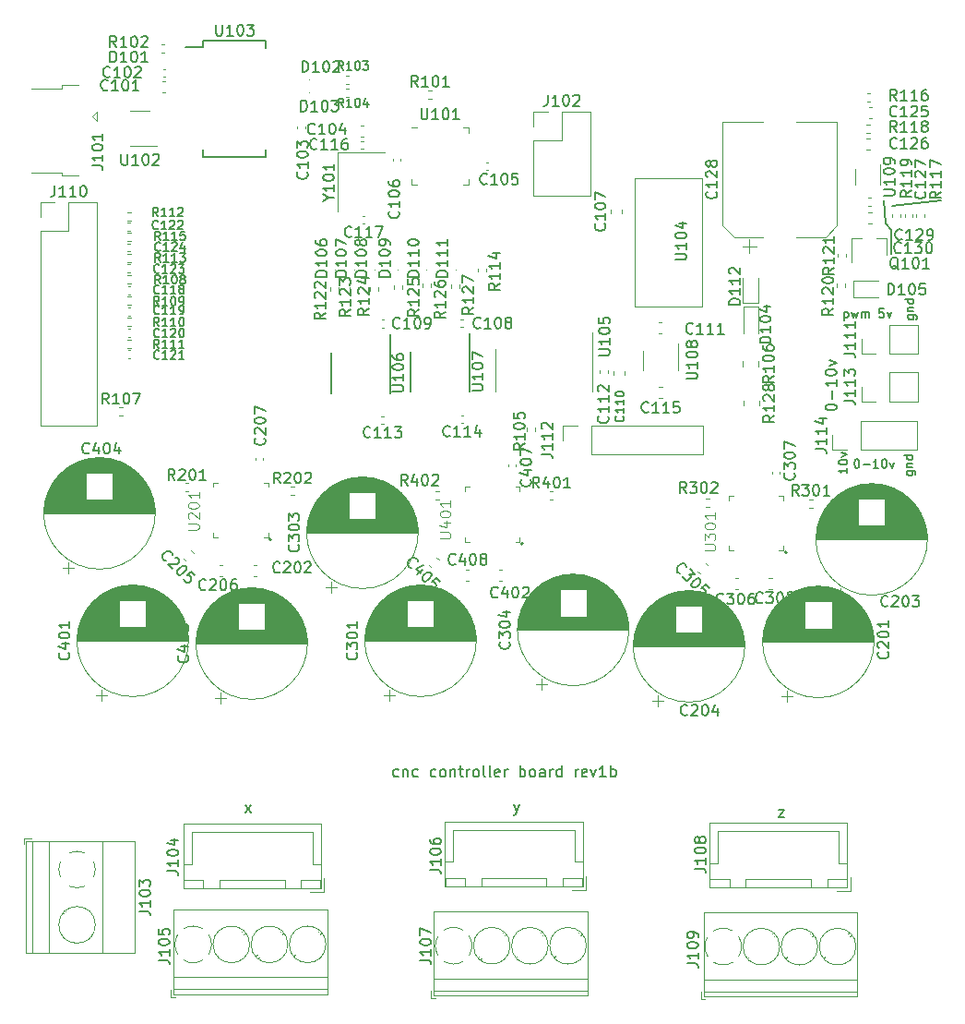
<source format=gto>
G04 #@! TF.GenerationSoftware,KiCad,Pcbnew,5.1.8*
G04 #@! TF.CreationDate,2021-01-21T07:56:40-05:00*
G04 #@! TF.ProjectId,cnc-controller,636e632d-636f-46e7-9472-6f6c6c65722e,rev?*
G04 #@! TF.SameCoordinates,Original*
G04 #@! TF.FileFunction,Legend,Top*
G04 #@! TF.FilePolarity,Positive*
%FSLAX46Y46*%
G04 Gerber Fmt 4.6, Leading zero omitted, Abs format (unit mm)*
G04 Created by KiCad (PCBNEW 5.1.8) date 2021-01-21 07:56:40*
%MOMM*%
%LPD*%
G01*
G04 APERTURE LIST*
%ADD10C,0.152400*%
%ADD11C,0.100000*%
%ADD12C,0.120000*%
%ADD13C,0.200000*%
%ADD14C,0.150000*%
G04 APERTURE END LIST*
D10*
X48251238Y-168411238D02*
X48154476Y-168459619D01*
X47960952Y-168459619D01*
X47864190Y-168411238D01*
X47815809Y-168362857D01*
X47767428Y-168266095D01*
X47767428Y-167975809D01*
X47815809Y-167879047D01*
X47864190Y-167830666D01*
X47960952Y-167782285D01*
X48154476Y-167782285D01*
X48251238Y-167830666D01*
X48686666Y-167782285D02*
X48686666Y-168459619D01*
X48686666Y-167879047D02*
X48735047Y-167830666D01*
X48831809Y-167782285D01*
X48976952Y-167782285D01*
X49073714Y-167830666D01*
X49122095Y-167927428D01*
X49122095Y-168459619D01*
X50041333Y-168411238D02*
X49944571Y-168459619D01*
X49751047Y-168459619D01*
X49654285Y-168411238D01*
X49605904Y-168362857D01*
X49557523Y-168266095D01*
X49557523Y-167975809D01*
X49605904Y-167879047D01*
X49654285Y-167830666D01*
X49751047Y-167782285D01*
X49944571Y-167782285D01*
X50041333Y-167830666D01*
X51686285Y-168411238D02*
X51589523Y-168459619D01*
X51396000Y-168459619D01*
X51299238Y-168411238D01*
X51250857Y-168362857D01*
X51202476Y-168266095D01*
X51202476Y-167975809D01*
X51250857Y-167879047D01*
X51299238Y-167830666D01*
X51396000Y-167782285D01*
X51589523Y-167782285D01*
X51686285Y-167830666D01*
X52266857Y-168459619D02*
X52170095Y-168411238D01*
X52121714Y-168362857D01*
X52073333Y-168266095D01*
X52073333Y-167975809D01*
X52121714Y-167879047D01*
X52170095Y-167830666D01*
X52266857Y-167782285D01*
X52412000Y-167782285D01*
X52508761Y-167830666D01*
X52557142Y-167879047D01*
X52605523Y-167975809D01*
X52605523Y-168266095D01*
X52557142Y-168362857D01*
X52508761Y-168411238D01*
X52412000Y-168459619D01*
X52266857Y-168459619D01*
X53040952Y-167782285D02*
X53040952Y-168459619D01*
X53040952Y-167879047D02*
X53089333Y-167830666D01*
X53186095Y-167782285D01*
X53331238Y-167782285D01*
X53428000Y-167830666D01*
X53476380Y-167927428D01*
X53476380Y-168459619D01*
X53815047Y-167782285D02*
X54202095Y-167782285D01*
X53960190Y-167443619D02*
X53960190Y-168314476D01*
X54008571Y-168411238D01*
X54105333Y-168459619D01*
X54202095Y-168459619D01*
X54540761Y-168459619D02*
X54540761Y-167782285D01*
X54540761Y-167975809D02*
X54589142Y-167879047D01*
X54637523Y-167830666D01*
X54734285Y-167782285D01*
X54831047Y-167782285D01*
X55314857Y-168459619D02*
X55218095Y-168411238D01*
X55169714Y-168362857D01*
X55121333Y-168266095D01*
X55121333Y-167975809D01*
X55169714Y-167879047D01*
X55218095Y-167830666D01*
X55314857Y-167782285D01*
X55460000Y-167782285D01*
X55556761Y-167830666D01*
X55605142Y-167879047D01*
X55653523Y-167975809D01*
X55653523Y-168266095D01*
X55605142Y-168362857D01*
X55556761Y-168411238D01*
X55460000Y-168459619D01*
X55314857Y-168459619D01*
X56234095Y-168459619D02*
X56137333Y-168411238D01*
X56088952Y-168314476D01*
X56088952Y-167443619D01*
X56766285Y-168459619D02*
X56669523Y-168411238D01*
X56621142Y-168314476D01*
X56621142Y-167443619D01*
X57540380Y-168411238D02*
X57443619Y-168459619D01*
X57250095Y-168459619D01*
X57153333Y-168411238D01*
X57104952Y-168314476D01*
X57104952Y-167927428D01*
X57153333Y-167830666D01*
X57250095Y-167782285D01*
X57443619Y-167782285D01*
X57540380Y-167830666D01*
X57588761Y-167927428D01*
X57588761Y-168024190D01*
X57104952Y-168120952D01*
X58024190Y-168459619D02*
X58024190Y-167782285D01*
X58024190Y-167975809D02*
X58072571Y-167879047D01*
X58120952Y-167830666D01*
X58217714Y-167782285D01*
X58314476Y-167782285D01*
X59427238Y-168459619D02*
X59427238Y-167443619D01*
X59427238Y-167830666D02*
X59524000Y-167782285D01*
X59717523Y-167782285D01*
X59814285Y-167830666D01*
X59862666Y-167879047D01*
X59911047Y-167975809D01*
X59911047Y-168266095D01*
X59862666Y-168362857D01*
X59814285Y-168411238D01*
X59717523Y-168459619D01*
X59524000Y-168459619D01*
X59427238Y-168411238D01*
X60491619Y-168459619D02*
X60394857Y-168411238D01*
X60346476Y-168362857D01*
X60298095Y-168266095D01*
X60298095Y-167975809D01*
X60346476Y-167879047D01*
X60394857Y-167830666D01*
X60491619Y-167782285D01*
X60636761Y-167782285D01*
X60733523Y-167830666D01*
X60781904Y-167879047D01*
X60830285Y-167975809D01*
X60830285Y-168266095D01*
X60781904Y-168362857D01*
X60733523Y-168411238D01*
X60636761Y-168459619D01*
X60491619Y-168459619D01*
X61701142Y-168459619D02*
X61701142Y-167927428D01*
X61652761Y-167830666D01*
X61556000Y-167782285D01*
X61362476Y-167782285D01*
X61265714Y-167830666D01*
X61701142Y-168411238D02*
X61604380Y-168459619D01*
X61362476Y-168459619D01*
X61265714Y-168411238D01*
X61217333Y-168314476D01*
X61217333Y-168217714D01*
X61265714Y-168120952D01*
X61362476Y-168072571D01*
X61604380Y-168072571D01*
X61701142Y-168024190D01*
X62184952Y-168459619D02*
X62184952Y-167782285D01*
X62184952Y-167975809D02*
X62233333Y-167879047D01*
X62281714Y-167830666D01*
X62378476Y-167782285D01*
X62475238Y-167782285D01*
X63249333Y-168459619D02*
X63249333Y-167443619D01*
X63249333Y-168411238D02*
X63152571Y-168459619D01*
X62959047Y-168459619D01*
X62862285Y-168411238D01*
X62813904Y-168362857D01*
X62765523Y-168266095D01*
X62765523Y-167975809D01*
X62813904Y-167879047D01*
X62862285Y-167830666D01*
X62959047Y-167782285D01*
X63152571Y-167782285D01*
X63249333Y-167830666D01*
X64507238Y-168459619D02*
X64507238Y-167782285D01*
X64507238Y-167975809D02*
X64555619Y-167879047D01*
X64604000Y-167830666D01*
X64700761Y-167782285D01*
X64797523Y-167782285D01*
X65523238Y-168411238D02*
X65426476Y-168459619D01*
X65232952Y-168459619D01*
X65136190Y-168411238D01*
X65087809Y-168314476D01*
X65087809Y-167927428D01*
X65136190Y-167830666D01*
X65232952Y-167782285D01*
X65426476Y-167782285D01*
X65523238Y-167830666D01*
X65571619Y-167927428D01*
X65571619Y-168024190D01*
X65087809Y-168120952D01*
X65910285Y-167782285D02*
X66152190Y-168459619D01*
X66394095Y-167782285D01*
X67313333Y-168459619D02*
X66732761Y-168459619D01*
X67023047Y-168459619D02*
X67023047Y-167443619D01*
X66926285Y-167588761D01*
X66829523Y-167685523D01*
X66732761Y-167733904D01*
X67748761Y-168459619D02*
X67748761Y-167443619D01*
X67748761Y-167830666D02*
X67845523Y-167782285D01*
X68039047Y-167782285D01*
X68135809Y-167830666D01*
X68184190Y-167879047D01*
X68232571Y-167975809D01*
X68232571Y-168266095D01*
X68184190Y-168362857D01*
X68135809Y-168411238D01*
X68039047Y-168459619D01*
X67845523Y-168459619D01*
X67748761Y-168411238D01*
X98100000Y-115600000D02*
X93600000Y-116100000D01*
X93500000Y-118300000D02*
X93000000Y-117700000D01*
X93000000Y-117700000D02*
X92800000Y-115600000D01*
X93500000Y-120500000D02*
X93500000Y-118300000D01*
X94928571Y-140452380D02*
X95576190Y-140452380D01*
X95652380Y-140490476D01*
X95690476Y-140528571D01*
X95728571Y-140604761D01*
X95728571Y-140719047D01*
X95690476Y-140795238D01*
X95423809Y-140452380D02*
X95461904Y-140528571D01*
X95461904Y-140680952D01*
X95423809Y-140757142D01*
X95385714Y-140795238D01*
X95309523Y-140833333D01*
X95080952Y-140833333D01*
X95004761Y-140795238D01*
X94966666Y-140757142D01*
X94928571Y-140680952D01*
X94928571Y-140528571D01*
X94966666Y-140452380D01*
X94928571Y-140071428D02*
X95461904Y-140071428D01*
X95004761Y-140071428D02*
X94966666Y-140033333D01*
X94928571Y-139957142D01*
X94928571Y-139842857D01*
X94966666Y-139766666D01*
X95042857Y-139728571D01*
X95461904Y-139728571D01*
X95461904Y-139004761D02*
X94661904Y-139004761D01*
X95423809Y-139004761D02*
X95461904Y-139080952D01*
X95461904Y-139233333D01*
X95423809Y-139309523D01*
X95385714Y-139347619D01*
X95309523Y-139385714D01*
X95080952Y-139385714D01*
X95004761Y-139347619D01*
X94966666Y-139309523D01*
X94928571Y-139233333D01*
X94928571Y-139080952D01*
X94966666Y-139004761D01*
X90300000Y-139361904D02*
X90376190Y-139361904D01*
X90452380Y-139400000D01*
X90490476Y-139438095D01*
X90528571Y-139514285D01*
X90566666Y-139666666D01*
X90566666Y-139857142D01*
X90528571Y-140009523D01*
X90490476Y-140085714D01*
X90452380Y-140123809D01*
X90376190Y-140161904D01*
X90300000Y-140161904D01*
X90223809Y-140123809D01*
X90185714Y-140085714D01*
X90147619Y-140009523D01*
X90109523Y-139857142D01*
X90109523Y-139666666D01*
X90147619Y-139514285D01*
X90185714Y-139438095D01*
X90223809Y-139400000D01*
X90300000Y-139361904D01*
X90909523Y-139857142D02*
X91519047Y-139857142D01*
X92319047Y-140161904D02*
X91861904Y-140161904D01*
X92090476Y-140161904D02*
X92090476Y-139361904D01*
X92014285Y-139476190D01*
X91938095Y-139552380D01*
X91861904Y-139590476D01*
X92814285Y-139361904D02*
X92890476Y-139361904D01*
X92966666Y-139400000D01*
X93004761Y-139438095D01*
X93042857Y-139514285D01*
X93080952Y-139666666D01*
X93080952Y-139857142D01*
X93042857Y-140009523D01*
X93004761Y-140085714D01*
X92966666Y-140123809D01*
X92890476Y-140161904D01*
X92814285Y-140161904D01*
X92738095Y-140123809D01*
X92700000Y-140085714D01*
X92661904Y-140009523D01*
X92623809Y-139857142D01*
X92623809Y-139666666D01*
X92661904Y-139514285D01*
X92700000Y-139438095D01*
X92738095Y-139400000D01*
X92814285Y-139361904D01*
X93347619Y-139628571D02*
X93538095Y-140161904D01*
X93728571Y-139628571D01*
X89461904Y-140157142D02*
X89461904Y-140614285D01*
X89461904Y-140385714D02*
X88661904Y-140385714D01*
X88776190Y-140461904D01*
X88852380Y-140538095D01*
X88890476Y-140614285D01*
X88661904Y-139661904D02*
X88661904Y-139585714D01*
X88700000Y-139509523D01*
X88738095Y-139471428D01*
X88814285Y-139433333D01*
X88966666Y-139395238D01*
X89157142Y-139395238D01*
X89309523Y-139433333D01*
X89385714Y-139471428D01*
X89423809Y-139509523D01*
X89461904Y-139585714D01*
X89461904Y-139661904D01*
X89423809Y-139738095D01*
X89385714Y-139776190D01*
X89309523Y-139814285D01*
X89157142Y-139852380D01*
X88966666Y-139852380D01*
X88814285Y-139814285D01*
X88738095Y-139776190D01*
X88700000Y-139738095D01*
X88661904Y-139661904D01*
X88928571Y-139128571D02*
X89461904Y-138938095D01*
X88928571Y-138747619D01*
X87443619Y-134632000D02*
X87443619Y-134535238D01*
X87492000Y-134438476D01*
X87540380Y-134390095D01*
X87637142Y-134341714D01*
X87830666Y-134293333D01*
X88072571Y-134293333D01*
X88266095Y-134341714D01*
X88362857Y-134390095D01*
X88411238Y-134438476D01*
X88459619Y-134535238D01*
X88459619Y-134632000D01*
X88411238Y-134728761D01*
X88362857Y-134777142D01*
X88266095Y-134825523D01*
X88072571Y-134873904D01*
X87830666Y-134873904D01*
X87637142Y-134825523D01*
X87540380Y-134777142D01*
X87492000Y-134728761D01*
X87443619Y-134632000D01*
X88072571Y-133857904D02*
X88072571Y-133083809D01*
X88459619Y-132067809D02*
X88459619Y-132648380D01*
X88459619Y-132358095D02*
X87443619Y-132358095D01*
X87588761Y-132454857D01*
X87685523Y-132551619D01*
X87733904Y-132648380D01*
X87443619Y-131438857D02*
X87443619Y-131342095D01*
X87492000Y-131245333D01*
X87540380Y-131196952D01*
X87637142Y-131148571D01*
X87830666Y-131100190D01*
X88072571Y-131100190D01*
X88266095Y-131148571D01*
X88362857Y-131196952D01*
X88411238Y-131245333D01*
X88459619Y-131342095D01*
X88459619Y-131438857D01*
X88411238Y-131535619D01*
X88362857Y-131584000D01*
X88266095Y-131632380D01*
X88072571Y-131680761D01*
X87830666Y-131680761D01*
X87637142Y-131632380D01*
X87540380Y-131584000D01*
X87492000Y-131535619D01*
X87443619Y-131438857D01*
X87782285Y-130761523D02*
X88459619Y-130519619D01*
X87782285Y-130277714D01*
X95028571Y-126152380D02*
X95676190Y-126152380D01*
X95752380Y-126190476D01*
X95790476Y-126228571D01*
X95828571Y-126304761D01*
X95828571Y-126419047D01*
X95790476Y-126495238D01*
X95523809Y-126152380D02*
X95561904Y-126228571D01*
X95561904Y-126380952D01*
X95523809Y-126457142D01*
X95485714Y-126495238D01*
X95409523Y-126533333D01*
X95180952Y-126533333D01*
X95104761Y-126495238D01*
X95066666Y-126457142D01*
X95028571Y-126380952D01*
X95028571Y-126228571D01*
X95066666Y-126152380D01*
X95028571Y-125771428D02*
X95561904Y-125771428D01*
X95104761Y-125771428D02*
X95066666Y-125733333D01*
X95028571Y-125657142D01*
X95028571Y-125542857D01*
X95066666Y-125466666D01*
X95142857Y-125428571D01*
X95561904Y-125428571D01*
X95561904Y-124704761D02*
X94761904Y-124704761D01*
X95523809Y-124704761D02*
X95561904Y-124780952D01*
X95561904Y-124933333D01*
X95523809Y-125009523D01*
X95485714Y-125047619D01*
X95409523Y-125085714D01*
X95180952Y-125085714D01*
X95104761Y-125047619D01*
X95066666Y-125009523D01*
X95028571Y-124933333D01*
X95028571Y-124780952D01*
X95066666Y-124704761D01*
X89185714Y-125828571D02*
X89185714Y-126628571D01*
X89185714Y-125866666D02*
X89261904Y-125828571D01*
X89414285Y-125828571D01*
X89490476Y-125866666D01*
X89528571Y-125904761D01*
X89566666Y-125980952D01*
X89566666Y-126209523D01*
X89528571Y-126285714D01*
X89490476Y-126323809D01*
X89414285Y-126361904D01*
X89261904Y-126361904D01*
X89185714Y-126323809D01*
X89833333Y-125828571D02*
X89985714Y-126361904D01*
X90138095Y-125980952D01*
X90290476Y-126361904D01*
X90442857Y-125828571D01*
X90747619Y-126361904D02*
X90747619Y-125828571D01*
X90747619Y-125904761D02*
X90785714Y-125866666D01*
X90861904Y-125828571D01*
X90976190Y-125828571D01*
X91052380Y-125866666D01*
X91090476Y-125942857D01*
X91090476Y-126361904D01*
X91090476Y-125942857D02*
X91128571Y-125866666D01*
X91204761Y-125828571D01*
X91319047Y-125828571D01*
X91395238Y-125866666D01*
X91433333Y-125942857D01*
X91433333Y-126361904D01*
X92804761Y-125561904D02*
X92423809Y-125561904D01*
X92385714Y-125942857D01*
X92423809Y-125904761D01*
X92500000Y-125866666D01*
X92690476Y-125866666D01*
X92766666Y-125904761D01*
X92804761Y-125942857D01*
X92842857Y-126019047D01*
X92842857Y-126209523D01*
X92804761Y-126285714D01*
X92766666Y-126323809D01*
X92690476Y-126361904D01*
X92500000Y-126361904D01*
X92423809Y-126323809D01*
X92385714Y-126285714D01*
X93109523Y-125828571D02*
X93300000Y-126361904D01*
X93490476Y-125828571D01*
X83133904Y-171482285D02*
X83666095Y-171482285D01*
X83133904Y-172159619D01*
X83666095Y-172159619D01*
X58858095Y-170982285D02*
X59100000Y-171659619D01*
X59341904Y-170982285D02*
X59100000Y-171659619D01*
X59003238Y-171901523D01*
X58954857Y-171949904D01*
X58858095Y-171998285D01*
X34233904Y-171759619D02*
X34766095Y-171082285D01*
X34233904Y-171082285D02*
X34766095Y-171759619D01*
D11*
X53540000Y-122010000D02*
G75*
G03*
X53540000Y-122010000I-50000J0D01*
G01*
X50890000Y-122010000D02*
G75*
G03*
X50890000Y-122010000I-50000J0D01*
G01*
X48240000Y-122010000D02*
G75*
G03*
X48240000Y-122010000I-50000J0D01*
G01*
X46100000Y-122010000D02*
G75*
G03*
X46100000Y-122010000I-50000J0D01*
G01*
X44250000Y-122010000D02*
G75*
G03*
X44250000Y-122010000I-50000J0D01*
G01*
X42460000Y-122010000D02*
G75*
G03*
X42460000Y-122010000I-50000J0D01*
G01*
X40080000Y-105740000D02*
G75*
G03*
X40080000Y-105740000I-50000J0D01*
G01*
X40090000Y-104550000D02*
G75*
G03*
X40090000Y-104550000I-50000J0D01*
G01*
X25600000Y-102830000D02*
G75*
G03*
X25600000Y-102830000I-50000J0D01*
G01*
D12*
X54187836Y-126530000D02*
X53972164Y-126530000D01*
X54187836Y-127250000D02*
X53972164Y-127250000D01*
X76020000Y-188840000D02*
X76420000Y-188840000D01*
X76020000Y-188200000D02*
X76020000Y-188840000D01*
X87425000Y-184981000D02*
X87296000Y-185109000D01*
X89640000Y-182765000D02*
X89546000Y-182859000D01*
X87595000Y-185221000D02*
X87501000Y-185314000D01*
X89845000Y-182971000D02*
X89716000Y-183099000D01*
X83925000Y-184981000D02*
X83796000Y-185109000D01*
X86140000Y-182765000D02*
X86046000Y-182859000D01*
X84095000Y-185221000D02*
X84001000Y-185314000D01*
X86345000Y-182971000D02*
X86216000Y-183099000D01*
X80425000Y-184981000D02*
X80296000Y-185109000D01*
X82640000Y-182765000D02*
X82546000Y-182859000D01*
X80595000Y-185221000D02*
X80501000Y-185314000D01*
X82845000Y-182971000D02*
X82716000Y-183099000D01*
X90380000Y-180880000D02*
X90380000Y-188600000D01*
X76260000Y-180880000D02*
X76260000Y-188600000D01*
X76260000Y-188600000D02*
X90380000Y-188600000D01*
X76260000Y-180880000D02*
X90380000Y-180880000D01*
X76260000Y-187040000D02*
X90380000Y-187040000D01*
X76260000Y-188140000D02*
X90380000Y-188140000D01*
X90250000Y-184040000D02*
G75*
G03*
X90250000Y-184040000I-1680000J0D01*
G01*
X86750000Y-184040000D02*
G75*
G03*
X86750000Y-184040000I-1680000J0D01*
G01*
X83250000Y-184040000D02*
G75*
G03*
X83250000Y-184040000I-1680000J0D01*
G01*
X78098674Y-185720099D02*
G75*
G02*
X77204000Y-185480000I-28674J1680099D01*
G01*
X76644642Y-184929894D02*
G75*
G02*
X76630000Y-183174000I1425358J889894D01*
G01*
X77180106Y-182614642D02*
G75*
G02*
X78936000Y-182600000I889894J-1425358D01*
G01*
X79495505Y-183149807D02*
G75*
G02*
X79495000Y-184931000I-1425505J-890193D01*
G01*
X78960264Y-185464721D02*
G75*
G02*
X78070000Y-185720000I-890264J1424721D01*
G01*
X89742000Y-178918000D02*
X89742000Y-177668000D01*
X88492000Y-178918000D02*
X89742000Y-178918000D01*
X77592000Y-173418000D02*
X83142000Y-173418000D01*
X77592000Y-176368000D02*
X77592000Y-173418000D01*
X76842000Y-176368000D02*
X77592000Y-176368000D01*
X88692000Y-173418000D02*
X83142000Y-173418000D01*
X88692000Y-176368000D02*
X88692000Y-173418000D01*
X89442000Y-176368000D02*
X88692000Y-176368000D01*
X76842000Y-178618000D02*
X78642000Y-178618000D01*
X76842000Y-177868000D02*
X76842000Y-178618000D01*
X78642000Y-177868000D02*
X76842000Y-177868000D01*
X78642000Y-178618000D02*
X78642000Y-177868000D01*
X87642000Y-178618000D02*
X89442000Y-178618000D01*
X87642000Y-177868000D02*
X87642000Y-178618000D01*
X89442000Y-177868000D02*
X87642000Y-177868000D01*
X89442000Y-178618000D02*
X89442000Y-177868000D01*
X80142000Y-178618000D02*
X86142000Y-178618000D01*
X80142000Y-177868000D02*
X80142000Y-178618000D01*
X86142000Y-177868000D02*
X80142000Y-177868000D01*
X86142000Y-178618000D02*
X86142000Y-177868000D01*
X76832000Y-178628000D02*
X89452000Y-178628000D01*
X76832000Y-172658000D02*
X76832000Y-178628000D01*
X89452000Y-172658000D02*
X76832000Y-172658000D01*
X89452000Y-178628000D02*
X89452000Y-172658000D01*
X42720000Y-111250000D02*
X42720000Y-116650000D01*
X47020000Y-111250000D02*
X42720000Y-111250000D01*
D11*
X59400000Y-146900000D02*
X59000000Y-146900000D01*
X54400000Y-146500000D02*
X54400000Y-146900000D01*
X54400000Y-141900000D02*
X54400000Y-142300000D01*
X59400000Y-141900000D02*
X59400000Y-142300000D01*
D13*
X59700000Y-147100000D02*
G75*
G03*
X59700000Y-147100000I-100000J0D01*
G01*
D11*
X59400000Y-146900000D02*
X59400000Y-146500000D01*
X54800000Y-146900000D02*
X54400000Y-146900000D01*
X54400000Y-141900000D02*
X54800000Y-141900000D01*
X59000000Y-141900000D02*
X59400000Y-141900000D01*
X83600000Y-147700000D02*
X83200000Y-147700000D01*
X78600000Y-147300000D02*
X78600000Y-147700000D01*
X78600000Y-142700000D02*
X78600000Y-143100000D01*
X83600000Y-142700000D02*
X83600000Y-143100000D01*
D13*
X83900000Y-147900000D02*
G75*
G03*
X83900000Y-147900000I-100000J0D01*
G01*
D11*
X83600000Y-147700000D02*
X83600000Y-147300000D01*
X79000000Y-147700000D02*
X78600000Y-147700000D01*
X78600000Y-142700000D02*
X79000000Y-142700000D01*
X83200000Y-142700000D02*
X83600000Y-142700000D01*
X36300000Y-146500000D02*
X35900000Y-146500000D01*
X31300000Y-146100000D02*
X31300000Y-146500000D01*
X31300000Y-141500000D02*
X31300000Y-141900000D01*
X36300000Y-141500000D02*
X36300000Y-141900000D01*
D13*
X36600000Y-146700000D02*
G75*
G03*
X36600000Y-146700000I-100000J0D01*
G01*
D11*
X36300000Y-146500000D02*
X36300000Y-146100000D01*
X31700000Y-146500000D02*
X31300000Y-146500000D01*
X31300000Y-141500000D02*
X31700000Y-141500000D01*
X35900000Y-141500000D02*
X36300000Y-141500000D01*
D12*
X90178000Y-112776000D02*
X90178000Y-114176000D01*
X92498000Y-114176000D02*
X92498000Y-112276000D01*
X73960000Y-131180000D02*
X73960000Y-128730000D01*
X70740000Y-129380000D02*
X70740000Y-131180000D01*
D14*
X54785000Y-127795000D02*
X54785000Y-133178600D01*
X49385000Y-129465700D02*
X49385000Y-133174300D01*
X47495000Y-127905000D02*
X47495000Y-133288600D01*
X42095000Y-129575700D02*
X42095000Y-133284300D01*
D12*
X66075000Y-131200000D02*
X66075000Y-127750000D01*
X66075000Y-131200000D02*
X66075000Y-133150000D01*
X57205000Y-131200000D02*
X57205000Y-129250000D01*
X57205000Y-131200000D02*
X57205000Y-133150000D01*
X76140000Y-113560000D02*
X69940000Y-113560000D01*
X76140000Y-125360000D02*
X76140000Y-113560000D01*
X69940000Y-125360000D02*
X76140000Y-125360000D01*
X69940000Y-113560000D02*
X69940000Y-125360000D01*
D14*
X30355000Y-101550000D02*
X28755000Y-101550000D01*
X30355000Y-111625000D02*
X36105000Y-111625000D01*
X30355000Y-100975000D02*
X36105000Y-100975000D01*
X30355000Y-111625000D02*
X30355000Y-110975000D01*
X36105000Y-111625000D02*
X36105000Y-110975000D01*
X36105000Y-100975000D02*
X36105000Y-101625000D01*
X30355000Y-100975000D02*
X30355000Y-101550000D01*
D12*
X23640000Y-110630000D02*
X26090000Y-110630000D01*
X25440000Y-107410000D02*
X23640000Y-107410000D01*
X49945000Y-108940000D02*
X49470000Y-108940000D01*
X54690000Y-114160000D02*
X54690000Y-113685000D01*
X54215000Y-114160000D02*
X54690000Y-114160000D01*
X49470000Y-114160000D02*
X49470000Y-113685000D01*
X49945000Y-114160000D02*
X49470000Y-114160000D01*
X54690000Y-108940000D02*
X54690000Y-109415000D01*
X54215000Y-108940000D02*
X54690000Y-108940000D01*
X51963641Y-142260000D02*
X51656359Y-142260000D01*
X51963641Y-143020000D02*
X51656359Y-143020000D01*
X62136359Y-143080000D02*
X62443641Y-143080000D01*
X62136359Y-142320000D02*
X62443641Y-142320000D01*
X76769641Y-142968000D02*
X76462359Y-142968000D01*
X76769641Y-143728000D02*
X76462359Y-143728000D01*
X85946359Y-143780000D02*
X86253641Y-143780000D01*
X85946359Y-143020000D02*
X86253641Y-143020000D01*
X38376359Y-142650000D02*
X38683641Y-142650000D01*
X38376359Y-141890000D02*
X38683641Y-141890000D01*
X29013641Y-141520000D02*
X28706359Y-141520000D01*
X29013641Y-142280000D02*
X28706359Y-142280000D01*
X79923000Y-133980936D02*
X79923000Y-134435064D01*
X81393000Y-133980936D02*
X81393000Y-134435064D01*
X53120000Y-123346359D02*
X53120000Y-123653641D01*
X53880000Y-123346359D02*
X53880000Y-123653641D01*
X50470000Y-123276359D02*
X50470000Y-123583641D01*
X51230000Y-123276359D02*
X51230000Y-123583641D01*
X47820000Y-123406359D02*
X47820000Y-123713641D01*
X48580000Y-123406359D02*
X48580000Y-123713641D01*
X45670000Y-123576359D02*
X45670000Y-123883641D01*
X46430000Y-123576359D02*
X46430000Y-123883641D01*
X43810000Y-123606359D02*
X43810000Y-123913641D01*
X44570000Y-123606359D02*
X44570000Y-123913641D01*
X42040000Y-123566359D02*
X42040000Y-123873641D01*
X42800000Y-123566359D02*
X42800000Y-123873641D01*
X89318000Y-120819641D02*
X89318000Y-120512359D01*
X88558000Y-120819641D02*
X88558000Y-120512359D01*
X89278000Y-123549641D02*
X89278000Y-123242359D01*
X88518000Y-123549641D02*
X88518000Y-123242359D01*
X93598000Y-116872359D02*
X93598000Y-117179641D01*
X94358000Y-116872359D02*
X94358000Y-117179641D01*
X91511641Y-108646000D02*
X91204359Y-108646000D01*
X91511641Y-109406000D02*
X91204359Y-109406000D01*
X96548000Y-117159641D02*
X96548000Y-116852359D01*
X95788000Y-117159641D02*
X95788000Y-116852359D01*
X91254359Y-106576000D02*
X91561641Y-106576000D01*
X91254359Y-105816000D02*
X91561641Y-105816000D01*
X23396359Y-119375712D02*
X23703641Y-119375712D01*
X23396359Y-118615712D02*
X23703641Y-118615712D01*
X56280000Y-122153641D02*
X56280000Y-121846359D01*
X55520000Y-122153641D02*
X55520000Y-121846359D01*
X23396359Y-121271904D02*
X23703641Y-121271904D01*
X23396359Y-120511904D02*
X23703641Y-120511904D01*
X23396359Y-117479520D02*
X23703641Y-117479520D01*
X23396359Y-116719520D02*
X23703641Y-116719520D01*
X23416359Y-129122852D02*
X23723641Y-129122852D01*
X23416359Y-128362852D02*
X23723641Y-128362852D01*
X23416359Y-127168568D02*
X23723641Y-127168568D01*
X23416359Y-126408568D02*
X23723641Y-126408568D01*
X23416359Y-125214284D02*
X23723641Y-125214284D01*
X23416359Y-124454284D02*
X23723641Y-124454284D01*
X23416359Y-123260000D02*
X23723641Y-123260000D01*
X23416359Y-122500000D02*
X23723641Y-122500000D01*
X22646359Y-135380000D02*
X22953641Y-135380000D01*
X22646359Y-134620000D02*
X22953641Y-134620000D01*
X79865000Y-130360936D02*
X79865000Y-130815064D01*
X81335000Y-130360936D02*
X81335000Y-130815064D01*
X60020000Y-136446359D02*
X60020000Y-136753641D01*
X60780000Y-136446359D02*
X60780000Y-136753641D01*
X43426359Y-106100000D02*
X43733641Y-106100000D01*
X43426359Y-105340000D02*
X43733641Y-105340000D01*
X43426359Y-104940000D02*
X43733641Y-104940000D01*
X43426359Y-104180000D02*
X43733641Y-104180000D01*
X26486359Y-102080000D02*
X26793641Y-102080000D01*
X26486359Y-101320000D02*
X26793641Y-101320000D01*
X51016359Y-106280000D02*
X51323641Y-106280000D01*
X51016359Y-105520000D02*
X51323641Y-105520000D01*
X93028000Y-119126000D02*
X93028000Y-120586000D01*
X89868000Y-119126000D02*
X89868000Y-121286000D01*
X89868000Y-119126000D02*
X90798000Y-119126000D01*
X93028000Y-119126000D02*
X92098000Y-119126000D01*
X88088000Y-138470000D02*
X88088000Y-137140000D01*
X89418000Y-138470000D02*
X88088000Y-138470000D01*
X90688000Y-138470000D02*
X90688000Y-135810000D01*
X90688000Y-135810000D02*
X95828000Y-135810000D01*
X90688000Y-138470000D02*
X95828000Y-138470000D01*
X95828000Y-138470000D02*
X95828000Y-135810000D01*
X90738000Y-134030000D02*
X90738000Y-132700000D01*
X92068000Y-134030000D02*
X90738000Y-134030000D01*
X93338000Y-134030000D02*
X93338000Y-131370000D01*
X93338000Y-131370000D02*
X95938000Y-131370000D01*
X93338000Y-134030000D02*
X95938000Y-134030000D01*
X95938000Y-134030000D02*
X95938000Y-131370000D01*
X63370000Y-137600000D02*
X63370000Y-136270000D01*
X63370000Y-136270000D02*
X64700000Y-136270000D01*
X65970000Y-136270000D02*
X76190000Y-136270000D01*
X76190000Y-138930000D02*
X76190000Y-136270000D01*
X65970000Y-138930000D02*
X76190000Y-138930000D01*
X65970000Y-138930000D02*
X65970000Y-136270000D01*
X90738000Y-129680000D02*
X90738000Y-128350000D01*
X92068000Y-129680000D02*
X90738000Y-129680000D01*
X93338000Y-129680000D02*
X93338000Y-127020000D01*
X93338000Y-127020000D02*
X95938000Y-127020000D01*
X93338000Y-129680000D02*
X95938000Y-129680000D01*
X95938000Y-129680000D02*
X95938000Y-127020000D01*
X15400000Y-115810000D02*
X16730000Y-115810000D01*
X15400000Y-117140000D02*
X15400000Y-115810000D01*
X18000000Y-115810000D02*
X20600000Y-115810000D01*
X18000000Y-118410000D02*
X18000000Y-115810000D01*
X15400000Y-118410000D02*
X18000000Y-118410000D01*
X20600000Y-115810000D02*
X20600000Y-136250000D01*
X15400000Y-118410000D02*
X15400000Y-136250000D01*
X15400000Y-136250000D02*
X20600000Y-136250000D01*
X51280000Y-188760000D02*
X51680000Y-188760000D01*
X51280000Y-188120000D02*
X51280000Y-188760000D01*
X62685000Y-184901000D02*
X62556000Y-185029000D01*
X64900000Y-182685000D02*
X64806000Y-182779000D01*
X62855000Y-185141000D02*
X62761000Y-185234000D01*
X65105000Y-182891000D02*
X64976000Y-183019000D01*
X59185000Y-184901000D02*
X59056000Y-185029000D01*
X61400000Y-182685000D02*
X61306000Y-182779000D01*
X59355000Y-185141000D02*
X59261000Y-185234000D01*
X61605000Y-182891000D02*
X61476000Y-183019000D01*
X55685000Y-184901000D02*
X55556000Y-185029000D01*
X57900000Y-182685000D02*
X57806000Y-182779000D01*
X55855000Y-185141000D02*
X55761000Y-185234000D01*
X58105000Y-182891000D02*
X57976000Y-183019000D01*
X65640000Y-180800000D02*
X65640000Y-188520000D01*
X51520000Y-180800000D02*
X51520000Y-188520000D01*
X51520000Y-188520000D02*
X65640000Y-188520000D01*
X51520000Y-180800000D02*
X65640000Y-180800000D01*
X51520000Y-186960000D02*
X65640000Y-186960000D01*
X51520000Y-188060000D02*
X65640000Y-188060000D01*
X65510000Y-183960000D02*
G75*
G03*
X65510000Y-183960000I-1680000J0D01*
G01*
X62010000Y-183960000D02*
G75*
G03*
X62010000Y-183960000I-1680000J0D01*
G01*
X58510000Y-183960000D02*
G75*
G03*
X58510000Y-183960000I-1680000J0D01*
G01*
X53358674Y-185640099D02*
G75*
G02*
X52464000Y-185400000I-28674J1680099D01*
G01*
X51904642Y-184849894D02*
G75*
G02*
X51890000Y-183094000I1425358J889894D01*
G01*
X52440106Y-182534642D02*
G75*
G02*
X54196000Y-182520000I889894J-1425358D01*
G01*
X54755505Y-183069807D02*
G75*
G02*
X54755000Y-184851000I-1425505J-890193D01*
G01*
X54220264Y-185384721D02*
G75*
G02*
X53330000Y-185640000I-890264J1424721D01*
G01*
X65458000Y-178826000D02*
X65458000Y-177576000D01*
X64208000Y-178826000D02*
X65458000Y-178826000D01*
X53308000Y-173326000D02*
X58858000Y-173326000D01*
X53308000Y-176276000D02*
X53308000Y-173326000D01*
X52558000Y-176276000D02*
X53308000Y-176276000D01*
X64408000Y-173326000D02*
X58858000Y-173326000D01*
X64408000Y-176276000D02*
X64408000Y-173326000D01*
X65158000Y-176276000D02*
X64408000Y-176276000D01*
X52558000Y-178526000D02*
X54358000Y-178526000D01*
X52558000Y-177776000D02*
X52558000Y-178526000D01*
X54358000Y-177776000D02*
X52558000Y-177776000D01*
X54358000Y-178526000D02*
X54358000Y-177776000D01*
X63358000Y-178526000D02*
X65158000Y-178526000D01*
X63358000Y-177776000D02*
X63358000Y-178526000D01*
X65158000Y-177776000D02*
X63358000Y-177776000D01*
X65158000Y-178526000D02*
X65158000Y-177776000D01*
X55858000Y-178526000D02*
X61858000Y-178526000D01*
X55858000Y-177776000D02*
X55858000Y-178526000D01*
X61858000Y-177776000D02*
X55858000Y-177776000D01*
X61858000Y-178526000D02*
X61858000Y-177776000D01*
X52548000Y-178536000D02*
X65168000Y-178536000D01*
X52548000Y-172566000D02*
X52548000Y-178536000D01*
X65168000Y-172566000D02*
X52548000Y-172566000D01*
X65168000Y-178536000D02*
X65168000Y-172566000D01*
X27380000Y-188640000D02*
X27780000Y-188640000D01*
X27380000Y-188000000D02*
X27380000Y-188640000D01*
X38785000Y-184781000D02*
X38656000Y-184909000D01*
X41000000Y-182565000D02*
X40906000Y-182659000D01*
X38955000Y-185021000D02*
X38861000Y-185114000D01*
X41205000Y-182771000D02*
X41076000Y-182899000D01*
X35285000Y-184781000D02*
X35156000Y-184909000D01*
X37500000Y-182565000D02*
X37406000Y-182659000D01*
X35455000Y-185021000D02*
X35361000Y-185114000D01*
X37705000Y-182771000D02*
X37576000Y-182899000D01*
X31785000Y-184781000D02*
X31656000Y-184909000D01*
X34000000Y-182565000D02*
X33906000Y-182659000D01*
X31955000Y-185021000D02*
X31861000Y-185114000D01*
X34205000Y-182771000D02*
X34076000Y-182899000D01*
X41740000Y-180680000D02*
X41740000Y-188400000D01*
X27620000Y-180680000D02*
X27620000Y-188400000D01*
X27620000Y-188400000D02*
X41740000Y-188400000D01*
X27620000Y-180680000D02*
X41740000Y-180680000D01*
X27620000Y-186840000D02*
X41740000Y-186840000D01*
X27620000Y-187940000D02*
X41740000Y-187940000D01*
X41610000Y-183840000D02*
G75*
G03*
X41610000Y-183840000I-1680000J0D01*
G01*
X38110000Y-183840000D02*
G75*
G03*
X38110000Y-183840000I-1680000J0D01*
G01*
X34610000Y-183840000D02*
G75*
G03*
X34610000Y-183840000I-1680000J0D01*
G01*
X29458674Y-185520099D02*
G75*
G02*
X28564000Y-185280000I-28674J1680099D01*
G01*
X28004642Y-184729894D02*
G75*
G02*
X27990000Y-182974000I1425358J889894D01*
G01*
X28540106Y-182414642D02*
G75*
G02*
X30296000Y-182400000I889894J-1425358D01*
G01*
X30855505Y-182949807D02*
G75*
G02*
X30855000Y-184731000I-1425505J-890193D01*
G01*
X30320264Y-185264721D02*
G75*
G02*
X29430000Y-185520000I-890264J1424721D01*
G01*
X41420000Y-179000000D02*
X41420000Y-177750000D01*
X40170000Y-179000000D02*
X41420000Y-179000000D01*
X29270000Y-173500000D02*
X34820000Y-173500000D01*
X29270000Y-176450000D02*
X29270000Y-173500000D01*
X28520000Y-176450000D02*
X29270000Y-176450000D01*
X40370000Y-173500000D02*
X34820000Y-173500000D01*
X40370000Y-176450000D02*
X40370000Y-173500000D01*
X41120000Y-176450000D02*
X40370000Y-176450000D01*
X28520000Y-178700000D02*
X30320000Y-178700000D01*
X28520000Y-177950000D02*
X28520000Y-178700000D01*
X30320000Y-177950000D02*
X28520000Y-177950000D01*
X30320000Y-178700000D02*
X30320000Y-177950000D01*
X39320000Y-178700000D02*
X41120000Y-178700000D01*
X39320000Y-177950000D02*
X39320000Y-178700000D01*
X41120000Y-177950000D02*
X39320000Y-177950000D01*
X41120000Y-178700000D02*
X41120000Y-177950000D01*
X31820000Y-178700000D02*
X37820000Y-178700000D01*
X31820000Y-177950000D02*
X31820000Y-178700000D01*
X37820000Y-177950000D02*
X31820000Y-177950000D01*
X37820000Y-178700000D02*
X37820000Y-177950000D01*
X28510000Y-178710000D02*
X41130000Y-178710000D01*
X28510000Y-172740000D02*
X28510000Y-178710000D01*
X41130000Y-172740000D02*
X28510000Y-172740000D01*
X41130000Y-178710000D02*
X41130000Y-172740000D01*
X13870000Y-174130000D02*
X13870000Y-174630000D01*
X14610000Y-174130000D02*
X13870000Y-174130000D01*
X17747000Y-180823000D02*
X17701000Y-180776000D01*
X20045000Y-183120000D02*
X20009000Y-183085000D01*
X17531000Y-181016000D02*
X17496000Y-180981000D01*
X19839000Y-183325000D02*
X19793000Y-183278000D01*
X24031000Y-184650000D02*
X14110000Y-184650000D01*
X24031000Y-174370000D02*
X14110000Y-174370000D01*
X14110000Y-174370000D02*
X14110000Y-184650000D01*
X24031000Y-174370000D02*
X24031000Y-184650000D01*
X21071000Y-174370000D02*
X21071000Y-184650000D01*
X16170000Y-174370000D02*
X16170000Y-184650000D01*
X14670000Y-174370000D02*
X14670000Y-184650000D01*
X20450000Y-182050000D02*
G75*
G03*
X20450000Y-182050000I-1680000J0D01*
G01*
X17089747Y-176998805D02*
G75*
G02*
X17235000Y-176286000I1680253J28805D01*
G01*
X18086958Y-175434574D02*
G75*
G02*
X19454000Y-175435000I683042J-1535426D01*
G01*
X20305426Y-176286958D02*
G75*
G02*
X20305000Y-177654000I-1535426J-683042D01*
G01*
X19453042Y-178505426D02*
G75*
G02*
X18086000Y-178505000I-683042J1535426D01*
G01*
X17235244Y-177653318D02*
G75*
G02*
X17090000Y-176970000I1534756J683318D01*
G01*
X60660000Y-107490000D02*
X61990000Y-107490000D01*
X60660000Y-108820000D02*
X60660000Y-107490000D01*
X63260000Y-107490000D02*
X65860000Y-107490000D01*
X63260000Y-110090000D02*
X63260000Y-107490000D01*
X60660000Y-110090000D02*
X63260000Y-110090000D01*
X65860000Y-107490000D02*
X65860000Y-115230000D01*
X60660000Y-110090000D02*
X60660000Y-115230000D01*
X60660000Y-115230000D02*
X65860000Y-115230000D01*
X20175000Y-107895000D02*
X20625000Y-107495000D01*
X20625000Y-107495000D02*
X20625000Y-108295000D01*
X20625000Y-108295000D02*
X20175000Y-107895000D01*
X14575000Y-113045000D02*
X17375000Y-113045000D01*
X17375000Y-113045000D02*
X17375000Y-113345000D01*
X17375000Y-113345000D02*
X18925000Y-113345000D01*
X14575000Y-105345000D02*
X17375000Y-105345000D01*
X17375000Y-105045000D02*
X17375000Y-105345000D01*
X17375000Y-105045000D02*
X18925000Y-105045000D01*
X81335000Y-124985000D02*
X81335000Y-122700000D01*
X79865000Y-124985000D02*
X81335000Y-124985000D01*
X79865000Y-122700000D02*
X79865000Y-124985000D01*
X90043000Y-124471000D02*
X92328000Y-124471000D01*
X90043000Y-123001000D02*
X90043000Y-124471000D01*
X92328000Y-123001000D02*
X90043000Y-123001000D01*
X79915000Y-125315000D02*
X79915000Y-127800000D01*
X81285000Y-125315000D02*
X79915000Y-125315000D01*
X81285000Y-127800000D02*
X81285000Y-125315000D01*
X54463420Y-150516000D02*
X54744580Y-150516000D01*
X54463420Y-149496000D02*
X54744580Y-149496000D01*
X59060000Y-140007836D02*
X59060000Y-139792164D01*
X58340000Y-140007836D02*
X58340000Y-139792164D01*
X51960030Y-148538781D02*
X51761219Y-148339970D01*
X51238781Y-149260030D02*
X51039970Y-149061219D01*
X17453000Y-149291646D02*
X18453000Y-149291646D01*
X17953000Y-149791646D02*
X17953000Y-148791646D01*
X20229000Y-139231000D02*
X21427000Y-139231000D01*
X19966000Y-139271000D02*
X21690000Y-139271000D01*
X19766000Y-139311000D02*
X21890000Y-139311000D01*
X19598000Y-139351000D02*
X22058000Y-139351000D01*
X19450000Y-139391000D02*
X22206000Y-139391000D01*
X19318000Y-139431000D02*
X22338000Y-139431000D01*
X19198000Y-139471000D02*
X22458000Y-139471000D01*
X19086000Y-139511000D02*
X22570000Y-139511000D01*
X18982000Y-139551000D02*
X22674000Y-139551000D01*
X18884000Y-139591000D02*
X22772000Y-139591000D01*
X18791000Y-139631000D02*
X22865000Y-139631000D01*
X18703000Y-139671000D02*
X22953000Y-139671000D01*
X18619000Y-139711000D02*
X23037000Y-139711000D01*
X18539000Y-139751000D02*
X23117000Y-139751000D01*
X18463000Y-139791000D02*
X23193000Y-139791000D01*
X18389000Y-139831000D02*
X23267000Y-139831000D01*
X18318000Y-139871000D02*
X23338000Y-139871000D01*
X18249000Y-139911000D02*
X23407000Y-139911000D01*
X18183000Y-139951000D02*
X23473000Y-139951000D01*
X18119000Y-139991000D02*
X23537000Y-139991000D01*
X18058000Y-140031000D02*
X23598000Y-140031000D01*
X17998000Y-140071000D02*
X23658000Y-140071000D01*
X17939000Y-140111000D02*
X23717000Y-140111000D01*
X17883000Y-140151000D02*
X23773000Y-140151000D01*
X17828000Y-140191000D02*
X23828000Y-140191000D01*
X17774000Y-140231000D02*
X23882000Y-140231000D01*
X17722000Y-140271000D02*
X23934000Y-140271000D01*
X17672000Y-140311000D02*
X23984000Y-140311000D01*
X17622000Y-140351000D02*
X24034000Y-140351000D01*
X17574000Y-140391000D02*
X24082000Y-140391000D01*
X17527000Y-140431000D02*
X24129000Y-140431000D01*
X17481000Y-140471000D02*
X24175000Y-140471000D01*
X17436000Y-140511000D02*
X24220000Y-140511000D01*
X17392000Y-140551000D02*
X24264000Y-140551000D01*
X22069000Y-140591000D02*
X24306000Y-140591000D01*
X17350000Y-140591000D02*
X19587000Y-140591000D01*
X22069000Y-140631000D02*
X24348000Y-140631000D01*
X17308000Y-140631000D02*
X19587000Y-140631000D01*
X22069000Y-140671000D02*
X24389000Y-140671000D01*
X17267000Y-140671000D02*
X19587000Y-140671000D01*
X22069000Y-140711000D02*
X24429000Y-140711000D01*
X17227000Y-140711000D02*
X19587000Y-140711000D01*
X22069000Y-140751000D02*
X24468000Y-140751000D01*
X17188000Y-140751000D02*
X19587000Y-140751000D01*
X22069000Y-140791000D02*
X24507000Y-140791000D01*
X17149000Y-140791000D02*
X19587000Y-140791000D01*
X22069000Y-140831000D02*
X24544000Y-140831000D01*
X17112000Y-140831000D02*
X19587000Y-140831000D01*
X22069000Y-140871000D02*
X24581000Y-140871000D01*
X17075000Y-140871000D02*
X19587000Y-140871000D01*
X22069000Y-140911000D02*
X24617000Y-140911000D01*
X17039000Y-140911000D02*
X19587000Y-140911000D01*
X22069000Y-140951000D02*
X24652000Y-140951000D01*
X17004000Y-140951000D02*
X19587000Y-140951000D01*
X22069000Y-140991000D02*
X24686000Y-140991000D01*
X16970000Y-140991000D02*
X19587000Y-140991000D01*
X22069000Y-141031000D02*
X24720000Y-141031000D01*
X16936000Y-141031000D02*
X19587000Y-141031000D01*
X22069000Y-141071000D02*
X24753000Y-141071000D01*
X16903000Y-141071000D02*
X19587000Y-141071000D01*
X22069000Y-141111000D02*
X24785000Y-141111000D01*
X16871000Y-141111000D02*
X19587000Y-141111000D01*
X22069000Y-141151000D02*
X24817000Y-141151000D01*
X16839000Y-141151000D02*
X19587000Y-141151000D01*
X22069000Y-141191000D02*
X24848000Y-141191000D01*
X16808000Y-141191000D02*
X19587000Y-141191000D01*
X22069000Y-141231000D02*
X24878000Y-141231000D01*
X16778000Y-141231000D02*
X19587000Y-141231000D01*
X22069000Y-141271000D02*
X24908000Y-141271000D01*
X16748000Y-141271000D02*
X19587000Y-141271000D01*
X22069000Y-141311000D02*
X24938000Y-141311000D01*
X16718000Y-141311000D02*
X19587000Y-141311000D01*
X22069000Y-141351000D02*
X24966000Y-141351000D01*
X16690000Y-141351000D02*
X19587000Y-141351000D01*
X22069000Y-141391000D02*
X24994000Y-141391000D01*
X16662000Y-141391000D02*
X19587000Y-141391000D01*
X22069000Y-141431000D02*
X25022000Y-141431000D01*
X16634000Y-141431000D02*
X19587000Y-141431000D01*
X22069000Y-141471000D02*
X25049000Y-141471000D01*
X16607000Y-141471000D02*
X19587000Y-141471000D01*
X22069000Y-141511000D02*
X25075000Y-141511000D01*
X16581000Y-141511000D02*
X19587000Y-141511000D01*
X22069000Y-141551000D02*
X25101000Y-141551000D01*
X16555000Y-141551000D02*
X19587000Y-141551000D01*
X22069000Y-141591000D02*
X25126000Y-141591000D01*
X16530000Y-141591000D02*
X19587000Y-141591000D01*
X22069000Y-141631000D02*
X25151000Y-141631000D01*
X16505000Y-141631000D02*
X19587000Y-141631000D01*
X22069000Y-141671000D02*
X25175000Y-141671000D01*
X16481000Y-141671000D02*
X19587000Y-141671000D01*
X22069000Y-141711000D02*
X25199000Y-141711000D01*
X16457000Y-141711000D02*
X19587000Y-141711000D01*
X22069000Y-141751000D02*
X25223000Y-141751000D01*
X16433000Y-141751000D02*
X19587000Y-141751000D01*
X22069000Y-141791000D02*
X25245000Y-141791000D01*
X16411000Y-141791000D02*
X19587000Y-141791000D01*
X22069000Y-141831000D02*
X25268000Y-141831000D01*
X16388000Y-141831000D02*
X19587000Y-141831000D01*
X22069000Y-141871000D02*
X25290000Y-141871000D01*
X16366000Y-141871000D02*
X19587000Y-141871000D01*
X22069000Y-141911000D02*
X25311000Y-141911000D01*
X16345000Y-141911000D02*
X19587000Y-141911000D01*
X22069000Y-141951000D02*
X25332000Y-141951000D01*
X16324000Y-141951000D02*
X19587000Y-141951000D01*
X22069000Y-141991000D02*
X25353000Y-141991000D01*
X16303000Y-141991000D02*
X19587000Y-141991000D01*
X22069000Y-142031000D02*
X25373000Y-142031000D01*
X16283000Y-142031000D02*
X19587000Y-142031000D01*
X22069000Y-142071000D02*
X25392000Y-142071000D01*
X16264000Y-142071000D02*
X19587000Y-142071000D01*
X22069000Y-142111000D02*
X25412000Y-142111000D01*
X16244000Y-142111000D02*
X19587000Y-142111000D01*
X22069000Y-142151000D02*
X25431000Y-142151000D01*
X16225000Y-142151000D02*
X19587000Y-142151000D01*
X22069000Y-142191000D02*
X25449000Y-142191000D01*
X16207000Y-142191000D02*
X19587000Y-142191000D01*
X22069000Y-142231000D02*
X25467000Y-142231000D01*
X16189000Y-142231000D02*
X19587000Y-142231000D01*
X22069000Y-142271000D02*
X25485000Y-142271000D01*
X16171000Y-142271000D02*
X19587000Y-142271000D01*
X22069000Y-142311000D02*
X25502000Y-142311000D01*
X16154000Y-142311000D02*
X19587000Y-142311000D01*
X22069000Y-142351000D02*
X25518000Y-142351000D01*
X16138000Y-142351000D02*
X19587000Y-142351000D01*
X22069000Y-142391000D02*
X25535000Y-142391000D01*
X16121000Y-142391000D02*
X19587000Y-142391000D01*
X22069000Y-142431000D02*
X25551000Y-142431000D01*
X16105000Y-142431000D02*
X19587000Y-142431000D01*
X22069000Y-142471000D02*
X25566000Y-142471000D01*
X16090000Y-142471000D02*
X19587000Y-142471000D01*
X22069000Y-142511000D02*
X25582000Y-142511000D01*
X16074000Y-142511000D02*
X19587000Y-142511000D01*
X22069000Y-142551000D02*
X25596000Y-142551000D01*
X16060000Y-142551000D02*
X19587000Y-142551000D01*
X22069000Y-142591000D02*
X25611000Y-142591000D01*
X16045000Y-142591000D02*
X19587000Y-142591000D01*
X22069000Y-142631000D02*
X25625000Y-142631000D01*
X16031000Y-142631000D02*
X19587000Y-142631000D01*
X22069000Y-142671000D02*
X25639000Y-142671000D01*
X16017000Y-142671000D02*
X19587000Y-142671000D01*
X22069000Y-142711000D02*
X25652000Y-142711000D01*
X16004000Y-142711000D02*
X19587000Y-142711000D01*
X22069000Y-142751000D02*
X25665000Y-142751000D01*
X15991000Y-142751000D02*
X19587000Y-142751000D01*
X22069000Y-142791000D02*
X25678000Y-142791000D01*
X15978000Y-142791000D02*
X19587000Y-142791000D01*
X22069000Y-142831000D02*
X25690000Y-142831000D01*
X15966000Y-142831000D02*
X19587000Y-142831000D01*
X22069000Y-142871000D02*
X25702000Y-142871000D01*
X15954000Y-142871000D02*
X19587000Y-142871000D01*
X22069000Y-142911000D02*
X25713000Y-142911000D01*
X15943000Y-142911000D02*
X19587000Y-142911000D01*
X22069000Y-142951000D02*
X25725000Y-142951000D01*
X15931000Y-142951000D02*
X19587000Y-142951000D01*
X22069000Y-142991000D02*
X25735000Y-142991000D01*
X15921000Y-142991000D02*
X19587000Y-142991000D01*
X22069000Y-143031000D02*
X25746000Y-143031000D01*
X15910000Y-143031000D02*
X19587000Y-143031000D01*
X15900000Y-143071000D02*
X25756000Y-143071000D01*
X15890000Y-143111000D02*
X25766000Y-143111000D01*
X15881000Y-143151000D02*
X25775000Y-143151000D01*
X15872000Y-143191000D02*
X25784000Y-143191000D01*
X15863000Y-143231000D02*
X25793000Y-143231000D01*
X15854000Y-143271000D02*
X25802000Y-143271000D01*
X15846000Y-143311000D02*
X25810000Y-143311000D01*
X15838000Y-143351000D02*
X25818000Y-143351000D01*
X15831000Y-143391000D02*
X25825000Y-143391000D01*
X15824000Y-143431000D02*
X25832000Y-143431000D01*
X15817000Y-143471000D02*
X25839000Y-143471000D01*
X15810000Y-143511000D02*
X25846000Y-143511000D01*
X15804000Y-143551000D02*
X25852000Y-143551000D01*
X15798000Y-143591000D02*
X25858000Y-143591000D01*
X15793000Y-143632000D02*
X25863000Y-143632000D01*
X15788000Y-143672000D02*
X25868000Y-143672000D01*
X15783000Y-143712000D02*
X25873000Y-143712000D01*
X15778000Y-143752000D02*
X25878000Y-143752000D01*
X15774000Y-143792000D02*
X25882000Y-143792000D01*
X15770000Y-143832000D02*
X25886000Y-143832000D01*
X15766000Y-143872000D02*
X25890000Y-143872000D01*
X15763000Y-143912000D02*
X25893000Y-143912000D01*
X15760000Y-143952000D02*
X25896000Y-143952000D01*
X15758000Y-143992000D02*
X25898000Y-143992000D01*
X15755000Y-144032000D02*
X25901000Y-144032000D01*
X15753000Y-144072000D02*
X25903000Y-144072000D01*
X15751000Y-144112000D02*
X25905000Y-144112000D01*
X15750000Y-144152000D02*
X25906000Y-144152000D01*
X15749000Y-144192000D02*
X25907000Y-144192000D01*
X15748000Y-144232000D02*
X25908000Y-144232000D01*
X15748000Y-144272000D02*
X25908000Y-144272000D01*
X15748000Y-144312000D02*
X25908000Y-144312000D01*
X25948000Y-144312000D02*
G75*
G03*
X25948000Y-144312000I-5120000J0D01*
G01*
X31423000Y-161229646D02*
X32423000Y-161229646D01*
X31923000Y-161729646D02*
X31923000Y-160729646D01*
X34199000Y-151169000D02*
X35397000Y-151169000D01*
X33936000Y-151209000D02*
X35660000Y-151209000D01*
X33736000Y-151249000D02*
X35860000Y-151249000D01*
X33568000Y-151289000D02*
X36028000Y-151289000D01*
X33420000Y-151329000D02*
X36176000Y-151329000D01*
X33288000Y-151369000D02*
X36308000Y-151369000D01*
X33168000Y-151409000D02*
X36428000Y-151409000D01*
X33056000Y-151449000D02*
X36540000Y-151449000D01*
X32952000Y-151489000D02*
X36644000Y-151489000D01*
X32854000Y-151529000D02*
X36742000Y-151529000D01*
X32761000Y-151569000D02*
X36835000Y-151569000D01*
X32673000Y-151609000D02*
X36923000Y-151609000D01*
X32589000Y-151649000D02*
X37007000Y-151649000D01*
X32509000Y-151689000D02*
X37087000Y-151689000D01*
X32433000Y-151729000D02*
X37163000Y-151729000D01*
X32359000Y-151769000D02*
X37237000Y-151769000D01*
X32288000Y-151809000D02*
X37308000Y-151809000D01*
X32219000Y-151849000D02*
X37377000Y-151849000D01*
X32153000Y-151889000D02*
X37443000Y-151889000D01*
X32089000Y-151929000D02*
X37507000Y-151929000D01*
X32028000Y-151969000D02*
X37568000Y-151969000D01*
X31968000Y-152009000D02*
X37628000Y-152009000D01*
X31909000Y-152049000D02*
X37687000Y-152049000D01*
X31853000Y-152089000D02*
X37743000Y-152089000D01*
X31798000Y-152129000D02*
X37798000Y-152129000D01*
X31744000Y-152169000D02*
X37852000Y-152169000D01*
X31692000Y-152209000D02*
X37904000Y-152209000D01*
X31642000Y-152249000D02*
X37954000Y-152249000D01*
X31592000Y-152289000D02*
X38004000Y-152289000D01*
X31544000Y-152329000D02*
X38052000Y-152329000D01*
X31497000Y-152369000D02*
X38099000Y-152369000D01*
X31451000Y-152409000D02*
X38145000Y-152409000D01*
X31406000Y-152449000D02*
X38190000Y-152449000D01*
X31362000Y-152489000D02*
X38234000Y-152489000D01*
X36039000Y-152529000D02*
X38276000Y-152529000D01*
X31320000Y-152529000D02*
X33557000Y-152529000D01*
X36039000Y-152569000D02*
X38318000Y-152569000D01*
X31278000Y-152569000D02*
X33557000Y-152569000D01*
X36039000Y-152609000D02*
X38359000Y-152609000D01*
X31237000Y-152609000D02*
X33557000Y-152609000D01*
X36039000Y-152649000D02*
X38399000Y-152649000D01*
X31197000Y-152649000D02*
X33557000Y-152649000D01*
X36039000Y-152689000D02*
X38438000Y-152689000D01*
X31158000Y-152689000D02*
X33557000Y-152689000D01*
X36039000Y-152729000D02*
X38477000Y-152729000D01*
X31119000Y-152729000D02*
X33557000Y-152729000D01*
X36039000Y-152769000D02*
X38514000Y-152769000D01*
X31082000Y-152769000D02*
X33557000Y-152769000D01*
X36039000Y-152809000D02*
X38551000Y-152809000D01*
X31045000Y-152809000D02*
X33557000Y-152809000D01*
X36039000Y-152849000D02*
X38587000Y-152849000D01*
X31009000Y-152849000D02*
X33557000Y-152849000D01*
X36039000Y-152889000D02*
X38622000Y-152889000D01*
X30974000Y-152889000D02*
X33557000Y-152889000D01*
X36039000Y-152929000D02*
X38656000Y-152929000D01*
X30940000Y-152929000D02*
X33557000Y-152929000D01*
X36039000Y-152969000D02*
X38690000Y-152969000D01*
X30906000Y-152969000D02*
X33557000Y-152969000D01*
X36039000Y-153009000D02*
X38723000Y-153009000D01*
X30873000Y-153009000D02*
X33557000Y-153009000D01*
X36039000Y-153049000D02*
X38755000Y-153049000D01*
X30841000Y-153049000D02*
X33557000Y-153049000D01*
X36039000Y-153089000D02*
X38787000Y-153089000D01*
X30809000Y-153089000D02*
X33557000Y-153089000D01*
X36039000Y-153129000D02*
X38818000Y-153129000D01*
X30778000Y-153129000D02*
X33557000Y-153129000D01*
X36039000Y-153169000D02*
X38848000Y-153169000D01*
X30748000Y-153169000D02*
X33557000Y-153169000D01*
X36039000Y-153209000D02*
X38878000Y-153209000D01*
X30718000Y-153209000D02*
X33557000Y-153209000D01*
X36039000Y-153249000D02*
X38908000Y-153249000D01*
X30688000Y-153249000D02*
X33557000Y-153249000D01*
X36039000Y-153289000D02*
X38936000Y-153289000D01*
X30660000Y-153289000D02*
X33557000Y-153289000D01*
X36039000Y-153329000D02*
X38964000Y-153329000D01*
X30632000Y-153329000D02*
X33557000Y-153329000D01*
X36039000Y-153369000D02*
X38992000Y-153369000D01*
X30604000Y-153369000D02*
X33557000Y-153369000D01*
X36039000Y-153409000D02*
X39019000Y-153409000D01*
X30577000Y-153409000D02*
X33557000Y-153409000D01*
X36039000Y-153449000D02*
X39045000Y-153449000D01*
X30551000Y-153449000D02*
X33557000Y-153449000D01*
X36039000Y-153489000D02*
X39071000Y-153489000D01*
X30525000Y-153489000D02*
X33557000Y-153489000D01*
X36039000Y-153529000D02*
X39096000Y-153529000D01*
X30500000Y-153529000D02*
X33557000Y-153529000D01*
X36039000Y-153569000D02*
X39121000Y-153569000D01*
X30475000Y-153569000D02*
X33557000Y-153569000D01*
X36039000Y-153609000D02*
X39145000Y-153609000D01*
X30451000Y-153609000D02*
X33557000Y-153609000D01*
X36039000Y-153649000D02*
X39169000Y-153649000D01*
X30427000Y-153649000D02*
X33557000Y-153649000D01*
X36039000Y-153689000D02*
X39193000Y-153689000D01*
X30403000Y-153689000D02*
X33557000Y-153689000D01*
X36039000Y-153729000D02*
X39215000Y-153729000D01*
X30381000Y-153729000D02*
X33557000Y-153729000D01*
X36039000Y-153769000D02*
X39238000Y-153769000D01*
X30358000Y-153769000D02*
X33557000Y-153769000D01*
X36039000Y-153809000D02*
X39260000Y-153809000D01*
X30336000Y-153809000D02*
X33557000Y-153809000D01*
X36039000Y-153849000D02*
X39281000Y-153849000D01*
X30315000Y-153849000D02*
X33557000Y-153849000D01*
X36039000Y-153889000D02*
X39302000Y-153889000D01*
X30294000Y-153889000D02*
X33557000Y-153889000D01*
X36039000Y-153929000D02*
X39323000Y-153929000D01*
X30273000Y-153929000D02*
X33557000Y-153929000D01*
X36039000Y-153969000D02*
X39343000Y-153969000D01*
X30253000Y-153969000D02*
X33557000Y-153969000D01*
X36039000Y-154009000D02*
X39362000Y-154009000D01*
X30234000Y-154009000D02*
X33557000Y-154009000D01*
X36039000Y-154049000D02*
X39382000Y-154049000D01*
X30214000Y-154049000D02*
X33557000Y-154049000D01*
X36039000Y-154089000D02*
X39401000Y-154089000D01*
X30195000Y-154089000D02*
X33557000Y-154089000D01*
X36039000Y-154129000D02*
X39419000Y-154129000D01*
X30177000Y-154129000D02*
X33557000Y-154129000D01*
X36039000Y-154169000D02*
X39437000Y-154169000D01*
X30159000Y-154169000D02*
X33557000Y-154169000D01*
X36039000Y-154209000D02*
X39455000Y-154209000D01*
X30141000Y-154209000D02*
X33557000Y-154209000D01*
X36039000Y-154249000D02*
X39472000Y-154249000D01*
X30124000Y-154249000D02*
X33557000Y-154249000D01*
X36039000Y-154289000D02*
X39488000Y-154289000D01*
X30108000Y-154289000D02*
X33557000Y-154289000D01*
X36039000Y-154329000D02*
X39505000Y-154329000D01*
X30091000Y-154329000D02*
X33557000Y-154329000D01*
X36039000Y-154369000D02*
X39521000Y-154369000D01*
X30075000Y-154369000D02*
X33557000Y-154369000D01*
X36039000Y-154409000D02*
X39536000Y-154409000D01*
X30060000Y-154409000D02*
X33557000Y-154409000D01*
X36039000Y-154449000D02*
X39552000Y-154449000D01*
X30044000Y-154449000D02*
X33557000Y-154449000D01*
X36039000Y-154489000D02*
X39566000Y-154489000D01*
X30030000Y-154489000D02*
X33557000Y-154489000D01*
X36039000Y-154529000D02*
X39581000Y-154529000D01*
X30015000Y-154529000D02*
X33557000Y-154529000D01*
X36039000Y-154569000D02*
X39595000Y-154569000D01*
X30001000Y-154569000D02*
X33557000Y-154569000D01*
X36039000Y-154609000D02*
X39609000Y-154609000D01*
X29987000Y-154609000D02*
X33557000Y-154609000D01*
X36039000Y-154649000D02*
X39622000Y-154649000D01*
X29974000Y-154649000D02*
X33557000Y-154649000D01*
X36039000Y-154689000D02*
X39635000Y-154689000D01*
X29961000Y-154689000D02*
X33557000Y-154689000D01*
X36039000Y-154729000D02*
X39648000Y-154729000D01*
X29948000Y-154729000D02*
X33557000Y-154729000D01*
X36039000Y-154769000D02*
X39660000Y-154769000D01*
X29936000Y-154769000D02*
X33557000Y-154769000D01*
X36039000Y-154809000D02*
X39672000Y-154809000D01*
X29924000Y-154809000D02*
X33557000Y-154809000D01*
X36039000Y-154849000D02*
X39683000Y-154849000D01*
X29913000Y-154849000D02*
X33557000Y-154849000D01*
X36039000Y-154889000D02*
X39695000Y-154889000D01*
X29901000Y-154889000D02*
X33557000Y-154889000D01*
X36039000Y-154929000D02*
X39705000Y-154929000D01*
X29891000Y-154929000D02*
X33557000Y-154929000D01*
X36039000Y-154969000D02*
X39716000Y-154969000D01*
X29880000Y-154969000D02*
X33557000Y-154969000D01*
X29870000Y-155009000D02*
X39726000Y-155009000D01*
X29860000Y-155049000D02*
X39736000Y-155049000D01*
X29851000Y-155089000D02*
X39745000Y-155089000D01*
X29842000Y-155129000D02*
X39754000Y-155129000D01*
X29833000Y-155169000D02*
X39763000Y-155169000D01*
X29824000Y-155209000D02*
X39772000Y-155209000D01*
X29816000Y-155249000D02*
X39780000Y-155249000D01*
X29808000Y-155289000D02*
X39788000Y-155289000D01*
X29801000Y-155329000D02*
X39795000Y-155329000D01*
X29794000Y-155369000D02*
X39802000Y-155369000D01*
X29787000Y-155409000D02*
X39809000Y-155409000D01*
X29780000Y-155449000D02*
X39816000Y-155449000D01*
X29774000Y-155489000D02*
X39822000Y-155489000D01*
X29768000Y-155529000D02*
X39828000Y-155529000D01*
X29763000Y-155570000D02*
X39833000Y-155570000D01*
X29758000Y-155610000D02*
X39838000Y-155610000D01*
X29753000Y-155650000D02*
X39843000Y-155650000D01*
X29748000Y-155690000D02*
X39848000Y-155690000D01*
X29744000Y-155730000D02*
X39852000Y-155730000D01*
X29740000Y-155770000D02*
X39856000Y-155770000D01*
X29736000Y-155810000D02*
X39860000Y-155810000D01*
X29733000Y-155850000D02*
X39863000Y-155850000D01*
X29730000Y-155890000D02*
X39866000Y-155890000D01*
X29728000Y-155930000D02*
X39868000Y-155930000D01*
X29725000Y-155970000D02*
X39871000Y-155970000D01*
X29723000Y-156010000D02*
X39873000Y-156010000D01*
X29721000Y-156050000D02*
X39875000Y-156050000D01*
X29720000Y-156090000D02*
X39876000Y-156090000D01*
X29719000Y-156130000D02*
X39877000Y-156130000D01*
X29718000Y-156170000D02*
X39878000Y-156170000D01*
X29718000Y-156210000D02*
X39878000Y-156210000D01*
X29718000Y-156250000D02*
X39878000Y-156250000D01*
X39918000Y-156250000D02*
G75*
G03*
X39918000Y-156250000I-5120000J0D01*
G01*
X57792580Y-149496000D02*
X57511420Y-149496000D01*
X57792580Y-150516000D02*
X57511420Y-150516000D01*
X20501000Y-160975646D02*
X21501000Y-160975646D01*
X21001000Y-161475646D02*
X21001000Y-160475646D01*
X23277000Y-150915000D02*
X24475000Y-150915000D01*
X23014000Y-150955000D02*
X24738000Y-150955000D01*
X22814000Y-150995000D02*
X24938000Y-150995000D01*
X22646000Y-151035000D02*
X25106000Y-151035000D01*
X22498000Y-151075000D02*
X25254000Y-151075000D01*
X22366000Y-151115000D02*
X25386000Y-151115000D01*
X22246000Y-151155000D02*
X25506000Y-151155000D01*
X22134000Y-151195000D02*
X25618000Y-151195000D01*
X22030000Y-151235000D02*
X25722000Y-151235000D01*
X21932000Y-151275000D02*
X25820000Y-151275000D01*
X21839000Y-151315000D02*
X25913000Y-151315000D01*
X21751000Y-151355000D02*
X26001000Y-151355000D01*
X21667000Y-151395000D02*
X26085000Y-151395000D01*
X21587000Y-151435000D02*
X26165000Y-151435000D01*
X21511000Y-151475000D02*
X26241000Y-151475000D01*
X21437000Y-151515000D02*
X26315000Y-151515000D01*
X21366000Y-151555000D02*
X26386000Y-151555000D01*
X21297000Y-151595000D02*
X26455000Y-151595000D01*
X21231000Y-151635000D02*
X26521000Y-151635000D01*
X21167000Y-151675000D02*
X26585000Y-151675000D01*
X21106000Y-151715000D02*
X26646000Y-151715000D01*
X21046000Y-151755000D02*
X26706000Y-151755000D01*
X20987000Y-151795000D02*
X26765000Y-151795000D01*
X20931000Y-151835000D02*
X26821000Y-151835000D01*
X20876000Y-151875000D02*
X26876000Y-151875000D01*
X20822000Y-151915000D02*
X26930000Y-151915000D01*
X20770000Y-151955000D02*
X26982000Y-151955000D01*
X20720000Y-151995000D02*
X27032000Y-151995000D01*
X20670000Y-152035000D02*
X27082000Y-152035000D01*
X20622000Y-152075000D02*
X27130000Y-152075000D01*
X20575000Y-152115000D02*
X27177000Y-152115000D01*
X20529000Y-152155000D02*
X27223000Y-152155000D01*
X20484000Y-152195000D02*
X27268000Y-152195000D01*
X20440000Y-152235000D02*
X27312000Y-152235000D01*
X25117000Y-152275000D02*
X27354000Y-152275000D01*
X20398000Y-152275000D02*
X22635000Y-152275000D01*
X25117000Y-152315000D02*
X27396000Y-152315000D01*
X20356000Y-152315000D02*
X22635000Y-152315000D01*
X25117000Y-152355000D02*
X27437000Y-152355000D01*
X20315000Y-152355000D02*
X22635000Y-152355000D01*
X25117000Y-152395000D02*
X27477000Y-152395000D01*
X20275000Y-152395000D02*
X22635000Y-152395000D01*
X25117000Y-152435000D02*
X27516000Y-152435000D01*
X20236000Y-152435000D02*
X22635000Y-152435000D01*
X25117000Y-152475000D02*
X27555000Y-152475000D01*
X20197000Y-152475000D02*
X22635000Y-152475000D01*
X25117000Y-152515000D02*
X27592000Y-152515000D01*
X20160000Y-152515000D02*
X22635000Y-152515000D01*
X25117000Y-152555000D02*
X27629000Y-152555000D01*
X20123000Y-152555000D02*
X22635000Y-152555000D01*
X25117000Y-152595000D02*
X27665000Y-152595000D01*
X20087000Y-152595000D02*
X22635000Y-152595000D01*
X25117000Y-152635000D02*
X27700000Y-152635000D01*
X20052000Y-152635000D02*
X22635000Y-152635000D01*
X25117000Y-152675000D02*
X27734000Y-152675000D01*
X20018000Y-152675000D02*
X22635000Y-152675000D01*
X25117000Y-152715000D02*
X27768000Y-152715000D01*
X19984000Y-152715000D02*
X22635000Y-152715000D01*
X25117000Y-152755000D02*
X27801000Y-152755000D01*
X19951000Y-152755000D02*
X22635000Y-152755000D01*
X25117000Y-152795000D02*
X27833000Y-152795000D01*
X19919000Y-152795000D02*
X22635000Y-152795000D01*
X25117000Y-152835000D02*
X27865000Y-152835000D01*
X19887000Y-152835000D02*
X22635000Y-152835000D01*
X25117000Y-152875000D02*
X27896000Y-152875000D01*
X19856000Y-152875000D02*
X22635000Y-152875000D01*
X25117000Y-152915000D02*
X27926000Y-152915000D01*
X19826000Y-152915000D02*
X22635000Y-152915000D01*
X25117000Y-152955000D02*
X27956000Y-152955000D01*
X19796000Y-152955000D02*
X22635000Y-152955000D01*
X25117000Y-152995000D02*
X27986000Y-152995000D01*
X19766000Y-152995000D02*
X22635000Y-152995000D01*
X25117000Y-153035000D02*
X28014000Y-153035000D01*
X19738000Y-153035000D02*
X22635000Y-153035000D01*
X25117000Y-153075000D02*
X28042000Y-153075000D01*
X19710000Y-153075000D02*
X22635000Y-153075000D01*
X25117000Y-153115000D02*
X28070000Y-153115000D01*
X19682000Y-153115000D02*
X22635000Y-153115000D01*
X25117000Y-153155000D02*
X28097000Y-153155000D01*
X19655000Y-153155000D02*
X22635000Y-153155000D01*
X25117000Y-153195000D02*
X28123000Y-153195000D01*
X19629000Y-153195000D02*
X22635000Y-153195000D01*
X25117000Y-153235000D02*
X28149000Y-153235000D01*
X19603000Y-153235000D02*
X22635000Y-153235000D01*
X25117000Y-153275000D02*
X28174000Y-153275000D01*
X19578000Y-153275000D02*
X22635000Y-153275000D01*
X25117000Y-153315000D02*
X28199000Y-153315000D01*
X19553000Y-153315000D02*
X22635000Y-153315000D01*
X25117000Y-153355000D02*
X28223000Y-153355000D01*
X19529000Y-153355000D02*
X22635000Y-153355000D01*
X25117000Y-153395000D02*
X28247000Y-153395000D01*
X19505000Y-153395000D02*
X22635000Y-153395000D01*
X25117000Y-153435000D02*
X28271000Y-153435000D01*
X19481000Y-153435000D02*
X22635000Y-153435000D01*
X25117000Y-153475000D02*
X28293000Y-153475000D01*
X19459000Y-153475000D02*
X22635000Y-153475000D01*
X25117000Y-153515000D02*
X28316000Y-153515000D01*
X19436000Y-153515000D02*
X22635000Y-153515000D01*
X25117000Y-153555000D02*
X28338000Y-153555000D01*
X19414000Y-153555000D02*
X22635000Y-153555000D01*
X25117000Y-153595000D02*
X28359000Y-153595000D01*
X19393000Y-153595000D02*
X22635000Y-153595000D01*
X25117000Y-153635000D02*
X28380000Y-153635000D01*
X19372000Y-153635000D02*
X22635000Y-153635000D01*
X25117000Y-153675000D02*
X28401000Y-153675000D01*
X19351000Y-153675000D02*
X22635000Y-153675000D01*
X25117000Y-153715000D02*
X28421000Y-153715000D01*
X19331000Y-153715000D02*
X22635000Y-153715000D01*
X25117000Y-153755000D02*
X28440000Y-153755000D01*
X19312000Y-153755000D02*
X22635000Y-153755000D01*
X25117000Y-153795000D02*
X28460000Y-153795000D01*
X19292000Y-153795000D02*
X22635000Y-153795000D01*
X25117000Y-153835000D02*
X28479000Y-153835000D01*
X19273000Y-153835000D02*
X22635000Y-153835000D01*
X25117000Y-153875000D02*
X28497000Y-153875000D01*
X19255000Y-153875000D02*
X22635000Y-153875000D01*
X25117000Y-153915000D02*
X28515000Y-153915000D01*
X19237000Y-153915000D02*
X22635000Y-153915000D01*
X25117000Y-153955000D02*
X28533000Y-153955000D01*
X19219000Y-153955000D02*
X22635000Y-153955000D01*
X25117000Y-153995000D02*
X28550000Y-153995000D01*
X19202000Y-153995000D02*
X22635000Y-153995000D01*
X25117000Y-154035000D02*
X28566000Y-154035000D01*
X19186000Y-154035000D02*
X22635000Y-154035000D01*
X25117000Y-154075000D02*
X28583000Y-154075000D01*
X19169000Y-154075000D02*
X22635000Y-154075000D01*
X25117000Y-154115000D02*
X28599000Y-154115000D01*
X19153000Y-154115000D02*
X22635000Y-154115000D01*
X25117000Y-154155000D02*
X28614000Y-154155000D01*
X19138000Y-154155000D02*
X22635000Y-154155000D01*
X25117000Y-154195000D02*
X28630000Y-154195000D01*
X19122000Y-154195000D02*
X22635000Y-154195000D01*
X25117000Y-154235000D02*
X28644000Y-154235000D01*
X19108000Y-154235000D02*
X22635000Y-154235000D01*
X25117000Y-154275000D02*
X28659000Y-154275000D01*
X19093000Y-154275000D02*
X22635000Y-154275000D01*
X25117000Y-154315000D02*
X28673000Y-154315000D01*
X19079000Y-154315000D02*
X22635000Y-154315000D01*
X25117000Y-154355000D02*
X28687000Y-154355000D01*
X19065000Y-154355000D02*
X22635000Y-154355000D01*
X25117000Y-154395000D02*
X28700000Y-154395000D01*
X19052000Y-154395000D02*
X22635000Y-154395000D01*
X25117000Y-154435000D02*
X28713000Y-154435000D01*
X19039000Y-154435000D02*
X22635000Y-154435000D01*
X25117000Y-154475000D02*
X28726000Y-154475000D01*
X19026000Y-154475000D02*
X22635000Y-154475000D01*
X25117000Y-154515000D02*
X28738000Y-154515000D01*
X19014000Y-154515000D02*
X22635000Y-154515000D01*
X25117000Y-154555000D02*
X28750000Y-154555000D01*
X19002000Y-154555000D02*
X22635000Y-154555000D01*
X25117000Y-154595000D02*
X28761000Y-154595000D01*
X18991000Y-154595000D02*
X22635000Y-154595000D01*
X25117000Y-154635000D02*
X28773000Y-154635000D01*
X18979000Y-154635000D02*
X22635000Y-154635000D01*
X25117000Y-154675000D02*
X28783000Y-154675000D01*
X18969000Y-154675000D02*
X22635000Y-154675000D01*
X25117000Y-154715000D02*
X28794000Y-154715000D01*
X18958000Y-154715000D02*
X22635000Y-154715000D01*
X18948000Y-154755000D02*
X28804000Y-154755000D01*
X18938000Y-154795000D02*
X28814000Y-154795000D01*
X18929000Y-154835000D02*
X28823000Y-154835000D01*
X18920000Y-154875000D02*
X28832000Y-154875000D01*
X18911000Y-154915000D02*
X28841000Y-154915000D01*
X18902000Y-154955000D02*
X28850000Y-154955000D01*
X18894000Y-154995000D02*
X28858000Y-154995000D01*
X18886000Y-155035000D02*
X28866000Y-155035000D01*
X18879000Y-155075000D02*
X28873000Y-155075000D01*
X18872000Y-155115000D02*
X28880000Y-155115000D01*
X18865000Y-155155000D02*
X28887000Y-155155000D01*
X18858000Y-155195000D02*
X28894000Y-155195000D01*
X18852000Y-155235000D02*
X28900000Y-155235000D01*
X18846000Y-155275000D02*
X28906000Y-155275000D01*
X18841000Y-155316000D02*
X28911000Y-155316000D01*
X18836000Y-155356000D02*
X28916000Y-155356000D01*
X18831000Y-155396000D02*
X28921000Y-155396000D01*
X18826000Y-155436000D02*
X28926000Y-155436000D01*
X18822000Y-155476000D02*
X28930000Y-155476000D01*
X18818000Y-155516000D02*
X28934000Y-155516000D01*
X18814000Y-155556000D02*
X28938000Y-155556000D01*
X18811000Y-155596000D02*
X28941000Y-155596000D01*
X18808000Y-155636000D02*
X28944000Y-155636000D01*
X18806000Y-155676000D02*
X28946000Y-155676000D01*
X18803000Y-155716000D02*
X28949000Y-155716000D01*
X18801000Y-155756000D02*
X28951000Y-155756000D01*
X18799000Y-155796000D02*
X28953000Y-155796000D01*
X18798000Y-155836000D02*
X28954000Y-155836000D01*
X18797000Y-155876000D02*
X28955000Y-155876000D01*
X18796000Y-155916000D02*
X28956000Y-155916000D01*
X18796000Y-155956000D02*
X28956000Y-155956000D01*
X18796000Y-155996000D02*
X28956000Y-155996000D01*
X28996000Y-155996000D02*
G75*
G03*
X28996000Y-155996000I-5120000J0D01*
G01*
X83260000Y-140707836D02*
X83260000Y-140492164D01*
X82540000Y-140707836D02*
X82540000Y-140492164D01*
X79155420Y-151250000D02*
X79436580Y-151250000D01*
X79155420Y-150230000D02*
X79436580Y-150230000D01*
X76656030Y-149098781D02*
X76457219Y-148899970D01*
X75934781Y-149820030D02*
X75735970Y-149621219D01*
X60925000Y-159979646D02*
X61925000Y-159979646D01*
X61425000Y-160479646D02*
X61425000Y-159479646D01*
X63701000Y-149919000D02*
X64899000Y-149919000D01*
X63438000Y-149959000D02*
X65162000Y-149959000D01*
X63238000Y-149999000D02*
X65362000Y-149999000D01*
X63070000Y-150039000D02*
X65530000Y-150039000D01*
X62922000Y-150079000D02*
X65678000Y-150079000D01*
X62790000Y-150119000D02*
X65810000Y-150119000D01*
X62670000Y-150159000D02*
X65930000Y-150159000D01*
X62558000Y-150199000D02*
X66042000Y-150199000D01*
X62454000Y-150239000D02*
X66146000Y-150239000D01*
X62356000Y-150279000D02*
X66244000Y-150279000D01*
X62263000Y-150319000D02*
X66337000Y-150319000D01*
X62175000Y-150359000D02*
X66425000Y-150359000D01*
X62091000Y-150399000D02*
X66509000Y-150399000D01*
X62011000Y-150439000D02*
X66589000Y-150439000D01*
X61935000Y-150479000D02*
X66665000Y-150479000D01*
X61861000Y-150519000D02*
X66739000Y-150519000D01*
X61790000Y-150559000D02*
X66810000Y-150559000D01*
X61721000Y-150599000D02*
X66879000Y-150599000D01*
X61655000Y-150639000D02*
X66945000Y-150639000D01*
X61591000Y-150679000D02*
X67009000Y-150679000D01*
X61530000Y-150719000D02*
X67070000Y-150719000D01*
X61470000Y-150759000D02*
X67130000Y-150759000D01*
X61411000Y-150799000D02*
X67189000Y-150799000D01*
X61355000Y-150839000D02*
X67245000Y-150839000D01*
X61300000Y-150879000D02*
X67300000Y-150879000D01*
X61246000Y-150919000D02*
X67354000Y-150919000D01*
X61194000Y-150959000D02*
X67406000Y-150959000D01*
X61144000Y-150999000D02*
X67456000Y-150999000D01*
X61094000Y-151039000D02*
X67506000Y-151039000D01*
X61046000Y-151079000D02*
X67554000Y-151079000D01*
X60999000Y-151119000D02*
X67601000Y-151119000D01*
X60953000Y-151159000D02*
X67647000Y-151159000D01*
X60908000Y-151199000D02*
X67692000Y-151199000D01*
X60864000Y-151239000D02*
X67736000Y-151239000D01*
X65541000Y-151279000D02*
X67778000Y-151279000D01*
X60822000Y-151279000D02*
X63059000Y-151279000D01*
X65541000Y-151319000D02*
X67820000Y-151319000D01*
X60780000Y-151319000D02*
X63059000Y-151319000D01*
X65541000Y-151359000D02*
X67861000Y-151359000D01*
X60739000Y-151359000D02*
X63059000Y-151359000D01*
X65541000Y-151399000D02*
X67901000Y-151399000D01*
X60699000Y-151399000D02*
X63059000Y-151399000D01*
X65541000Y-151439000D02*
X67940000Y-151439000D01*
X60660000Y-151439000D02*
X63059000Y-151439000D01*
X65541000Y-151479000D02*
X67979000Y-151479000D01*
X60621000Y-151479000D02*
X63059000Y-151479000D01*
X65541000Y-151519000D02*
X68016000Y-151519000D01*
X60584000Y-151519000D02*
X63059000Y-151519000D01*
X65541000Y-151559000D02*
X68053000Y-151559000D01*
X60547000Y-151559000D02*
X63059000Y-151559000D01*
X65541000Y-151599000D02*
X68089000Y-151599000D01*
X60511000Y-151599000D02*
X63059000Y-151599000D01*
X65541000Y-151639000D02*
X68124000Y-151639000D01*
X60476000Y-151639000D02*
X63059000Y-151639000D01*
X65541000Y-151679000D02*
X68158000Y-151679000D01*
X60442000Y-151679000D02*
X63059000Y-151679000D01*
X65541000Y-151719000D02*
X68192000Y-151719000D01*
X60408000Y-151719000D02*
X63059000Y-151719000D01*
X65541000Y-151759000D02*
X68225000Y-151759000D01*
X60375000Y-151759000D02*
X63059000Y-151759000D01*
X65541000Y-151799000D02*
X68257000Y-151799000D01*
X60343000Y-151799000D02*
X63059000Y-151799000D01*
X65541000Y-151839000D02*
X68289000Y-151839000D01*
X60311000Y-151839000D02*
X63059000Y-151839000D01*
X65541000Y-151879000D02*
X68320000Y-151879000D01*
X60280000Y-151879000D02*
X63059000Y-151879000D01*
X65541000Y-151919000D02*
X68350000Y-151919000D01*
X60250000Y-151919000D02*
X63059000Y-151919000D01*
X65541000Y-151959000D02*
X68380000Y-151959000D01*
X60220000Y-151959000D02*
X63059000Y-151959000D01*
X65541000Y-151999000D02*
X68410000Y-151999000D01*
X60190000Y-151999000D02*
X63059000Y-151999000D01*
X65541000Y-152039000D02*
X68438000Y-152039000D01*
X60162000Y-152039000D02*
X63059000Y-152039000D01*
X65541000Y-152079000D02*
X68466000Y-152079000D01*
X60134000Y-152079000D02*
X63059000Y-152079000D01*
X65541000Y-152119000D02*
X68494000Y-152119000D01*
X60106000Y-152119000D02*
X63059000Y-152119000D01*
X65541000Y-152159000D02*
X68521000Y-152159000D01*
X60079000Y-152159000D02*
X63059000Y-152159000D01*
X65541000Y-152199000D02*
X68547000Y-152199000D01*
X60053000Y-152199000D02*
X63059000Y-152199000D01*
X65541000Y-152239000D02*
X68573000Y-152239000D01*
X60027000Y-152239000D02*
X63059000Y-152239000D01*
X65541000Y-152279000D02*
X68598000Y-152279000D01*
X60002000Y-152279000D02*
X63059000Y-152279000D01*
X65541000Y-152319000D02*
X68623000Y-152319000D01*
X59977000Y-152319000D02*
X63059000Y-152319000D01*
X65541000Y-152359000D02*
X68647000Y-152359000D01*
X59953000Y-152359000D02*
X63059000Y-152359000D01*
X65541000Y-152399000D02*
X68671000Y-152399000D01*
X59929000Y-152399000D02*
X63059000Y-152399000D01*
X65541000Y-152439000D02*
X68695000Y-152439000D01*
X59905000Y-152439000D02*
X63059000Y-152439000D01*
X65541000Y-152479000D02*
X68717000Y-152479000D01*
X59883000Y-152479000D02*
X63059000Y-152479000D01*
X65541000Y-152519000D02*
X68740000Y-152519000D01*
X59860000Y-152519000D02*
X63059000Y-152519000D01*
X65541000Y-152559000D02*
X68762000Y-152559000D01*
X59838000Y-152559000D02*
X63059000Y-152559000D01*
X65541000Y-152599000D02*
X68783000Y-152599000D01*
X59817000Y-152599000D02*
X63059000Y-152599000D01*
X65541000Y-152639000D02*
X68804000Y-152639000D01*
X59796000Y-152639000D02*
X63059000Y-152639000D01*
X65541000Y-152679000D02*
X68825000Y-152679000D01*
X59775000Y-152679000D02*
X63059000Y-152679000D01*
X65541000Y-152719000D02*
X68845000Y-152719000D01*
X59755000Y-152719000D02*
X63059000Y-152719000D01*
X65541000Y-152759000D02*
X68864000Y-152759000D01*
X59736000Y-152759000D02*
X63059000Y-152759000D01*
X65541000Y-152799000D02*
X68884000Y-152799000D01*
X59716000Y-152799000D02*
X63059000Y-152799000D01*
X65541000Y-152839000D02*
X68903000Y-152839000D01*
X59697000Y-152839000D02*
X63059000Y-152839000D01*
X65541000Y-152879000D02*
X68921000Y-152879000D01*
X59679000Y-152879000D02*
X63059000Y-152879000D01*
X65541000Y-152919000D02*
X68939000Y-152919000D01*
X59661000Y-152919000D02*
X63059000Y-152919000D01*
X65541000Y-152959000D02*
X68957000Y-152959000D01*
X59643000Y-152959000D02*
X63059000Y-152959000D01*
X65541000Y-152999000D02*
X68974000Y-152999000D01*
X59626000Y-152999000D02*
X63059000Y-152999000D01*
X65541000Y-153039000D02*
X68990000Y-153039000D01*
X59610000Y-153039000D02*
X63059000Y-153039000D01*
X65541000Y-153079000D02*
X69007000Y-153079000D01*
X59593000Y-153079000D02*
X63059000Y-153079000D01*
X65541000Y-153119000D02*
X69023000Y-153119000D01*
X59577000Y-153119000D02*
X63059000Y-153119000D01*
X65541000Y-153159000D02*
X69038000Y-153159000D01*
X59562000Y-153159000D02*
X63059000Y-153159000D01*
X65541000Y-153199000D02*
X69054000Y-153199000D01*
X59546000Y-153199000D02*
X63059000Y-153199000D01*
X65541000Y-153239000D02*
X69068000Y-153239000D01*
X59532000Y-153239000D02*
X63059000Y-153239000D01*
X65541000Y-153279000D02*
X69083000Y-153279000D01*
X59517000Y-153279000D02*
X63059000Y-153279000D01*
X65541000Y-153319000D02*
X69097000Y-153319000D01*
X59503000Y-153319000D02*
X63059000Y-153319000D01*
X65541000Y-153359000D02*
X69111000Y-153359000D01*
X59489000Y-153359000D02*
X63059000Y-153359000D01*
X65541000Y-153399000D02*
X69124000Y-153399000D01*
X59476000Y-153399000D02*
X63059000Y-153399000D01*
X65541000Y-153439000D02*
X69137000Y-153439000D01*
X59463000Y-153439000D02*
X63059000Y-153439000D01*
X65541000Y-153479000D02*
X69150000Y-153479000D01*
X59450000Y-153479000D02*
X63059000Y-153479000D01*
X65541000Y-153519000D02*
X69162000Y-153519000D01*
X59438000Y-153519000D02*
X63059000Y-153519000D01*
X65541000Y-153559000D02*
X69174000Y-153559000D01*
X59426000Y-153559000D02*
X63059000Y-153559000D01*
X65541000Y-153599000D02*
X69185000Y-153599000D01*
X59415000Y-153599000D02*
X63059000Y-153599000D01*
X65541000Y-153639000D02*
X69197000Y-153639000D01*
X59403000Y-153639000D02*
X63059000Y-153639000D01*
X65541000Y-153679000D02*
X69207000Y-153679000D01*
X59393000Y-153679000D02*
X63059000Y-153679000D01*
X65541000Y-153719000D02*
X69218000Y-153719000D01*
X59382000Y-153719000D02*
X63059000Y-153719000D01*
X59372000Y-153759000D02*
X69228000Y-153759000D01*
X59362000Y-153799000D02*
X69238000Y-153799000D01*
X59353000Y-153839000D02*
X69247000Y-153839000D01*
X59344000Y-153879000D02*
X69256000Y-153879000D01*
X59335000Y-153919000D02*
X69265000Y-153919000D01*
X59326000Y-153959000D02*
X69274000Y-153959000D01*
X59318000Y-153999000D02*
X69282000Y-153999000D01*
X59310000Y-154039000D02*
X69290000Y-154039000D01*
X59303000Y-154079000D02*
X69297000Y-154079000D01*
X59296000Y-154119000D02*
X69304000Y-154119000D01*
X59289000Y-154159000D02*
X69311000Y-154159000D01*
X59282000Y-154199000D02*
X69318000Y-154199000D01*
X59276000Y-154239000D02*
X69324000Y-154239000D01*
X59270000Y-154279000D02*
X69330000Y-154279000D01*
X59265000Y-154320000D02*
X69335000Y-154320000D01*
X59260000Y-154360000D02*
X69340000Y-154360000D01*
X59255000Y-154400000D02*
X69345000Y-154400000D01*
X59250000Y-154440000D02*
X69350000Y-154440000D01*
X59246000Y-154480000D02*
X69354000Y-154480000D01*
X59242000Y-154520000D02*
X69358000Y-154520000D01*
X59238000Y-154560000D02*
X69362000Y-154560000D01*
X59235000Y-154600000D02*
X69365000Y-154600000D01*
X59232000Y-154640000D02*
X69368000Y-154640000D01*
X59230000Y-154680000D02*
X69370000Y-154680000D01*
X59227000Y-154720000D02*
X69373000Y-154720000D01*
X59225000Y-154760000D02*
X69375000Y-154760000D01*
X59223000Y-154800000D02*
X69377000Y-154800000D01*
X59222000Y-154840000D02*
X69378000Y-154840000D01*
X59221000Y-154880000D02*
X69379000Y-154880000D01*
X59220000Y-154920000D02*
X69380000Y-154920000D01*
X59220000Y-154960000D02*
X69380000Y-154960000D01*
X59220000Y-155000000D02*
X69380000Y-155000000D01*
X69420000Y-155000000D02*
G75*
G03*
X69420000Y-155000000I-5120000J0D01*
G01*
X41583000Y-151069646D02*
X42583000Y-151069646D01*
X42083000Y-151569646D02*
X42083000Y-150569646D01*
X44359000Y-141009000D02*
X45557000Y-141009000D01*
X44096000Y-141049000D02*
X45820000Y-141049000D01*
X43896000Y-141089000D02*
X46020000Y-141089000D01*
X43728000Y-141129000D02*
X46188000Y-141129000D01*
X43580000Y-141169000D02*
X46336000Y-141169000D01*
X43448000Y-141209000D02*
X46468000Y-141209000D01*
X43328000Y-141249000D02*
X46588000Y-141249000D01*
X43216000Y-141289000D02*
X46700000Y-141289000D01*
X43112000Y-141329000D02*
X46804000Y-141329000D01*
X43014000Y-141369000D02*
X46902000Y-141369000D01*
X42921000Y-141409000D02*
X46995000Y-141409000D01*
X42833000Y-141449000D02*
X47083000Y-141449000D01*
X42749000Y-141489000D02*
X47167000Y-141489000D01*
X42669000Y-141529000D02*
X47247000Y-141529000D01*
X42593000Y-141569000D02*
X47323000Y-141569000D01*
X42519000Y-141609000D02*
X47397000Y-141609000D01*
X42448000Y-141649000D02*
X47468000Y-141649000D01*
X42379000Y-141689000D02*
X47537000Y-141689000D01*
X42313000Y-141729000D02*
X47603000Y-141729000D01*
X42249000Y-141769000D02*
X47667000Y-141769000D01*
X42188000Y-141809000D02*
X47728000Y-141809000D01*
X42128000Y-141849000D02*
X47788000Y-141849000D01*
X42069000Y-141889000D02*
X47847000Y-141889000D01*
X42013000Y-141929000D02*
X47903000Y-141929000D01*
X41958000Y-141969000D02*
X47958000Y-141969000D01*
X41904000Y-142009000D02*
X48012000Y-142009000D01*
X41852000Y-142049000D02*
X48064000Y-142049000D01*
X41802000Y-142089000D02*
X48114000Y-142089000D01*
X41752000Y-142129000D02*
X48164000Y-142129000D01*
X41704000Y-142169000D02*
X48212000Y-142169000D01*
X41657000Y-142209000D02*
X48259000Y-142209000D01*
X41611000Y-142249000D02*
X48305000Y-142249000D01*
X41566000Y-142289000D02*
X48350000Y-142289000D01*
X41522000Y-142329000D02*
X48394000Y-142329000D01*
X46199000Y-142369000D02*
X48436000Y-142369000D01*
X41480000Y-142369000D02*
X43717000Y-142369000D01*
X46199000Y-142409000D02*
X48478000Y-142409000D01*
X41438000Y-142409000D02*
X43717000Y-142409000D01*
X46199000Y-142449000D02*
X48519000Y-142449000D01*
X41397000Y-142449000D02*
X43717000Y-142449000D01*
X46199000Y-142489000D02*
X48559000Y-142489000D01*
X41357000Y-142489000D02*
X43717000Y-142489000D01*
X46199000Y-142529000D02*
X48598000Y-142529000D01*
X41318000Y-142529000D02*
X43717000Y-142529000D01*
X46199000Y-142569000D02*
X48637000Y-142569000D01*
X41279000Y-142569000D02*
X43717000Y-142569000D01*
X46199000Y-142609000D02*
X48674000Y-142609000D01*
X41242000Y-142609000D02*
X43717000Y-142609000D01*
X46199000Y-142649000D02*
X48711000Y-142649000D01*
X41205000Y-142649000D02*
X43717000Y-142649000D01*
X46199000Y-142689000D02*
X48747000Y-142689000D01*
X41169000Y-142689000D02*
X43717000Y-142689000D01*
X46199000Y-142729000D02*
X48782000Y-142729000D01*
X41134000Y-142729000D02*
X43717000Y-142729000D01*
X46199000Y-142769000D02*
X48816000Y-142769000D01*
X41100000Y-142769000D02*
X43717000Y-142769000D01*
X46199000Y-142809000D02*
X48850000Y-142809000D01*
X41066000Y-142809000D02*
X43717000Y-142809000D01*
X46199000Y-142849000D02*
X48883000Y-142849000D01*
X41033000Y-142849000D02*
X43717000Y-142849000D01*
X46199000Y-142889000D02*
X48915000Y-142889000D01*
X41001000Y-142889000D02*
X43717000Y-142889000D01*
X46199000Y-142929000D02*
X48947000Y-142929000D01*
X40969000Y-142929000D02*
X43717000Y-142929000D01*
X46199000Y-142969000D02*
X48978000Y-142969000D01*
X40938000Y-142969000D02*
X43717000Y-142969000D01*
X46199000Y-143009000D02*
X49008000Y-143009000D01*
X40908000Y-143009000D02*
X43717000Y-143009000D01*
X46199000Y-143049000D02*
X49038000Y-143049000D01*
X40878000Y-143049000D02*
X43717000Y-143049000D01*
X46199000Y-143089000D02*
X49068000Y-143089000D01*
X40848000Y-143089000D02*
X43717000Y-143089000D01*
X46199000Y-143129000D02*
X49096000Y-143129000D01*
X40820000Y-143129000D02*
X43717000Y-143129000D01*
X46199000Y-143169000D02*
X49124000Y-143169000D01*
X40792000Y-143169000D02*
X43717000Y-143169000D01*
X46199000Y-143209000D02*
X49152000Y-143209000D01*
X40764000Y-143209000D02*
X43717000Y-143209000D01*
X46199000Y-143249000D02*
X49179000Y-143249000D01*
X40737000Y-143249000D02*
X43717000Y-143249000D01*
X46199000Y-143289000D02*
X49205000Y-143289000D01*
X40711000Y-143289000D02*
X43717000Y-143289000D01*
X46199000Y-143329000D02*
X49231000Y-143329000D01*
X40685000Y-143329000D02*
X43717000Y-143329000D01*
X46199000Y-143369000D02*
X49256000Y-143369000D01*
X40660000Y-143369000D02*
X43717000Y-143369000D01*
X46199000Y-143409000D02*
X49281000Y-143409000D01*
X40635000Y-143409000D02*
X43717000Y-143409000D01*
X46199000Y-143449000D02*
X49305000Y-143449000D01*
X40611000Y-143449000D02*
X43717000Y-143449000D01*
X46199000Y-143489000D02*
X49329000Y-143489000D01*
X40587000Y-143489000D02*
X43717000Y-143489000D01*
X46199000Y-143529000D02*
X49353000Y-143529000D01*
X40563000Y-143529000D02*
X43717000Y-143529000D01*
X46199000Y-143569000D02*
X49375000Y-143569000D01*
X40541000Y-143569000D02*
X43717000Y-143569000D01*
X46199000Y-143609000D02*
X49398000Y-143609000D01*
X40518000Y-143609000D02*
X43717000Y-143609000D01*
X46199000Y-143649000D02*
X49420000Y-143649000D01*
X40496000Y-143649000D02*
X43717000Y-143649000D01*
X46199000Y-143689000D02*
X49441000Y-143689000D01*
X40475000Y-143689000D02*
X43717000Y-143689000D01*
X46199000Y-143729000D02*
X49462000Y-143729000D01*
X40454000Y-143729000D02*
X43717000Y-143729000D01*
X46199000Y-143769000D02*
X49483000Y-143769000D01*
X40433000Y-143769000D02*
X43717000Y-143769000D01*
X46199000Y-143809000D02*
X49503000Y-143809000D01*
X40413000Y-143809000D02*
X43717000Y-143809000D01*
X46199000Y-143849000D02*
X49522000Y-143849000D01*
X40394000Y-143849000D02*
X43717000Y-143849000D01*
X46199000Y-143889000D02*
X49542000Y-143889000D01*
X40374000Y-143889000D02*
X43717000Y-143889000D01*
X46199000Y-143929000D02*
X49561000Y-143929000D01*
X40355000Y-143929000D02*
X43717000Y-143929000D01*
X46199000Y-143969000D02*
X49579000Y-143969000D01*
X40337000Y-143969000D02*
X43717000Y-143969000D01*
X46199000Y-144009000D02*
X49597000Y-144009000D01*
X40319000Y-144009000D02*
X43717000Y-144009000D01*
X46199000Y-144049000D02*
X49615000Y-144049000D01*
X40301000Y-144049000D02*
X43717000Y-144049000D01*
X46199000Y-144089000D02*
X49632000Y-144089000D01*
X40284000Y-144089000D02*
X43717000Y-144089000D01*
X46199000Y-144129000D02*
X49648000Y-144129000D01*
X40268000Y-144129000D02*
X43717000Y-144129000D01*
X46199000Y-144169000D02*
X49665000Y-144169000D01*
X40251000Y-144169000D02*
X43717000Y-144169000D01*
X46199000Y-144209000D02*
X49681000Y-144209000D01*
X40235000Y-144209000D02*
X43717000Y-144209000D01*
X46199000Y-144249000D02*
X49696000Y-144249000D01*
X40220000Y-144249000D02*
X43717000Y-144249000D01*
X46199000Y-144289000D02*
X49712000Y-144289000D01*
X40204000Y-144289000D02*
X43717000Y-144289000D01*
X46199000Y-144329000D02*
X49726000Y-144329000D01*
X40190000Y-144329000D02*
X43717000Y-144329000D01*
X46199000Y-144369000D02*
X49741000Y-144369000D01*
X40175000Y-144369000D02*
X43717000Y-144369000D01*
X46199000Y-144409000D02*
X49755000Y-144409000D01*
X40161000Y-144409000D02*
X43717000Y-144409000D01*
X46199000Y-144449000D02*
X49769000Y-144449000D01*
X40147000Y-144449000D02*
X43717000Y-144449000D01*
X46199000Y-144489000D02*
X49782000Y-144489000D01*
X40134000Y-144489000D02*
X43717000Y-144489000D01*
X46199000Y-144529000D02*
X49795000Y-144529000D01*
X40121000Y-144529000D02*
X43717000Y-144529000D01*
X46199000Y-144569000D02*
X49808000Y-144569000D01*
X40108000Y-144569000D02*
X43717000Y-144569000D01*
X46199000Y-144609000D02*
X49820000Y-144609000D01*
X40096000Y-144609000D02*
X43717000Y-144609000D01*
X46199000Y-144649000D02*
X49832000Y-144649000D01*
X40084000Y-144649000D02*
X43717000Y-144649000D01*
X46199000Y-144689000D02*
X49843000Y-144689000D01*
X40073000Y-144689000D02*
X43717000Y-144689000D01*
X46199000Y-144729000D02*
X49855000Y-144729000D01*
X40061000Y-144729000D02*
X43717000Y-144729000D01*
X46199000Y-144769000D02*
X49865000Y-144769000D01*
X40051000Y-144769000D02*
X43717000Y-144769000D01*
X46199000Y-144809000D02*
X49876000Y-144809000D01*
X40040000Y-144809000D02*
X43717000Y-144809000D01*
X40030000Y-144849000D02*
X49886000Y-144849000D01*
X40020000Y-144889000D02*
X49896000Y-144889000D01*
X40011000Y-144929000D02*
X49905000Y-144929000D01*
X40002000Y-144969000D02*
X49914000Y-144969000D01*
X39993000Y-145009000D02*
X49923000Y-145009000D01*
X39984000Y-145049000D02*
X49932000Y-145049000D01*
X39976000Y-145089000D02*
X49940000Y-145089000D01*
X39968000Y-145129000D02*
X49948000Y-145129000D01*
X39961000Y-145169000D02*
X49955000Y-145169000D01*
X39954000Y-145209000D02*
X49962000Y-145209000D01*
X39947000Y-145249000D02*
X49969000Y-145249000D01*
X39940000Y-145289000D02*
X49976000Y-145289000D01*
X39934000Y-145329000D02*
X49982000Y-145329000D01*
X39928000Y-145369000D02*
X49988000Y-145369000D01*
X39923000Y-145410000D02*
X49993000Y-145410000D01*
X39918000Y-145450000D02*
X49998000Y-145450000D01*
X39913000Y-145490000D02*
X50003000Y-145490000D01*
X39908000Y-145530000D02*
X50008000Y-145530000D01*
X39904000Y-145570000D02*
X50012000Y-145570000D01*
X39900000Y-145610000D02*
X50016000Y-145610000D01*
X39896000Y-145650000D02*
X50020000Y-145650000D01*
X39893000Y-145690000D02*
X50023000Y-145690000D01*
X39890000Y-145730000D02*
X50026000Y-145730000D01*
X39888000Y-145770000D02*
X50028000Y-145770000D01*
X39885000Y-145810000D02*
X50031000Y-145810000D01*
X39883000Y-145850000D02*
X50033000Y-145850000D01*
X39881000Y-145890000D02*
X50035000Y-145890000D01*
X39880000Y-145930000D02*
X50036000Y-145930000D01*
X39879000Y-145970000D02*
X50037000Y-145970000D01*
X39878000Y-146010000D02*
X50038000Y-146010000D01*
X39878000Y-146050000D02*
X50038000Y-146050000D01*
X39878000Y-146090000D02*
X50038000Y-146090000D01*
X50078000Y-146090000D02*
G75*
G03*
X50078000Y-146090000I-5120000J0D01*
G01*
X82546580Y-150230000D02*
X82265420Y-150230000D01*
X82546580Y-151250000D02*
X82265420Y-151250000D01*
X46917000Y-160975646D02*
X47917000Y-160975646D01*
X47417000Y-161475646D02*
X47417000Y-160475646D01*
X49693000Y-150915000D02*
X50891000Y-150915000D01*
X49430000Y-150955000D02*
X51154000Y-150955000D01*
X49230000Y-150995000D02*
X51354000Y-150995000D01*
X49062000Y-151035000D02*
X51522000Y-151035000D01*
X48914000Y-151075000D02*
X51670000Y-151075000D01*
X48782000Y-151115000D02*
X51802000Y-151115000D01*
X48662000Y-151155000D02*
X51922000Y-151155000D01*
X48550000Y-151195000D02*
X52034000Y-151195000D01*
X48446000Y-151235000D02*
X52138000Y-151235000D01*
X48348000Y-151275000D02*
X52236000Y-151275000D01*
X48255000Y-151315000D02*
X52329000Y-151315000D01*
X48167000Y-151355000D02*
X52417000Y-151355000D01*
X48083000Y-151395000D02*
X52501000Y-151395000D01*
X48003000Y-151435000D02*
X52581000Y-151435000D01*
X47927000Y-151475000D02*
X52657000Y-151475000D01*
X47853000Y-151515000D02*
X52731000Y-151515000D01*
X47782000Y-151555000D02*
X52802000Y-151555000D01*
X47713000Y-151595000D02*
X52871000Y-151595000D01*
X47647000Y-151635000D02*
X52937000Y-151635000D01*
X47583000Y-151675000D02*
X53001000Y-151675000D01*
X47522000Y-151715000D02*
X53062000Y-151715000D01*
X47462000Y-151755000D02*
X53122000Y-151755000D01*
X47403000Y-151795000D02*
X53181000Y-151795000D01*
X47347000Y-151835000D02*
X53237000Y-151835000D01*
X47292000Y-151875000D02*
X53292000Y-151875000D01*
X47238000Y-151915000D02*
X53346000Y-151915000D01*
X47186000Y-151955000D02*
X53398000Y-151955000D01*
X47136000Y-151995000D02*
X53448000Y-151995000D01*
X47086000Y-152035000D02*
X53498000Y-152035000D01*
X47038000Y-152075000D02*
X53546000Y-152075000D01*
X46991000Y-152115000D02*
X53593000Y-152115000D01*
X46945000Y-152155000D02*
X53639000Y-152155000D01*
X46900000Y-152195000D02*
X53684000Y-152195000D01*
X46856000Y-152235000D02*
X53728000Y-152235000D01*
X51533000Y-152275000D02*
X53770000Y-152275000D01*
X46814000Y-152275000D02*
X49051000Y-152275000D01*
X51533000Y-152315000D02*
X53812000Y-152315000D01*
X46772000Y-152315000D02*
X49051000Y-152315000D01*
X51533000Y-152355000D02*
X53853000Y-152355000D01*
X46731000Y-152355000D02*
X49051000Y-152355000D01*
X51533000Y-152395000D02*
X53893000Y-152395000D01*
X46691000Y-152395000D02*
X49051000Y-152395000D01*
X51533000Y-152435000D02*
X53932000Y-152435000D01*
X46652000Y-152435000D02*
X49051000Y-152435000D01*
X51533000Y-152475000D02*
X53971000Y-152475000D01*
X46613000Y-152475000D02*
X49051000Y-152475000D01*
X51533000Y-152515000D02*
X54008000Y-152515000D01*
X46576000Y-152515000D02*
X49051000Y-152515000D01*
X51533000Y-152555000D02*
X54045000Y-152555000D01*
X46539000Y-152555000D02*
X49051000Y-152555000D01*
X51533000Y-152595000D02*
X54081000Y-152595000D01*
X46503000Y-152595000D02*
X49051000Y-152595000D01*
X51533000Y-152635000D02*
X54116000Y-152635000D01*
X46468000Y-152635000D02*
X49051000Y-152635000D01*
X51533000Y-152675000D02*
X54150000Y-152675000D01*
X46434000Y-152675000D02*
X49051000Y-152675000D01*
X51533000Y-152715000D02*
X54184000Y-152715000D01*
X46400000Y-152715000D02*
X49051000Y-152715000D01*
X51533000Y-152755000D02*
X54217000Y-152755000D01*
X46367000Y-152755000D02*
X49051000Y-152755000D01*
X51533000Y-152795000D02*
X54249000Y-152795000D01*
X46335000Y-152795000D02*
X49051000Y-152795000D01*
X51533000Y-152835000D02*
X54281000Y-152835000D01*
X46303000Y-152835000D02*
X49051000Y-152835000D01*
X51533000Y-152875000D02*
X54312000Y-152875000D01*
X46272000Y-152875000D02*
X49051000Y-152875000D01*
X51533000Y-152915000D02*
X54342000Y-152915000D01*
X46242000Y-152915000D02*
X49051000Y-152915000D01*
X51533000Y-152955000D02*
X54372000Y-152955000D01*
X46212000Y-152955000D02*
X49051000Y-152955000D01*
X51533000Y-152995000D02*
X54402000Y-152995000D01*
X46182000Y-152995000D02*
X49051000Y-152995000D01*
X51533000Y-153035000D02*
X54430000Y-153035000D01*
X46154000Y-153035000D02*
X49051000Y-153035000D01*
X51533000Y-153075000D02*
X54458000Y-153075000D01*
X46126000Y-153075000D02*
X49051000Y-153075000D01*
X51533000Y-153115000D02*
X54486000Y-153115000D01*
X46098000Y-153115000D02*
X49051000Y-153115000D01*
X51533000Y-153155000D02*
X54513000Y-153155000D01*
X46071000Y-153155000D02*
X49051000Y-153155000D01*
X51533000Y-153195000D02*
X54539000Y-153195000D01*
X46045000Y-153195000D02*
X49051000Y-153195000D01*
X51533000Y-153235000D02*
X54565000Y-153235000D01*
X46019000Y-153235000D02*
X49051000Y-153235000D01*
X51533000Y-153275000D02*
X54590000Y-153275000D01*
X45994000Y-153275000D02*
X49051000Y-153275000D01*
X51533000Y-153315000D02*
X54615000Y-153315000D01*
X45969000Y-153315000D02*
X49051000Y-153315000D01*
X51533000Y-153355000D02*
X54639000Y-153355000D01*
X45945000Y-153355000D02*
X49051000Y-153355000D01*
X51533000Y-153395000D02*
X54663000Y-153395000D01*
X45921000Y-153395000D02*
X49051000Y-153395000D01*
X51533000Y-153435000D02*
X54687000Y-153435000D01*
X45897000Y-153435000D02*
X49051000Y-153435000D01*
X51533000Y-153475000D02*
X54709000Y-153475000D01*
X45875000Y-153475000D02*
X49051000Y-153475000D01*
X51533000Y-153515000D02*
X54732000Y-153515000D01*
X45852000Y-153515000D02*
X49051000Y-153515000D01*
X51533000Y-153555000D02*
X54754000Y-153555000D01*
X45830000Y-153555000D02*
X49051000Y-153555000D01*
X51533000Y-153595000D02*
X54775000Y-153595000D01*
X45809000Y-153595000D02*
X49051000Y-153595000D01*
X51533000Y-153635000D02*
X54796000Y-153635000D01*
X45788000Y-153635000D02*
X49051000Y-153635000D01*
X51533000Y-153675000D02*
X54817000Y-153675000D01*
X45767000Y-153675000D02*
X49051000Y-153675000D01*
X51533000Y-153715000D02*
X54837000Y-153715000D01*
X45747000Y-153715000D02*
X49051000Y-153715000D01*
X51533000Y-153755000D02*
X54856000Y-153755000D01*
X45728000Y-153755000D02*
X49051000Y-153755000D01*
X51533000Y-153795000D02*
X54876000Y-153795000D01*
X45708000Y-153795000D02*
X49051000Y-153795000D01*
X51533000Y-153835000D02*
X54895000Y-153835000D01*
X45689000Y-153835000D02*
X49051000Y-153835000D01*
X51533000Y-153875000D02*
X54913000Y-153875000D01*
X45671000Y-153875000D02*
X49051000Y-153875000D01*
X51533000Y-153915000D02*
X54931000Y-153915000D01*
X45653000Y-153915000D02*
X49051000Y-153915000D01*
X51533000Y-153955000D02*
X54949000Y-153955000D01*
X45635000Y-153955000D02*
X49051000Y-153955000D01*
X51533000Y-153995000D02*
X54966000Y-153995000D01*
X45618000Y-153995000D02*
X49051000Y-153995000D01*
X51533000Y-154035000D02*
X54982000Y-154035000D01*
X45602000Y-154035000D02*
X49051000Y-154035000D01*
X51533000Y-154075000D02*
X54999000Y-154075000D01*
X45585000Y-154075000D02*
X49051000Y-154075000D01*
X51533000Y-154115000D02*
X55015000Y-154115000D01*
X45569000Y-154115000D02*
X49051000Y-154115000D01*
X51533000Y-154155000D02*
X55030000Y-154155000D01*
X45554000Y-154155000D02*
X49051000Y-154155000D01*
X51533000Y-154195000D02*
X55046000Y-154195000D01*
X45538000Y-154195000D02*
X49051000Y-154195000D01*
X51533000Y-154235000D02*
X55060000Y-154235000D01*
X45524000Y-154235000D02*
X49051000Y-154235000D01*
X51533000Y-154275000D02*
X55075000Y-154275000D01*
X45509000Y-154275000D02*
X49051000Y-154275000D01*
X51533000Y-154315000D02*
X55089000Y-154315000D01*
X45495000Y-154315000D02*
X49051000Y-154315000D01*
X51533000Y-154355000D02*
X55103000Y-154355000D01*
X45481000Y-154355000D02*
X49051000Y-154355000D01*
X51533000Y-154395000D02*
X55116000Y-154395000D01*
X45468000Y-154395000D02*
X49051000Y-154395000D01*
X51533000Y-154435000D02*
X55129000Y-154435000D01*
X45455000Y-154435000D02*
X49051000Y-154435000D01*
X51533000Y-154475000D02*
X55142000Y-154475000D01*
X45442000Y-154475000D02*
X49051000Y-154475000D01*
X51533000Y-154515000D02*
X55154000Y-154515000D01*
X45430000Y-154515000D02*
X49051000Y-154515000D01*
X51533000Y-154555000D02*
X55166000Y-154555000D01*
X45418000Y-154555000D02*
X49051000Y-154555000D01*
X51533000Y-154595000D02*
X55177000Y-154595000D01*
X45407000Y-154595000D02*
X49051000Y-154595000D01*
X51533000Y-154635000D02*
X55189000Y-154635000D01*
X45395000Y-154635000D02*
X49051000Y-154635000D01*
X51533000Y-154675000D02*
X55199000Y-154675000D01*
X45385000Y-154675000D02*
X49051000Y-154675000D01*
X51533000Y-154715000D02*
X55210000Y-154715000D01*
X45374000Y-154715000D02*
X49051000Y-154715000D01*
X45364000Y-154755000D02*
X55220000Y-154755000D01*
X45354000Y-154795000D02*
X55230000Y-154795000D01*
X45345000Y-154835000D02*
X55239000Y-154835000D01*
X45336000Y-154875000D02*
X55248000Y-154875000D01*
X45327000Y-154915000D02*
X55257000Y-154915000D01*
X45318000Y-154955000D02*
X55266000Y-154955000D01*
X45310000Y-154995000D02*
X55274000Y-154995000D01*
X45302000Y-155035000D02*
X55282000Y-155035000D01*
X45295000Y-155075000D02*
X55289000Y-155075000D01*
X45288000Y-155115000D02*
X55296000Y-155115000D01*
X45281000Y-155155000D02*
X55303000Y-155155000D01*
X45274000Y-155195000D02*
X55310000Y-155195000D01*
X45268000Y-155235000D02*
X55316000Y-155235000D01*
X45262000Y-155275000D02*
X55322000Y-155275000D01*
X45257000Y-155316000D02*
X55327000Y-155316000D01*
X45252000Y-155356000D02*
X55332000Y-155356000D01*
X45247000Y-155396000D02*
X55337000Y-155396000D01*
X45242000Y-155436000D02*
X55342000Y-155436000D01*
X45238000Y-155476000D02*
X55346000Y-155476000D01*
X45234000Y-155516000D02*
X55350000Y-155516000D01*
X45230000Y-155556000D02*
X55354000Y-155556000D01*
X45227000Y-155596000D02*
X55357000Y-155596000D01*
X45224000Y-155636000D02*
X55360000Y-155636000D01*
X45222000Y-155676000D02*
X55362000Y-155676000D01*
X45219000Y-155716000D02*
X55365000Y-155716000D01*
X45217000Y-155756000D02*
X55367000Y-155756000D01*
X45215000Y-155796000D02*
X55369000Y-155796000D01*
X45214000Y-155836000D02*
X55370000Y-155836000D01*
X45213000Y-155876000D02*
X55371000Y-155876000D01*
X45212000Y-155916000D02*
X55372000Y-155916000D01*
X45212000Y-155956000D02*
X55372000Y-155956000D01*
X45212000Y-155996000D02*
X55372000Y-155996000D01*
X55412000Y-155996000D02*
G75*
G03*
X55412000Y-155996000I-5120000J0D01*
G01*
X35870000Y-139427836D02*
X35870000Y-139212164D01*
X35150000Y-139427836D02*
X35150000Y-139212164D01*
X31859420Y-150086000D02*
X32140580Y-150086000D01*
X31859420Y-149066000D02*
X32140580Y-149066000D01*
X29460030Y-147938781D02*
X29261219Y-147739970D01*
X28738781Y-148660030D02*
X28539970Y-148461219D01*
X71555000Y-161483646D02*
X72555000Y-161483646D01*
X72055000Y-161983646D02*
X72055000Y-160983646D01*
X74331000Y-151423000D02*
X75529000Y-151423000D01*
X74068000Y-151463000D02*
X75792000Y-151463000D01*
X73868000Y-151503000D02*
X75992000Y-151503000D01*
X73700000Y-151543000D02*
X76160000Y-151543000D01*
X73552000Y-151583000D02*
X76308000Y-151583000D01*
X73420000Y-151623000D02*
X76440000Y-151623000D01*
X73300000Y-151663000D02*
X76560000Y-151663000D01*
X73188000Y-151703000D02*
X76672000Y-151703000D01*
X73084000Y-151743000D02*
X76776000Y-151743000D01*
X72986000Y-151783000D02*
X76874000Y-151783000D01*
X72893000Y-151823000D02*
X76967000Y-151823000D01*
X72805000Y-151863000D02*
X77055000Y-151863000D01*
X72721000Y-151903000D02*
X77139000Y-151903000D01*
X72641000Y-151943000D02*
X77219000Y-151943000D01*
X72565000Y-151983000D02*
X77295000Y-151983000D01*
X72491000Y-152023000D02*
X77369000Y-152023000D01*
X72420000Y-152063000D02*
X77440000Y-152063000D01*
X72351000Y-152103000D02*
X77509000Y-152103000D01*
X72285000Y-152143000D02*
X77575000Y-152143000D01*
X72221000Y-152183000D02*
X77639000Y-152183000D01*
X72160000Y-152223000D02*
X77700000Y-152223000D01*
X72100000Y-152263000D02*
X77760000Y-152263000D01*
X72041000Y-152303000D02*
X77819000Y-152303000D01*
X71985000Y-152343000D02*
X77875000Y-152343000D01*
X71930000Y-152383000D02*
X77930000Y-152383000D01*
X71876000Y-152423000D02*
X77984000Y-152423000D01*
X71824000Y-152463000D02*
X78036000Y-152463000D01*
X71774000Y-152503000D02*
X78086000Y-152503000D01*
X71724000Y-152543000D02*
X78136000Y-152543000D01*
X71676000Y-152583000D02*
X78184000Y-152583000D01*
X71629000Y-152623000D02*
X78231000Y-152623000D01*
X71583000Y-152663000D02*
X78277000Y-152663000D01*
X71538000Y-152703000D02*
X78322000Y-152703000D01*
X71494000Y-152743000D02*
X78366000Y-152743000D01*
X76171000Y-152783000D02*
X78408000Y-152783000D01*
X71452000Y-152783000D02*
X73689000Y-152783000D01*
X76171000Y-152823000D02*
X78450000Y-152823000D01*
X71410000Y-152823000D02*
X73689000Y-152823000D01*
X76171000Y-152863000D02*
X78491000Y-152863000D01*
X71369000Y-152863000D02*
X73689000Y-152863000D01*
X76171000Y-152903000D02*
X78531000Y-152903000D01*
X71329000Y-152903000D02*
X73689000Y-152903000D01*
X76171000Y-152943000D02*
X78570000Y-152943000D01*
X71290000Y-152943000D02*
X73689000Y-152943000D01*
X76171000Y-152983000D02*
X78609000Y-152983000D01*
X71251000Y-152983000D02*
X73689000Y-152983000D01*
X76171000Y-153023000D02*
X78646000Y-153023000D01*
X71214000Y-153023000D02*
X73689000Y-153023000D01*
X76171000Y-153063000D02*
X78683000Y-153063000D01*
X71177000Y-153063000D02*
X73689000Y-153063000D01*
X76171000Y-153103000D02*
X78719000Y-153103000D01*
X71141000Y-153103000D02*
X73689000Y-153103000D01*
X76171000Y-153143000D02*
X78754000Y-153143000D01*
X71106000Y-153143000D02*
X73689000Y-153143000D01*
X76171000Y-153183000D02*
X78788000Y-153183000D01*
X71072000Y-153183000D02*
X73689000Y-153183000D01*
X76171000Y-153223000D02*
X78822000Y-153223000D01*
X71038000Y-153223000D02*
X73689000Y-153223000D01*
X76171000Y-153263000D02*
X78855000Y-153263000D01*
X71005000Y-153263000D02*
X73689000Y-153263000D01*
X76171000Y-153303000D02*
X78887000Y-153303000D01*
X70973000Y-153303000D02*
X73689000Y-153303000D01*
X76171000Y-153343000D02*
X78919000Y-153343000D01*
X70941000Y-153343000D02*
X73689000Y-153343000D01*
X76171000Y-153383000D02*
X78950000Y-153383000D01*
X70910000Y-153383000D02*
X73689000Y-153383000D01*
X76171000Y-153423000D02*
X78980000Y-153423000D01*
X70880000Y-153423000D02*
X73689000Y-153423000D01*
X76171000Y-153463000D02*
X79010000Y-153463000D01*
X70850000Y-153463000D02*
X73689000Y-153463000D01*
X76171000Y-153503000D02*
X79040000Y-153503000D01*
X70820000Y-153503000D02*
X73689000Y-153503000D01*
X76171000Y-153543000D02*
X79068000Y-153543000D01*
X70792000Y-153543000D02*
X73689000Y-153543000D01*
X76171000Y-153583000D02*
X79096000Y-153583000D01*
X70764000Y-153583000D02*
X73689000Y-153583000D01*
X76171000Y-153623000D02*
X79124000Y-153623000D01*
X70736000Y-153623000D02*
X73689000Y-153623000D01*
X76171000Y-153663000D02*
X79151000Y-153663000D01*
X70709000Y-153663000D02*
X73689000Y-153663000D01*
X76171000Y-153703000D02*
X79177000Y-153703000D01*
X70683000Y-153703000D02*
X73689000Y-153703000D01*
X76171000Y-153743000D02*
X79203000Y-153743000D01*
X70657000Y-153743000D02*
X73689000Y-153743000D01*
X76171000Y-153783000D02*
X79228000Y-153783000D01*
X70632000Y-153783000D02*
X73689000Y-153783000D01*
X76171000Y-153823000D02*
X79253000Y-153823000D01*
X70607000Y-153823000D02*
X73689000Y-153823000D01*
X76171000Y-153863000D02*
X79277000Y-153863000D01*
X70583000Y-153863000D02*
X73689000Y-153863000D01*
X76171000Y-153903000D02*
X79301000Y-153903000D01*
X70559000Y-153903000D02*
X73689000Y-153903000D01*
X76171000Y-153943000D02*
X79325000Y-153943000D01*
X70535000Y-153943000D02*
X73689000Y-153943000D01*
X76171000Y-153983000D02*
X79347000Y-153983000D01*
X70513000Y-153983000D02*
X73689000Y-153983000D01*
X76171000Y-154023000D02*
X79370000Y-154023000D01*
X70490000Y-154023000D02*
X73689000Y-154023000D01*
X76171000Y-154063000D02*
X79392000Y-154063000D01*
X70468000Y-154063000D02*
X73689000Y-154063000D01*
X76171000Y-154103000D02*
X79413000Y-154103000D01*
X70447000Y-154103000D02*
X73689000Y-154103000D01*
X76171000Y-154143000D02*
X79434000Y-154143000D01*
X70426000Y-154143000D02*
X73689000Y-154143000D01*
X76171000Y-154183000D02*
X79455000Y-154183000D01*
X70405000Y-154183000D02*
X73689000Y-154183000D01*
X76171000Y-154223000D02*
X79475000Y-154223000D01*
X70385000Y-154223000D02*
X73689000Y-154223000D01*
X76171000Y-154263000D02*
X79494000Y-154263000D01*
X70366000Y-154263000D02*
X73689000Y-154263000D01*
X76171000Y-154303000D02*
X79514000Y-154303000D01*
X70346000Y-154303000D02*
X73689000Y-154303000D01*
X76171000Y-154343000D02*
X79533000Y-154343000D01*
X70327000Y-154343000D02*
X73689000Y-154343000D01*
X76171000Y-154383000D02*
X79551000Y-154383000D01*
X70309000Y-154383000D02*
X73689000Y-154383000D01*
X76171000Y-154423000D02*
X79569000Y-154423000D01*
X70291000Y-154423000D02*
X73689000Y-154423000D01*
X76171000Y-154463000D02*
X79587000Y-154463000D01*
X70273000Y-154463000D02*
X73689000Y-154463000D01*
X76171000Y-154503000D02*
X79604000Y-154503000D01*
X70256000Y-154503000D02*
X73689000Y-154503000D01*
X76171000Y-154543000D02*
X79620000Y-154543000D01*
X70240000Y-154543000D02*
X73689000Y-154543000D01*
X76171000Y-154583000D02*
X79637000Y-154583000D01*
X70223000Y-154583000D02*
X73689000Y-154583000D01*
X76171000Y-154623000D02*
X79653000Y-154623000D01*
X70207000Y-154623000D02*
X73689000Y-154623000D01*
X76171000Y-154663000D02*
X79668000Y-154663000D01*
X70192000Y-154663000D02*
X73689000Y-154663000D01*
X76171000Y-154703000D02*
X79684000Y-154703000D01*
X70176000Y-154703000D02*
X73689000Y-154703000D01*
X76171000Y-154743000D02*
X79698000Y-154743000D01*
X70162000Y-154743000D02*
X73689000Y-154743000D01*
X76171000Y-154783000D02*
X79713000Y-154783000D01*
X70147000Y-154783000D02*
X73689000Y-154783000D01*
X76171000Y-154823000D02*
X79727000Y-154823000D01*
X70133000Y-154823000D02*
X73689000Y-154823000D01*
X76171000Y-154863000D02*
X79741000Y-154863000D01*
X70119000Y-154863000D02*
X73689000Y-154863000D01*
X76171000Y-154903000D02*
X79754000Y-154903000D01*
X70106000Y-154903000D02*
X73689000Y-154903000D01*
X76171000Y-154943000D02*
X79767000Y-154943000D01*
X70093000Y-154943000D02*
X73689000Y-154943000D01*
X76171000Y-154983000D02*
X79780000Y-154983000D01*
X70080000Y-154983000D02*
X73689000Y-154983000D01*
X76171000Y-155023000D02*
X79792000Y-155023000D01*
X70068000Y-155023000D02*
X73689000Y-155023000D01*
X76171000Y-155063000D02*
X79804000Y-155063000D01*
X70056000Y-155063000D02*
X73689000Y-155063000D01*
X76171000Y-155103000D02*
X79815000Y-155103000D01*
X70045000Y-155103000D02*
X73689000Y-155103000D01*
X76171000Y-155143000D02*
X79827000Y-155143000D01*
X70033000Y-155143000D02*
X73689000Y-155143000D01*
X76171000Y-155183000D02*
X79837000Y-155183000D01*
X70023000Y-155183000D02*
X73689000Y-155183000D01*
X76171000Y-155223000D02*
X79848000Y-155223000D01*
X70012000Y-155223000D02*
X73689000Y-155223000D01*
X70002000Y-155263000D02*
X79858000Y-155263000D01*
X69992000Y-155303000D02*
X79868000Y-155303000D01*
X69983000Y-155343000D02*
X79877000Y-155343000D01*
X69974000Y-155383000D02*
X79886000Y-155383000D01*
X69965000Y-155423000D02*
X79895000Y-155423000D01*
X69956000Y-155463000D02*
X79904000Y-155463000D01*
X69948000Y-155503000D02*
X79912000Y-155503000D01*
X69940000Y-155543000D02*
X79920000Y-155543000D01*
X69933000Y-155583000D02*
X79927000Y-155583000D01*
X69926000Y-155623000D02*
X79934000Y-155623000D01*
X69919000Y-155663000D02*
X79941000Y-155663000D01*
X69912000Y-155703000D02*
X79948000Y-155703000D01*
X69906000Y-155743000D02*
X79954000Y-155743000D01*
X69900000Y-155783000D02*
X79960000Y-155783000D01*
X69895000Y-155824000D02*
X79965000Y-155824000D01*
X69890000Y-155864000D02*
X79970000Y-155864000D01*
X69885000Y-155904000D02*
X79975000Y-155904000D01*
X69880000Y-155944000D02*
X79980000Y-155944000D01*
X69876000Y-155984000D02*
X79984000Y-155984000D01*
X69872000Y-156024000D02*
X79988000Y-156024000D01*
X69868000Y-156064000D02*
X79992000Y-156064000D01*
X69865000Y-156104000D02*
X79995000Y-156104000D01*
X69862000Y-156144000D02*
X79998000Y-156144000D01*
X69860000Y-156184000D02*
X80000000Y-156184000D01*
X69857000Y-156224000D02*
X80003000Y-156224000D01*
X69855000Y-156264000D02*
X80005000Y-156264000D01*
X69853000Y-156304000D02*
X80007000Y-156304000D01*
X69852000Y-156344000D02*
X80008000Y-156344000D01*
X69851000Y-156384000D02*
X80009000Y-156384000D01*
X69850000Y-156424000D02*
X80010000Y-156424000D01*
X69850000Y-156464000D02*
X80010000Y-156464000D01*
X69850000Y-156504000D02*
X80010000Y-156504000D01*
X80050000Y-156504000D02*
G75*
G03*
X80050000Y-156504000I-5120000J0D01*
G01*
X88319000Y-151679646D02*
X89319000Y-151679646D01*
X88819000Y-152179646D02*
X88819000Y-151179646D01*
X91095000Y-141619000D02*
X92293000Y-141619000D01*
X90832000Y-141659000D02*
X92556000Y-141659000D01*
X90632000Y-141699000D02*
X92756000Y-141699000D01*
X90464000Y-141739000D02*
X92924000Y-141739000D01*
X90316000Y-141779000D02*
X93072000Y-141779000D01*
X90184000Y-141819000D02*
X93204000Y-141819000D01*
X90064000Y-141859000D02*
X93324000Y-141859000D01*
X89952000Y-141899000D02*
X93436000Y-141899000D01*
X89848000Y-141939000D02*
X93540000Y-141939000D01*
X89750000Y-141979000D02*
X93638000Y-141979000D01*
X89657000Y-142019000D02*
X93731000Y-142019000D01*
X89569000Y-142059000D02*
X93819000Y-142059000D01*
X89485000Y-142099000D02*
X93903000Y-142099000D01*
X89405000Y-142139000D02*
X93983000Y-142139000D01*
X89329000Y-142179000D02*
X94059000Y-142179000D01*
X89255000Y-142219000D02*
X94133000Y-142219000D01*
X89184000Y-142259000D02*
X94204000Y-142259000D01*
X89115000Y-142299000D02*
X94273000Y-142299000D01*
X89049000Y-142339000D02*
X94339000Y-142339000D01*
X88985000Y-142379000D02*
X94403000Y-142379000D01*
X88924000Y-142419000D02*
X94464000Y-142419000D01*
X88864000Y-142459000D02*
X94524000Y-142459000D01*
X88805000Y-142499000D02*
X94583000Y-142499000D01*
X88749000Y-142539000D02*
X94639000Y-142539000D01*
X88694000Y-142579000D02*
X94694000Y-142579000D01*
X88640000Y-142619000D02*
X94748000Y-142619000D01*
X88588000Y-142659000D02*
X94800000Y-142659000D01*
X88538000Y-142699000D02*
X94850000Y-142699000D01*
X88488000Y-142739000D02*
X94900000Y-142739000D01*
X88440000Y-142779000D02*
X94948000Y-142779000D01*
X88393000Y-142819000D02*
X94995000Y-142819000D01*
X88347000Y-142859000D02*
X95041000Y-142859000D01*
X88302000Y-142899000D02*
X95086000Y-142899000D01*
X88258000Y-142939000D02*
X95130000Y-142939000D01*
X92935000Y-142979000D02*
X95172000Y-142979000D01*
X88216000Y-142979000D02*
X90453000Y-142979000D01*
X92935000Y-143019000D02*
X95214000Y-143019000D01*
X88174000Y-143019000D02*
X90453000Y-143019000D01*
X92935000Y-143059000D02*
X95255000Y-143059000D01*
X88133000Y-143059000D02*
X90453000Y-143059000D01*
X92935000Y-143099000D02*
X95295000Y-143099000D01*
X88093000Y-143099000D02*
X90453000Y-143099000D01*
X92935000Y-143139000D02*
X95334000Y-143139000D01*
X88054000Y-143139000D02*
X90453000Y-143139000D01*
X92935000Y-143179000D02*
X95373000Y-143179000D01*
X88015000Y-143179000D02*
X90453000Y-143179000D01*
X92935000Y-143219000D02*
X95410000Y-143219000D01*
X87978000Y-143219000D02*
X90453000Y-143219000D01*
X92935000Y-143259000D02*
X95447000Y-143259000D01*
X87941000Y-143259000D02*
X90453000Y-143259000D01*
X92935000Y-143299000D02*
X95483000Y-143299000D01*
X87905000Y-143299000D02*
X90453000Y-143299000D01*
X92935000Y-143339000D02*
X95518000Y-143339000D01*
X87870000Y-143339000D02*
X90453000Y-143339000D01*
X92935000Y-143379000D02*
X95552000Y-143379000D01*
X87836000Y-143379000D02*
X90453000Y-143379000D01*
X92935000Y-143419000D02*
X95586000Y-143419000D01*
X87802000Y-143419000D02*
X90453000Y-143419000D01*
X92935000Y-143459000D02*
X95619000Y-143459000D01*
X87769000Y-143459000D02*
X90453000Y-143459000D01*
X92935000Y-143499000D02*
X95651000Y-143499000D01*
X87737000Y-143499000D02*
X90453000Y-143499000D01*
X92935000Y-143539000D02*
X95683000Y-143539000D01*
X87705000Y-143539000D02*
X90453000Y-143539000D01*
X92935000Y-143579000D02*
X95714000Y-143579000D01*
X87674000Y-143579000D02*
X90453000Y-143579000D01*
X92935000Y-143619000D02*
X95744000Y-143619000D01*
X87644000Y-143619000D02*
X90453000Y-143619000D01*
X92935000Y-143659000D02*
X95774000Y-143659000D01*
X87614000Y-143659000D02*
X90453000Y-143659000D01*
X92935000Y-143699000D02*
X95804000Y-143699000D01*
X87584000Y-143699000D02*
X90453000Y-143699000D01*
X92935000Y-143739000D02*
X95832000Y-143739000D01*
X87556000Y-143739000D02*
X90453000Y-143739000D01*
X92935000Y-143779000D02*
X95860000Y-143779000D01*
X87528000Y-143779000D02*
X90453000Y-143779000D01*
X92935000Y-143819000D02*
X95888000Y-143819000D01*
X87500000Y-143819000D02*
X90453000Y-143819000D01*
X92935000Y-143859000D02*
X95915000Y-143859000D01*
X87473000Y-143859000D02*
X90453000Y-143859000D01*
X92935000Y-143899000D02*
X95941000Y-143899000D01*
X87447000Y-143899000D02*
X90453000Y-143899000D01*
X92935000Y-143939000D02*
X95967000Y-143939000D01*
X87421000Y-143939000D02*
X90453000Y-143939000D01*
X92935000Y-143979000D02*
X95992000Y-143979000D01*
X87396000Y-143979000D02*
X90453000Y-143979000D01*
X92935000Y-144019000D02*
X96017000Y-144019000D01*
X87371000Y-144019000D02*
X90453000Y-144019000D01*
X92935000Y-144059000D02*
X96041000Y-144059000D01*
X87347000Y-144059000D02*
X90453000Y-144059000D01*
X92935000Y-144099000D02*
X96065000Y-144099000D01*
X87323000Y-144099000D02*
X90453000Y-144099000D01*
X92935000Y-144139000D02*
X96089000Y-144139000D01*
X87299000Y-144139000D02*
X90453000Y-144139000D01*
X92935000Y-144179000D02*
X96111000Y-144179000D01*
X87277000Y-144179000D02*
X90453000Y-144179000D01*
X92935000Y-144219000D02*
X96134000Y-144219000D01*
X87254000Y-144219000D02*
X90453000Y-144219000D01*
X92935000Y-144259000D02*
X96156000Y-144259000D01*
X87232000Y-144259000D02*
X90453000Y-144259000D01*
X92935000Y-144299000D02*
X96177000Y-144299000D01*
X87211000Y-144299000D02*
X90453000Y-144299000D01*
X92935000Y-144339000D02*
X96198000Y-144339000D01*
X87190000Y-144339000D02*
X90453000Y-144339000D01*
X92935000Y-144379000D02*
X96219000Y-144379000D01*
X87169000Y-144379000D02*
X90453000Y-144379000D01*
X92935000Y-144419000D02*
X96239000Y-144419000D01*
X87149000Y-144419000D02*
X90453000Y-144419000D01*
X92935000Y-144459000D02*
X96258000Y-144459000D01*
X87130000Y-144459000D02*
X90453000Y-144459000D01*
X92935000Y-144499000D02*
X96278000Y-144499000D01*
X87110000Y-144499000D02*
X90453000Y-144499000D01*
X92935000Y-144539000D02*
X96297000Y-144539000D01*
X87091000Y-144539000D02*
X90453000Y-144539000D01*
X92935000Y-144579000D02*
X96315000Y-144579000D01*
X87073000Y-144579000D02*
X90453000Y-144579000D01*
X92935000Y-144619000D02*
X96333000Y-144619000D01*
X87055000Y-144619000D02*
X90453000Y-144619000D01*
X92935000Y-144659000D02*
X96351000Y-144659000D01*
X87037000Y-144659000D02*
X90453000Y-144659000D01*
X92935000Y-144699000D02*
X96368000Y-144699000D01*
X87020000Y-144699000D02*
X90453000Y-144699000D01*
X92935000Y-144739000D02*
X96384000Y-144739000D01*
X87004000Y-144739000D02*
X90453000Y-144739000D01*
X92935000Y-144779000D02*
X96401000Y-144779000D01*
X86987000Y-144779000D02*
X90453000Y-144779000D01*
X92935000Y-144819000D02*
X96417000Y-144819000D01*
X86971000Y-144819000D02*
X90453000Y-144819000D01*
X92935000Y-144859000D02*
X96432000Y-144859000D01*
X86956000Y-144859000D02*
X90453000Y-144859000D01*
X92935000Y-144899000D02*
X96448000Y-144899000D01*
X86940000Y-144899000D02*
X90453000Y-144899000D01*
X92935000Y-144939000D02*
X96462000Y-144939000D01*
X86926000Y-144939000D02*
X90453000Y-144939000D01*
X92935000Y-144979000D02*
X96477000Y-144979000D01*
X86911000Y-144979000D02*
X90453000Y-144979000D01*
X92935000Y-145019000D02*
X96491000Y-145019000D01*
X86897000Y-145019000D02*
X90453000Y-145019000D01*
X92935000Y-145059000D02*
X96505000Y-145059000D01*
X86883000Y-145059000D02*
X90453000Y-145059000D01*
X92935000Y-145099000D02*
X96518000Y-145099000D01*
X86870000Y-145099000D02*
X90453000Y-145099000D01*
X92935000Y-145139000D02*
X96531000Y-145139000D01*
X86857000Y-145139000D02*
X90453000Y-145139000D01*
X92935000Y-145179000D02*
X96544000Y-145179000D01*
X86844000Y-145179000D02*
X90453000Y-145179000D01*
X92935000Y-145219000D02*
X96556000Y-145219000D01*
X86832000Y-145219000D02*
X90453000Y-145219000D01*
X92935000Y-145259000D02*
X96568000Y-145259000D01*
X86820000Y-145259000D02*
X90453000Y-145259000D01*
X92935000Y-145299000D02*
X96579000Y-145299000D01*
X86809000Y-145299000D02*
X90453000Y-145299000D01*
X92935000Y-145339000D02*
X96591000Y-145339000D01*
X86797000Y-145339000D02*
X90453000Y-145339000D01*
X92935000Y-145379000D02*
X96601000Y-145379000D01*
X86787000Y-145379000D02*
X90453000Y-145379000D01*
X92935000Y-145419000D02*
X96612000Y-145419000D01*
X86776000Y-145419000D02*
X90453000Y-145419000D01*
X86766000Y-145459000D02*
X96622000Y-145459000D01*
X86756000Y-145499000D02*
X96632000Y-145499000D01*
X86747000Y-145539000D02*
X96641000Y-145539000D01*
X86738000Y-145579000D02*
X96650000Y-145579000D01*
X86729000Y-145619000D02*
X96659000Y-145619000D01*
X86720000Y-145659000D02*
X96668000Y-145659000D01*
X86712000Y-145699000D02*
X96676000Y-145699000D01*
X86704000Y-145739000D02*
X96684000Y-145739000D01*
X86697000Y-145779000D02*
X96691000Y-145779000D01*
X86690000Y-145819000D02*
X96698000Y-145819000D01*
X86683000Y-145859000D02*
X96705000Y-145859000D01*
X86676000Y-145899000D02*
X96712000Y-145899000D01*
X86670000Y-145939000D02*
X96718000Y-145939000D01*
X86664000Y-145979000D02*
X96724000Y-145979000D01*
X86659000Y-146020000D02*
X96729000Y-146020000D01*
X86654000Y-146060000D02*
X96734000Y-146060000D01*
X86649000Y-146100000D02*
X96739000Y-146100000D01*
X86644000Y-146140000D02*
X96744000Y-146140000D01*
X86640000Y-146180000D02*
X96748000Y-146180000D01*
X86636000Y-146220000D02*
X96752000Y-146220000D01*
X86632000Y-146260000D02*
X96756000Y-146260000D01*
X86629000Y-146300000D02*
X96759000Y-146300000D01*
X86626000Y-146340000D02*
X96762000Y-146340000D01*
X86624000Y-146380000D02*
X96764000Y-146380000D01*
X86621000Y-146420000D02*
X96767000Y-146420000D01*
X86619000Y-146460000D02*
X96769000Y-146460000D01*
X86617000Y-146500000D02*
X96771000Y-146500000D01*
X86616000Y-146540000D02*
X96772000Y-146540000D01*
X86615000Y-146580000D02*
X96773000Y-146580000D01*
X86614000Y-146620000D02*
X96774000Y-146620000D01*
X86614000Y-146660000D02*
X96774000Y-146660000D01*
X86614000Y-146700000D02*
X96774000Y-146700000D01*
X96814000Y-146700000D02*
G75*
G03*
X96814000Y-146700000I-5120000J0D01*
G01*
X35240580Y-149066000D02*
X34959420Y-149066000D01*
X35240580Y-150086000D02*
X34959420Y-150086000D01*
X83425000Y-161079646D02*
X84425000Y-161079646D01*
X83925000Y-161579646D02*
X83925000Y-160579646D01*
X86201000Y-151019000D02*
X87399000Y-151019000D01*
X85938000Y-151059000D02*
X87662000Y-151059000D01*
X85738000Y-151099000D02*
X87862000Y-151099000D01*
X85570000Y-151139000D02*
X88030000Y-151139000D01*
X85422000Y-151179000D02*
X88178000Y-151179000D01*
X85290000Y-151219000D02*
X88310000Y-151219000D01*
X85170000Y-151259000D02*
X88430000Y-151259000D01*
X85058000Y-151299000D02*
X88542000Y-151299000D01*
X84954000Y-151339000D02*
X88646000Y-151339000D01*
X84856000Y-151379000D02*
X88744000Y-151379000D01*
X84763000Y-151419000D02*
X88837000Y-151419000D01*
X84675000Y-151459000D02*
X88925000Y-151459000D01*
X84591000Y-151499000D02*
X89009000Y-151499000D01*
X84511000Y-151539000D02*
X89089000Y-151539000D01*
X84435000Y-151579000D02*
X89165000Y-151579000D01*
X84361000Y-151619000D02*
X89239000Y-151619000D01*
X84290000Y-151659000D02*
X89310000Y-151659000D01*
X84221000Y-151699000D02*
X89379000Y-151699000D01*
X84155000Y-151739000D02*
X89445000Y-151739000D01*
X84091000Y-151779000D02*
X89509000Y-151779000D01*
X84030000Y-151819000D02*
X89570000Y-151819000D01*
X83970000Y-151859000D02*
X89630000Y-151859000D01*
X83911000Y-151899000D02*
X89689000Y-151899000D01*
X83855000Y-151939000D02*
X89745000Y-151939000D01*
X83800000Y-151979000D02*
X89800000Y-151979000D01*
X83746000Y-152019000D02*
X89854000Y-152019000D01*
X83694000Y-152059000D02*
X89906000Y-152059000D01*
X83644000Y-152099000D02*
X89956000Y-152099000D01*
X83594000Y-152139000D02*
X90006000Y-152139000D01*
X83546000Y-152179000D02*
X90054000Y-152179000D01*
X83499000Y-152219000D02*
X90101000Y-152219000D01*
X83453000Y-152259000D02*
X90147000Y-152259000D01*
X83408000Y-152299000D02*
X90192000Y-152299000D01*
X83364000Y-152339000D02*
X90236000Y-152339000D01*
X88041000Y-152379000D02*
X90278000Y-152379000D01*
X83322000Y-152379000D02*
X85559000Y-152379000D01*
X88041000Y-152419000D02*
X90320000Y-152419000D01*
X83280000Y-152419000D02*
X85559000Y-152419000D01*
X88041000Y-152459000D02*
X90361000Y-152459000D01*
X83239000Y-152459000D02*
X85559000Y-152459000D01*
X88041000Y-152499000D02*
X90401000Y-152499000D01*
X83199000Y-152499000D02*
X85559000Y-152499000D01*
X88041000Y-152539000D02*
X90440000Y-152539000D01*
X83160000Y-152539000D02*
X85559000Y-152539000D01*
X88041000Y-152579000D02*
X90479000Y-152579000D01*
X83121000Y-152579000D02*
X85559000Y-152579000D01*
X88041000Y-152619000D02*
X90516000Y-152619000D01*
X83084000Y-152619000D02*
X85559000Y-152619000D01*
X88041000Y-152659000D02*
X90553000Y-152659000D01*
X83047000Y-152659000D02*
X85559000Y-152659000D01*
X88041000Y-152699000D02*
X90589000Y-152699000D01*
X83011000Y-152699000D02*
X85559000Y-152699000D01*
X88041000Y-152739000D02*
X90624000Y-152739000D01*
X82976000Y-152739000D02*
X85559000Y-152739000D01*
X88041000Y-152779000D02*
X90658000Y-152779000D01*
X82942000Y-152779000D02*
X85559000Y-152779000D01*
X88041000Y-152819000D02*
X90692000Y-152819000D01*
X82908000Y-152819000D02*
X85559000Y-152819000D01*
X88041000Y-152859000D02*
X90725000Y-152859000D01*
X82875000Y-152859000D02*
X85559000Y-152859000D01*
X88041000Y-152899000D02*
X90757000Y-152899000D01*
X82843000Y-152899000D02*
X85559000Y-152899000D01*
X88041000Y-152939000D02*
X90789000Y-152939000D01*
X82811000Y-152939000D02*
X85559000Y-152939000D01*
X88041000Y-152979000D02*
X90820000Y-152979000D01*
X82780000Y-152979000D02*
X85559000Y-152979000D01*
X88041000Y-153019000D02*
X90850000Y-153019000D01*
X82750000Y-153019000D02*
X85559000Y-153019000D01*
X88041000Y-153059000D02*
X90880000Y-153059000D01*
X82720000Y-153059000D02*
X85559000Y-153059000D01*
X88041000Y-153099000D02*
X90910000Y-153099000D01*
X82690000Y-153099000D02*
X85559000Y-153099000D01*
X88041000Y-153139000D02*
X90938000Y-153139000D01*
X82662000Y-153139000D02*
X85559000Y-153139000D01*
X88041000Y-153179000D02*
X90966000Y-153179000D01*
X82634000Y-153179000D02*
X85559000Y-153179000D01*
X88041000Y-153219000D02*
X90994000Y-153219000D01*
X82606000Y-153219000D02*
X85559000Y-153219000D01*
X88041000Y-153259000D02*
X91021000Y-153259000D01*
X82579000Y-153259000D02*
X85559000Y-153259000D01*
X88041000Y-153299000D02*
X91047000Y-153299000D01*
X82553000Y-153299000D02*
X85559000Y-153299000D01*
X88041000Y-153339000D02*
X91073000Y-153339000D01*
X82527000Y-153339000D02*
X85559000Y-153339000D01*
X88041000Y-153379000D02*
X91098000Y-153379000D01*
X82502000Y-153379000D02*
X85559000Y-153379000D01*
X88041000Y-153419000D02*
X91123000Y-153419000D01*
X82477000Y-153419000D02*
X85559000Y-153419000D01*
X88041000Y-153459000D02*
X91147000Y-153459000D01*
X82453000Y-153459000D02*
X85559000Y-153459000D01*
X88041000Y-153499000D02*
X91171000Y-153499000D01*
X82429000Y-153499000D02*
X85559000Y-153499000D01*
X88041000Y-153539000D02*
X91195000Y-153539000D01*
X82405000Y-153539000D02*
X85559000Y-153539000D01*
X88041000Y-153579000D02*
X91217000Y-153579000D01*
X82383000Y-153579000D02*
X85559000Y-153579000D01*
X88041000Y-153619000D02*
X91240000Y-153619000D01*
X82360000Y-153619000D02*
X85559000Y-153619000D01*
X88041000Y-153659000D02*
X91262000Y-153659000D01*
X82338000Y-153659000D02*
X85559000Y-153659000D01*
X88041000Y-153699000D02*
X91283000Y-153699000D01*
X82317000Y-153699000D02*
X85559000Y-153699000D01*
X88041000Y-153739000D02*
X91304000Y-153739000D01*
X82296000Y-153739000D02*
X85559000Y-153739000D01*
X88041000Y-153779000D02*
X91325000Y-153779000D01*
X82275000Y-153779000D02*
X85559000Y-153779000D01*
X88041000Y-153819000D02*
X91345000Y-153819000D01*
X82255000Y-153819000D02*
X85559000Y-153819000D01*
X88041000Y-153859000D02*
X91364000Y-153859000D01*
X82236000Y-153859000D02*
X85559000Y-153859000D01*
X88041000Y-153899000D02*
X91384000Y-153899000D01*
X82216000Y-153899000D02*
X85559000Y-153899000D01*
X88041000Y-153939000D02*
X91403000Y-153939000D01*
X82197000Y-153939000D02*
X85559000Y-153939000D01*
X88041000Y-153979000D02*
X91421000Y-153979000D01*
X82179000Y-153979000D02*
X85559000Y-153979000D01*
X88041000Y-154019000D02*
X91439000Y-154019000D01*
X82161000Y-154019000D02*
X85559000Y-154019000D01*
X88041000Y-154059000D02*
X91457000Y-154059000D01*
X82143000Y-154059000D02*
X85559000Y-154059000D01*
X88041000Y-154099000D02*
X91474000Y-154099000D01*
X82126000Y-154099000D02*
X85559000Y-154099000D01*
X88041000Y-154139000D02*
X91490000Y-154139000D01*
X82110000Y-154139000D02*
X85559000Y-154139000D01*
X88041000Y-154179000D02*
X91507000Y-154179000D01*
X82093000Y-154179000D02*
X85559000Y-154179000D01*
X88041000Y-154219000D02*
X91523000Y-154219000D01*
X82077000Y-154219000D02*
X85559000Y-154219000D01*
X88041000Y-154259000D02*
X91538000Y-154259000D01*
X82062000Y-154259000D02*
X85559000Y-154259000D01*
X88041000Y-154299000D02*
X91554000Y-154299000D01*
X82046000Y-154299000D02*
X85559000Y-154299000D01*
X88041000Y-154339000D02*
X91568000Y-154339000D01*
X82032000Y-154339000D02*
X85559000Y-154339000D01*
X88041000Y-154379000D02*
X91583000Y-154379000D01*
X82017000Y-154379000D02*
X85559000Y-154379000D01*
X88041000Y-154419000D02*
X91597000Y-154419000D01*
X82003000Y-154419000D02*
X85559000Y-154419000D01*
X88041000Y-154459000D02*
X91611000Y-154459000D01*
X81989000Y-154459000D02*
X85559000Y-154459000D01*
X88041000Y-154499000D02*
X91624000Y-154499000D01*
X81976000Y-154499000D02*
X85559000Y-154499000D01*
X88041000Y-154539000D02*
X91637000Y-154539000D01*
X81963000Y-154539000D02*
X85559000Y-154539000D01*
X88041000Y-154579000D02*
X91650000Y-154579000D01*
X81950000Y-154579000D02*
X85559000Y-154579000D01*
X88041000Y-154619000D02*
X91662000Y-154619000D01*
X81938000Y-154619000D02*
X85559000Y-154619000D01*
X88041000Y-154659000D02*
X91674000Y-154659000D01*
X81926000Y-154659000D02*
X85559000Y-154659000D01*
X88041000Y-154699000D02*
X91685000Y-154699000D01*
X81915000Y-154699000D02*
X85559000Y-154699000D01*
X88041000Y-154739000D02*
X91697000Y-154739000D01*
X81903000Y-154739000D02*
X85559000Y-154739000D01*
X88041000Y-154779000D02*
X91707000Y-154779000D01*
X81893000Y-154779000D02*
X85559000Y-154779000D01*
X88041000Y-154819000D02*
X91718000Y-154819000D01*
X81882000Y-154819000D02*
X85559000Y-154819000D01*
X81872000Y-154859000D02*
X91728000Y-154859000D01*
X81862000Y-154899000D02*
X91738000Y-154899000D01*
X81853000Y-154939000D02*
X91747000Y-154939000D01*
X81844000Y-154979000D02*
X91756000Y-154979000D01*
X81835000Y-155019000D02*
X91765000Y-155019000D01*
X81826000Y-155059000D02*
X91774000Y-155059000D01*
X81818000Y-155099000D02*
X91782000Y-155099000D01*
X81810000Y-155139000D02*
X91790000Y-155139000D01*
X81803000Y-155179000D02*
X91797000Y-155179000D01*
X81796000Y-155219000D02*
X91804000Y-155219000D01*
X81789000Y-155259000D02*
X91811000Y-155259000D01*
X81782000Y-155299000D02*
X91818000Y-155299000D01*
X81776000Y-155339000D02*
X91824000Y-155339000D01*
X81770000Y-155379000D02*
X91830000Y-155379000D01*
X81765000Y-155420000D02*
X91835000Y-155420000D01*
X81760000Y-155460000D02*
X91840000Y-155460000D01*
X81755000Y-155500000D02*
X91845000Y-155500000D01*
X81750000Y-155540000D02*
X91850000Y-155540000D01*
X81746000Y-155580000D02*
X91854000Y-155580000D01*
X81742000Y-155620000D02*
X91858000Y-155620000D01*
X81738000Y-155660000D02*
X91862000Y-155660000D01*
X81735000Y-155700000D02*
X91865000Y-155700000D01*
X81732000Y-155740000D02*
X91868000Y-155740000D01*
X81730000Y-155780000D02*
X91870000Y-155780000D01*
X81727000Y-155820000D02*
X91873000Y-155820000D01*
X81725000Y-155860000D02*
X91875000Y-155860000D01*
X81723000Y-155900000D02*
X91877000Y-155900000D01*
X81722000Y-155940000D02*
X91878000Y-155940000D01*
X81721000Y-155980000D02*
X91879000Y-155980000D01*
X81720000Y-156020000D02*
X91880000Y-156020000D01*
X81720000Y-156060000D02*
X91880000Y-156060000D01*
X81720000Y-156100000D02*
X91880000Y-156100000D01*
X91920000Y-156100000D02*
G75*
G03*
X91920000Y-156100000I-5120000J0D01*
G01*
X91678580Y-116676000D02*
X91397420Y-116676000D01*
X91678580Y-117696000D02*
X91397420Y-117696000D01*
X91595836Y-115386000D02*
X91380164Y-115386000D01*
X91595836Y-116106000D02*
X91380164Y-116106000D01*
X79865000Y-119825000D02*
X81115000Y-119825000D01*
X80490000Y-120450000D02*
X80490000Y-119200000D01*
X87445563Y-118960000D02*
X88510000Y-117895563D01*
X79054437Y-118960000D02*
X77990000Y-117895563D01*
X79054437Y-118960000D02*
X81740000Y-118960000D01*
X87445563Y-118960000D02*
X84760000Y-118960000D01*
X88510000Y-117895563D02*
X88510000Y-108440000D01*
X77990000Y-117895563D02*
X77990000Y-108440000D01*
X77990000Y-108440000D02*
X81740000Y-108440000D01*
X88510000Y-108440000D02*
X84760000Y-108440000D01*
X94738000Y-116888164D02*
X94738000Y-117103836D01*
X95458000Y-116888164D02*
X95458000Y-117103836D01*
X91237420Y-110926000D02*
X91518580Y-110926000D01*
X91237420Y-109906000D02*
X91518580Y-109906000D01*
X91417420Y-108046000D02*
X91698580Y-108046000D01*
X91417420Y-107026000D02*
X91698580Y-107026000D01*
X23422164Y-120303808D02*
X23637836Y-120303808D01*
X23422164Y-119583808D02*
X23637836Y-119583808D01*
X23422164Y-122200000D02*
X23637836Y-122200000D01*
X23422164Y-121480000D02*
X23637836Y-121480000D01*
X23422164Y-118407616D02*
X23637836Y-118407616D01*
X23422164Y-117687616D02*
X23637836Y-117687616D01*
X23442164Y-130079994D02*
X23657836Y-130079994D01*
X23442164Y-129359994D02*
X23657836Y-129359994D01*
X23442164Y-128125710D02*
X23657836Y-128125710D01*
X23442164Y-127405710D02*
X23657836Y-127405710D01*
X23442164Y-126171426D02*
X23657836Y-126171426D01*
X23442164Y-125451426D02*
X23657836Y-125451426D01*
X23442164Y-124217142D02*
X23657836Y-124217142D01*
X23442164Y-123497142D02*
X23657836Y-123497142D01*
X45177836Y-117020000D02*
X44962164Y-117020000D01*
X45177836Y-117740000D02*
X44962164Y-117740000D01*
X44812164Y-110910000D02*
X45027836Y-110910000D01*
X44812164Y-110190000D02*
X45027836Y-110190000D01*
X72460580Y-132700000D02*
X72179420Y-132700000D01*
X72460580Y-133720000D02*
X72179420Y-133720000D01*
X54207836Y-135300000D02*
X53992164Y-135300000D01*
X54207836Y-136020000D02*
X53992164Y-136020000D01*
X46907836Y-135400000D02*
X46692164Y-135400000D01*
X46907836Y-136120000D02*
X46692164Y-136120000D01*
X66740000Y-131202164D02*
X66740000Y-131417836D01*
X67460000Y-131202164D02*
X67460000Y-131417836D01*
X72420580Y-126790000D02*
X72139420Y-126790000D01*
X72420580Y-127810000D02*
X72139420Y-127810000D01*
X68020000Y-131299420D02*
X68020000Y-131580580D01*
X69040000Y-131299420D02*
X69040000Y-131580580D01*
X46927836Y-126570000D02*
X46712164Y-126570000D01*
X46927836Y-127290000D02*
X46712164Y-127290000D01*
X68770000Y-116780580D02*
X68770000Y-116499420D01*
X67750000Y-116780580D02*
X67750000Y-116499420D01*
X48460000Y-112007836D02*
X48460000Y-111792164D01*
X47740000Y-112007836D02*
X47740000Y-111792164D01*
X56312164Y-112830000D02*
X56527836Y-112830000D01*
X56312164Y-112110000D02*
X56527836Y-112110000D01*
X45080580Y-108720000D02*
X44799420Y-108720000D01*
X45080580Y-109740000D02*
X44799420Y-109740000D01*
X39690000Y-109037836D02*
X39690000Y-108822164D01*
X38970000Y-109037836D02*
X38970000Y-108822164D01*
X26867836Y-103580000D02*
X26652164Y-103580000D01*
X26867836Y-104300000D02*
X26652164Y-104300000D01*
X26850580Y-104690000D02*
X26569420Y-104690000D01*
X26850580Y-105710000D02*
X26569420Y-105710000D01*
D14*
X52772380Y-122610476D02*
X51772380Y-122610476D01*
X51772380Y-122372380D01*
X51820000Y-122229523D01*
X51915238Y-122134285D01*
X52010476Y-122086666D01*
X52200952Y-122039047D01*
X52343809Y-122039047D01*
X52534285Y-122086666D01*
X52629523Y-122134285D01*
X52724761Y-122229523D01*
X52772380Y-122372380D01*
X52772380Y-122610476D01*
X52772380Y-121086666D02*
X52772380Y-121658095D01*
X52772380Y-121372380D02*
X51772380Y-121372380D01*
X51915238Y-121467619D01*
X52010476Y-121562857D01*
X52058095Y-121658095D01*
X52772380Y-120134285D02*
X52772380Y-120705714D01*
X52772380Y-120420000D02*
X51772380Y-120420000D01*
X51915238Y-120515238D01*
X52010476Y-120610476D01*
X52058095Y-120705714D01*
X52772380Y-119181904D02*
X52772380Y-119753333D01*
X52772380Y-119467619D02*
X51772380Y-119467619D01*
X51915238Y-119562857D01*
X52010476Y-119658095D01*
X52058095Y-119753333D01*
X50122380Y-122610476D02*
X49122380Y-122610476D01*
X49122380Y-122372380D01*
X49170000Y-122229523D01*
X49265238Y-122134285D01*
X49360476Y-122086666D01*
X49550952Y-122039047D01*
X49693809Y-122039047D01*
X49884285Y-122086666D01*
X49979523Y-122134285D01*
X50074761Y-122229523D01*
X50122380Y-122372380D01*
X50122380Y-122610476D01*
X50122380Y-121086666D02*
X50122380Y-121658095D01*
X50122380Y-121372380D02*
X49122380Y-121372380D01*
X49265238Y-121467619D01*
X49360476Y-121562857D01*
X49408095Y-121658095D01*
X50122380Y-120134285D02*
X50122380Y-120705714D01*
X50122380Y-120420000D02*
X49122380Y-120420000D01*
X49265238Y-120515238D01*
X49360476Y-120610476D01*
X49408095Y-120705714D01*
X49122380Y-119515238D02*
X49122380Y-119420000D01*
X49170000Y-119324761D01*
X49217619Y-119277142D01*
X49312857Y-119229523D01*
X49503333Y-119181904D01*
X49741428Y-119181904D01*
X49931904Y-119229523D01*
X50027142Y-119277142D01*
X50074761Y-119324761D01*
X50122380Y-119420000D01*
X50122380Y-119515238D01*
X50074761Y-119610476D01*
X50027142Y-119658095D01*
X49931904Y-119705714D01*
X49741428Y-119753333D01*
X49503333Y-119753333D01*
X49312857Y-119705714D01*
X49217619Y-119658095D01*
X49170000Y-119610476D01*
X49122380Y-119515238D01*
X47472380Y-122610476D02*
X46472380Y-122610476D01*
X46472380Y-122372380D01*
X46520000Y-122229523D01*
X46615238Y-122134285D01*
X46710476Y-122086666D01*
X46900952Y-122039047D01*
X47043809Y-122039047D01*
X47234285Y-122086666D01*
X47329523Y-122134285D01*
X47424761Y-122229523D01*
X47472380Y-122372380D01*
X47472380Y-122610476D01*
X47472380Y-121086666D02*
X47472380Y-121658095D01*
X47472380Y-121372380D02*
X46472380Y-121372380D01*
X46615238Y-121467619D01*
X46710476Y-121562857D01*
X46758095Y-121658095D01*
X46472380Y-120467619D02*
X46472380Y-120372380D01*
X46520000Y-120277142D01*
X46567619Y-120229523D01*
X46662857Y-120181904D01*
X46853333Y-120134285D01*
X47091428Y-120134285D01*
X47281904Y-120181904D01*
X47377142Y-120229523D01*
X47424761Y-120277142D01*
X47472380Y-120372380D01*
X47472380Y-120467619D01*
X47424761Y-120562857D01*
X47377142Y-120610476D01*
X47281904Y-120658095D01*
X47091428Y-120705714D01*
X46853333Y-120705714D01*
X46662857Y-120658095D01*
X46567619Y-120610476D01*
X46520000Y-120562857D01*
X46472380Y-120467619D01*
X47472380Y-119658095D02*
X47472380Y-119467619D01*
X47424761Y-119372380D01*
X47377142Y-119324761D01*
X47234285Y-119229523D01*
X47043809Y-119181904D01*
X46662857Y-119181904D01*
X46567619Y-119229523D01*
X46520000Y-119277142D01*
X46472380Y-119372380D01*
X46472380Y-119562857D01*
X46520000Y-119658095D01*
X46567619Y-119705714D01*
X46662857Y-119753333D01*
X46900952Y-119753333D01*
X46996190Y-119705714D01*
X47043809Y-119658095D01*
X47091428Y-119562857D01*
X47091428Y-119372380D01*
X47043809Y-119277142D01*
X46996190Y-119229523D01*
X46900952Y-119181904D01*
X45332380Y-122610476D02*
X44332380Y-122610476D01*
X44332380Y-122372380D01*
X44380000Y-122229523D01*
X44475238Y-122134285D01*
X44570476Y-122086666D01*
X44760952Y-122039047D01*
X44903809Y-122039047D01*
X45094285Y-122086666D01*
X45189523Y-122134285D01*
X45284761Y-122229523D01*
X45332380Y-122372380D01*
X45332380Y-122610476D01*
X45332380Y-121086666D02*
X45332380Y-121658095D01*
X45332380Y-121372380D02*
X44332380Y-121372380D01*
X44475238Y-121467619D01*
X44570476Y-121562857D01*
X44618095Y-121658095D01*
X44332380Y-120467619D02*
X44332380Y-120372380D01*
X44380000Y-120277142D01*
X44427619Y-120229523D01*
X44522857Y-120181904D01*
X44713333Y-120134285D01*
X44951428Y-120134285D01*
X45141904Y-120181904D01*
X45237142Y-120229523D01*
X45284761Y-120277142D01*
X45332380Y-120372380D01*
X45332380Y-120467619D01*
X45284761Y-120562857D01*
X45237142Y-120610476D01*
X45141904Y-120658095D01*
X44951428Y-120705714D01*
X44713333Y-120705714D01*
X44522857Y-120658095D01*
X44427619Y-120610476D01*
X44380000Y-120562857D01*
X44332380Y-120467619D01*
X44760952Y-119562857D02*
X44713333Y-119658095D01*
X44665714Y-119705714D01*
X44570476Y-119753333D01*
X44522857Y-119753333D01*
X44427619Y-119705714D01*
X44380000Y-119658095D01*
X44332380Y-119562857D01*
X44332380Y-119372380D01*
X44380000Y-119277142D01*
X44427619Y-119229523D01*
X44522857Y-119181904D01*
X44570476Y-119181904D01*
X44665714Y-119229523D01*
X44713333Y-119277142D01*
X44760952Y-119372380D01*
X44760952Y-119562857D01*
X44808571Y-119658095D01*
X44856190Y-119705714D01*
X44951428Y-119753333D01*
X45141904Y-119753333D01*
X45237142Y-119705714D01*
X45284761Y-119658095D01*
X45332380Y-119562857D01*
X45332380Y-119372380D01*
X45284761Y-119277142D01*
X45237142Y-119229523D01*
X45141904Y-119181904D01*
X44951428Y-119181904D01*
X44856190Y-119229523D01*
X44808571Y-119277142D01*
X44760952Y-119372380D01*
X43482380Y-122610476D02*
X42482380Y-122610476D01*
X42482380Y-122372380D01*
X42530000Y-122229523D01*
X42625238Y-122134285D01*
X42720476Y-122086666D01*
X42910952Y-122039047D01*
X43053809Y-122039047D01*
X43244285Y-122086666D01*
X43339523Y-122134285D01*
X43434761Y-122229523D01*
X43482380Y-122372380D01*
X43482380Y-122610476D01*
X43482380Y-121086666D02*
X43482380Y-121658095D01*
X43482380Y-121372380D02*
X42482380Y-121372380D01*
X42625238Y-121467619D01*
X42720476Y-121562857D01*
X42768095Y-121658095D01*
X42482380Y-120467619D02*
X42482380Y-120372380D01*
X42530000Y-120277142D01*
X42577619Y-120229523D01*
X42672857Y-120181904D01*
X42863333Y-120134285D01*
X43101428Y-120134285D01*
X43291904Y-120181904D01*
X43387142Y-120229523D01*
X43434761Y-120277142D01*
X43482380Y-120372380D01*
X43482380Y-120467619D01*
X43434761Y-120562857D01*
X43387142Y-120610476D01*
X43291904Y-120658095D01*
X43101428Y-120705714D01*
X42863333Y-120705714D01*
X42672857Y-120658095D01*
X42577619Y-120610476D01*
X42530000Y-120562857D01*
X42482380Y-120467619D01*
X42482380Y-119800952D02*
X42482380Y-119134285D01*
X43482380Y-119562857D01*
X41692380Y-122610476D02*
X40692380Y-122610476D01*
X40692380Y-122372380D01*
X40740000Y-122229523D01*
X40835238Y-122134285D01*
X40930476Y-122086666D01*
X41120952Y-122039047D01*
X41263809Y-122039047D01*
X41454285Y-122086666D01*
X41549523Y-122134285D01*
X41644761Y-122229523D01*
X41692380Y-122372380D01*
X41692380Y-122610476D01*
X41692380Y-121086666D02*
X41692380Y-121658095D01*
X41692380Y-121372380D02*
X40692380Y-121372380D01*
X40835238Y-121467619D01*
X40930476Y-121562857D01*
X40978095Y-121658095D01*
X40692380Y-120467619D02*
X40692380Y-120372380D01*
X40740000Y-120277142D01*
X40787619Y-120229523D01*
X40882857Y-120181904D01*
X41073333Y-120134285D01*
X41311428Y-120134285D01*
X41501904Y-120181904D01*
X41597142Y-120229523D01*
X41644761Y-120277142D01*
X41692380Y-120372380D01*
X41692380Y-120467619D01*
X41644761Y-120562857D01*
X41597142Y-120610476D01*
X41501904Y-120658095D01*
X41311428Y-120705714D01*
X41073333Y-120705714D01*
X40882857Y-120658095D01*
X40787619Y-120610476D01*
X40740000Y-120562857D01*
X40692380Y-120467619D01*
X40692380Y-119277142D02*
X40692380Y-119467619D01*
X40740000Y-119562857D01*
X40787619Y-119610476D01*
X40930476Y-119705714D01*
X41120952Y-119753333D01*
X41501904Y-119753333D01*
X41597142Y-119705714D01*
X41644761Y-119658095D01*
X41692380Y-119562857D01*
X41692380Y-119372380D01*
X41644761Y-119277142D01*
X41597142Y-119229523D01*
X41501904Y-119181904D01*
X41263809Y-119181904D01*
X41168571Y-119229523D01*
X41120952Y-119277142D01*
X41073333Y-119372380D01*
X41073333Y-119562857D01*
X41120952Y-119658095D01*
X41168571Y-119705714D01*
X41263809Y-119753333D01*
X39309523Y-107452380D02*
X39309523Y-106452380D01*
X39547619Y-106452380D01*
X39690476Y-106500000D01*
X39785714Y-106595238D01*
X39833333Y-106690476D01*
X39880952Y-106880952D01*
X39880952Y-107023809D01*
X39833333Y-107214285D01*
X39785714Y-107309523D01*
X39690476Y-107404761D01*
X39547619Y-107452380D01*
X39309523Y-107452380D01*
X40833333Y-107452380D02*
X40261904Y-107452380D01*
X40547619Y-107452380D02*
X40547619Y-106452380D01*
X40452380Y-106595238D01*
X40357142Y-106690476D01*
X40261904Y-106738095D01*
X41452380Y-106452380D02*
X41547619Y-106452380D01*
X41642857Y-106500000D01*
X41690476Y-106547619D01*
X41738095Y-106642857D01*
X41785714Y-106833333D01*
X41785714Y-107071428D01*
X41738095Y-107261904D01*
X41690476Y-107357142D01*
X41642857Y-107404761D01*
X41547619Y-107452380D01*
X41452380Y-107452380D01*
X41357142Y-107404761D01*
X41309523Y-107357142D01*
X41261904Y-107261904D01*
X41214285Y-107071428D01*
X41214285Y-106833333D01*
X41261904Y-106642857D01*
X41309523Y-106547619D01*
X41357142Y-106500000D01*
X41452380Y-106452380D01*
X42119047Y-106452380D02*
X42738095Y-106452380D01*
X42404761Y-106833333D01*
X42547619Y-106833333D01*
X42642857Y-106880952D01*
X42690476Y-106928571D01*
X42738095Y-107023809D01*
X42738095Y-107261904D01*
X42690476Y-107357142D01*
X42642857Y-107404761D01*
X42547619Y-107452380D01*
X42261904Y-107452380D01*
X42166666Y-107404761D01*
X42119047Y-107357142D01*
X39439523Y-103832380D02*
X39439523Y-102832380D01*
X39677619Y-102832380D01*
X39820476Y-102880000D01*
X39915714Y-102975238D01*
X39963333Y-103070476D01*
X40010952Y-103260952D01*
X40010952Y-103403809D01*
X39963333Y-103594285D01*
X39915714Y-103689523D01*
X39820476Y-103784761D01*
X39677619Y-103832380D01*
X39439523Y-103832380D01*
X40963333Y-103832380D02*
X40391904Y-103832380D01*
X40677619Y-103832380D02*
X40677619Y-102832380D01*
X40582380Y-102975238D01*
X40487142Y-103070476D01*
X40391904Y-103118095D01*
X41582380Y-102832380D02*
X41677619Y-102832380D01*
X41772857Y-102880000D01*
X41820476Y-102927619D01*
X41868095Y-103022857D01*
X41915714Y-103213333D01*
X41915714Y-103451428D01*
X41868095Y-103641904D01*
X41820476Y-103737142D01*
X41772857Y-103784761D01*
X41677619Y-103832380D01*
X41582380Y-103832380D01*
X41487142Y-103784761D01*
X41439523Y-103737142D01*
X41391904Y-103641904D01*
X41344285Y-103451428D01*
X41344285Y-103213333D01*
X41391904Y-103022857D01*
X41439523Y-102927619D01*
X41487142Y-102880000D01*
X41582380Y-102832380D01*
X42296666Y-102927619D02*
X42344285Y-102880000D01*
X42439523Y-102832380D01*
X42677619Y-102832380D01*
X42772857Y-102880000D01*
X42820476Y-102927619D01*
X42868095Y-103022857D01*
X42868095Y-103118095D01*
X42820476Y-103260952D01*
X42249047Y-103832380D01*
X42868095Y-103832380D01*
X21809523Y-102952380D02*
X21809523Y-101952380D01*
X22047619Y-101952380D01*
X22190476Y-102000000D01*
X22285714Y-102095238D01*
X22333333Y-102190476D01*
X22380952Y-102380952D01*
X22380952Y-102523809D01*
X22333333Y-102714285D01*
X22285714Y-102809523D01*
X22190476Y-102904761D01*
X22047619Y-102952380D01*
X21809523Y-102952380D01*
X23333333Y-102952380D02*
X22761904Y-102952380D01*
X23047619Y-102952380D02*
X23047619Y-101952380D01*
X22952380Y-102095238D01*
X22857142Y-102190476D01*
X22761904Y-102238095D01*
X23952380Y-101952380D02*
X24047619Y-101952380D01*
X24142857Y-102000000D01*
X24190476Y-102047619D01*
X24238095Y-102142857D01*
X24285714Y-102333333D01*
X24285714Y-102571428D01*
X24238095Y-102761904D01*
X24190476Y-102857142D01*
X24142857Y-102904761D01*
X24047619Y-102952380D01*
X23952380Y-102952380D01*
X23857142Y-102904761D01*
X23809523Y-102857142D01*
X23761904Y-102761904D01*
X23714285Y-102571428D01*
X23714285Y-102333333D01*
X23761904Y-102142857D01*
X23809523Y-102047619D01*
X23857142Y-102000000D01*
X23952380Y-101952380D01*
X25238095Y-102952380D02*
X24666666Y-102952380D01*
X24952380Y-102952380D02*
X24952380Y-101952380D01*
X24857142Y-102095238D01*
X24761904Y-102190476D01*
X24666666Y-102238095D01*
X55780952Y-127257142D02*
X55733333Y-127304761D01*
X55590476Y-127352380D01*
X55495238Y-127352380D01*
X55352380Y-127304761D01*
X55257142Y-127209523D01*
X55209523Y-127114285D01*
X55161904Y-126923809D01*
X55161904Y-126780952D01*
X55209523Y-126590476D01*
X55257142Y-126495238D01*
X55352380Y-126400000D01*
X55495238Y-126352380D01*
X55590476Y-126352380D01*
X55733333Y-126400000D01*
X55780952Y-126447619D01*
X56733333Y-127352380D02*
X56161904Y-127352380D01*
X56447619Y-127352380D02*
X56447619Y-126352380D01*
X56352380Y-126495238D01*
X56257142Y-126590476D01*
X56161904Y-126638095D01*
X57352380Y-126352380D02*
X57447619Y-126352380D01*
X57542857Y-126400000D01*
X57590476Y-126447619D01*
X57638095Y-126542857D01*
X57685714Y-126733333D01*
X57685714Y-126971428D01*
X57638095Y-127161904D01*
X57590476Y-127257142D01*
X57542857Y-127304761D01*
X57447619Y-127352380D01*
X57352380Y-127352380D01*
X57257142Y-127304761D01*
X57209523Y-127257142D01*
X57161904Y-127161904D01*
X57114285Y-126971428D01*
X57114285Y-126733333D01*
X57161904Y-126542857D01*
X57209523Y-126447619D01*
X57257142Y-126400000D01*
X57352380Y-126352380D01*
X58257142Y-126780952D02*
X58161904Y-126733333D01*
X58114285Y-126685714D01*
X58066666Y-126590476D01*
X58066666Y-126542857D01*
X58114285Y-126447619D01*
X58161904Y-126400000D01*
X58257142Y-126352380D01*
X58447619Y-126352380D01*
X58542857Y-126400000D01*
X58590476Y-126447619D01*
X58638095Y-126542857D01*
X58638095Y-126590476D01*
X58590476Y-126685714D01*
X58542857Y-126733333D01*
X58447619Y-126780952D01*
X58257142Y-126780952D01*
X58161904Y-126828571D01*
X58114285Y-126876190D01*
X58066666Y-126971428D01*
X58066666Y-127161904D01*
X58114285Y-127257142D01*
X58161904Y-127304761D01*
X58257142Y-127352380D01*
X58447619Y-127352380D01*
X58542857Y-127304761D01*
X58590476Y-127257142D01*
X58638095Y-127161904D01*
X58638095Y-126971428D01*
X58590476Y-126876190D01*
X58542857Y-126828571D01*
X58447619Y-126780952D01*
X74752380Y-185585714D02*
X75466666Y-185585714D01*
X75609523Y-185633333D01*
X75704761Y-185728571D01*
X75752380Y-185871428D01*
X75752380Y-185966666D01*
X75752380Y-184585714D02*
X75752380Y-185157142D01*
X75752380Y-184871428D02*
X74752380Y-184871428D01*
X74895238Y-184966666D01*
X74990476Y-185061904D01*
X75038095Y-185157142D01*
X74752380Y-183966666D02*
X74752380Y-183871428D01*
X74800000Y-183776190D01*
X74847619Y-183728571D01*
X74942857Y-183680952D01*
X75133333Y-183633333D01*
X75371428Y-183633333D01*
X75561904Y-183680952D01*
X75657142Y-183728571D01*
X75704761Y-183776190D01*
X75752380Y-183871428D01*
X75752380Y-183966666D01*
X75704761Y-184061904D01*
X75657142Y-184109523D01*
X75561904Y-184157142D01*
X75371428Y-184204761D01*
X75133333Y-184204761D01*
X74942857Y-184157142D01*
X74847619Y-184109523D01*
X74800000Y-184061904D01*
X74752380Y-183966666D01*
X75752380Y-183157142D02*
X75752380Y-182966666D01*
X75704761Y-182871428D01*
X75657142Y-182823809D01*
X75514285Y-182728571D01*
X75323809Y-182680952D01*
X74942857Y-182680952D01*
X74847619Y-182728571D01*
X74800000Y-182776190D01*
X74752380Y-182871428D01*
X74752380Y-183061904D01*
X74800000Y-183157142D01*
X74847619Y-183204761D01*
X74942857Y-183252380D01*
X75180952Y-183252380D01*
X75276190Y-183204761D01*
X75323809Y-183157142D01*
X75371428Y-183061904D01*
X75371428Y-182871428D01*
X75323809Y-182776190D01*
X75276190Y-182728571D01*
X75180952Y-182680952D01*
X75452380Y-176885714D02*
X76166666Y-176885714D01*
X76309523Y-176933333D01*
X76404761Y-177028571D01*
X76452380Y-177171428D01*
X76452380Y-177266666D01*
X76452380Y-175885714D02*
X76452380Y-176457142D01*
X76452380Y-176171428D02*
X75452380Y-176171428D01*
X75595238Y-176266666D01*
X75690476Y-176361904D01*
X75738095Y-176457142D01*
X75452380Y-175266666D02*
X75452380Y-175171428D01*
X75500000Y-175076190D01*
X75547619Y-175028571D01*
X75642857Y-174980952D01*
X75833333Y-174933333D01*
X76071428Y-174933333D01*
X76261904Y-174980952D01*
X76357142Y-175028571D01*
X76404761Y-175076190D01*
X76452380Y-175171428D01*
X76452380Y-175266666D01*
X76404761Y-175361904D01*
X76357142Y-175409523D01*
X76261904Y-175457142D01*
X76071428Y-175504761D01*
X75833333Y-175504761D01*
X75642857Y-175457142D01*
X75547619Y-175409523D01*
X75500000Y-175361904D01*
X75452380Y-175266666D01*
X75880952Y-174361904D02*
X75833333Y-174457142D01*
X75785714Y-174504761D01*
X75690476Y-174552380D01*
X75642857Y-174552380D01*
X75547619Y-174504761D01*
X75500000Y-174457142D01*
X75452380Y-174361904D01*
X75452380Y-174171428D01*
X75500000Y-174076190D01*
X75547619Y-174028571D01*
X75642857Y-173980952D01*
X75690476Y-173980952D01*
X75785714Y-174028571D01*
X75833333Y-174076190D01*
X75880952Y-174171428D01*
X75880952Y-174361904D01*
X75928571Y-174457142D01*
X75976190Y-174504761D01*
X76071428Y-174552380D01*
X76261904Y-174552380D01*
X76357142Y-174504761D01*
X76404761Y-174457142D01*
X76452380Y-174361904D01*
X76452380Y-174171428D01*
X76404761Y-174076190D01*
X76357142Y-174028571D01*
X76261904Y-173980952D01*
X76071428Y-173980952D01*
X75976190Y-174028571D01*
X75928571Y-174076190D01*
X75880952Y-174171428D01*
X41876190Y-115378571D02*
X42352380Y-115378571D01*
X41352380Y-115711904D02*
X41876190Y-115378571D01*
X41352380Y-115045238D01*
X42352380Y-114188095D02*
X42352380Y-114759523D01*
X42352380Y-114473809D02*
X41352380Y-114473809D01*
X41495238Y-114569047D01*
X41590476Y-114664285D01*
X41638095Y-114759523D01*
X41352380Y-113569047D02*
X41352380Y-113473809D01*
X41400000Y-113378571D01*
X41447619Y-113330952D01*
X41542857Y-113283333D01*
X41733333Y-113235714D01*
X41971428Y-113235714D01*
X42161904Y-113283333D01*
X42257142Y-113330952D01*
X42304761Y-113378571D01*
X42352380Y-113473809D01*
X42352380Y-113569047D01*
X42304761Y-113664285D01*
X42257142Y-113711904D01*
X42161904Y-113759523D01*
X41971428Y-113807142D01*
X41733333Y-113807142D01*
X41542857Y-113759523D01*
X41447619Y-113711904D01*
X41400000Y-113664285D01*
X41352380Y-113569047D01*
X42352380Y-112283333D02*
X42352380Y-112854761D01*
X42352380Y-112569047D02*
X41352380Y-112569047D01*
X41495238Y-112664285D01*
X41590476Y-112759523D01*
X41638095Y-112854761D01*
D11*
X52052380Y-146614285D02*
X52861904Y-146614285D01*
X52957142Y-146566666D01*
X53004761Y-146519047D01*
X53052380Y-146423809D01*
X53052380Y-146233333D01*
X53004761Y-146138095D01*
X52957142Y-146090476D01*
X52861904Y-146042857D01*
X52052380Y-146042857D01*
X52385714Y-145138095D02*
X53052380Y-145138095D01*
X52004761Y-145376190D02*
X52719047Y-145614285D01*
X52719047Y-144995238D01*
X52052380Y-144423809D02*
X52052380Y-144328571D01*
X52100000Y-144233333D01*
X52147619Y-144185714D01*
X52242857Y-144138095D01*
X52433333Y-144090476D01*
X52671428Y-144090476D01*
X52861904Y-144138095D01*
X52957142Y-144185714D01*
X53004761Y-144233333D01*
X53052380Y-144328571D01*
X53052380Y-144423809D01*
X53004761Y-144519047D01*
X52957142Y-144566666D01*
X52861904Y-144614285D01*
X52671428Y-144661904D01*
X52433333Y-144661904D01*
X52242857Y-144614285D01*
X52147619Y-144566666D01*
X52100000Y-144519047D01*
X52052380Y-144423809D01*
X53052380Y-143138095D02*
X53052380Y-143709523D01*
X53052380Y-143423809D02*
X52052380Y-143423809D01*
X52195238Y-143519047D01*
X52290476Y-143614285D01*
X52338095Y-143709523D01*
X76352380Y-147714285D02*
X77161904Y-147714285D01*
X77257142Y-147666666D01*
X77304761Y-147619047D01*
X77352380Y-147523809D01*
X77352380Y-147333333D01*
X77304761Y-147238095D01*
X77257142Y-147190476D01*
X77161904Y-147142857D01*
X76352380Y-147142857D01*
X76352380Y-146761904D02*
X76352380Y-146142857D01*
X76733333Y-146476190D01*
X76733333Y-146333333D01*
X76780952Y-146238095D01*
X76828571Y-146190476D01*
X76923809Y-146142857D01*
X77161904Y-146142857D01*
X77257142Y-146190476D01*
X77304761Y-146238095D01*
X77352380Y-146333333D01*
X77352380Y-146619047D01*
X77304761Y-146714285D01*
X77257142Y-146761904D01*
X76352380Y-145523809D02*
X76352380Y-145428571D01*
X76400000Y-145333333D01*
X76447619Y-145285714D01*
X76542857Y-145238095D01*
X76733333Y-145190476D01*
X76971428Y-145190476D01*
X77161904Y-145238095D01*
X77257142Y-145285714D01*
X77304761Y-145333333D01*
X77352380Y-145428571D01*
X77352380Y-145523809D01*
X77304761Y-145619047D01*
X77257142Y-145666666D01*
X77161904Y-145714285D01*
X76971428Y-145761904D01*
X76733333Y-145761904D01*
X76542857Y-145714285D01*
X76447619Y-145666666D01*
X76400000Y-145619047D01*
X76352380Y-145523809D01*
X77352380Y-144238095D02*
X77352380Y-144809523D01*
X77352380Y-144523809D02*
X76352380Y-144523809D01*
X76495238Y-144619047D01*
X76590476Y-144714285D01*
X76638095Y-144809523D01*
X28952380Y-145814285D02*
X29761904Y-145814285D01*
X29857142Y-145766666D01*
X29904761Y-145719047D01*
X29952380Y-145623809D01*
X29952380Y-145433333D01*
X29904761Y-145338095D01*
X29857142Y-145290476D01*
X29761904Y-145242857D01*
X28952380Y-145242857D01*
X29047619Y-144814285D02*
X29000000Y-144766666D01*
X28952380Y-144671428D01*
X28952380Y-144433333D01*
X29000000Y-144338095D01*
X29047619Y-144290476D01*
X29142857Y-144242857D01*
X29238095Y-144242857D01*
X29380952Y-144290476D01*
X29952380Y-144861904D01*
X29952380Y-144242857D01*
X28952380Y-143623809D02*
X28952380Y-143528571D01*
X29000000Y-143433333D01*
X29047619Y-143385714D01*
X29142857Y-143338095D01*
X29333333Y-143290476D01*
X29571428Y-143290476D01*
X29761904Y-143338095D01*
X29857142Y-143385714D01*
X29904761Y-143433333D01*
X29952380Y-143528571D01*
X29952380Y-143623809D01*
X29904761Y-143719047D01*
X29857142Y-143766666D01*
X29761904Y-143814285D01*
X29571428Y-143861904D01*
X29333333Y-143861904D01*
X29142857Y-143814285D01*
X29047619Y-143766666D01*
X29000000Y-143719047D01*
X28952380Y-143623809D01*
X29952380Y-142338095D02*
X29952380Y-142909523D01*
X29952380Y-142623809D02*
X28952380Y-142623809D01*
X29095238Y-142719047D01*
X29190476Y-142814285D01*
X29238095Y-142909523D01*
D14*
X92790380Y-115190285D02*
X93599904Y-115190285D01*
X93695142Y-115142666D01*
X93742761Y-115095047D01*
X93790380Y-114999809D01*
X93790380Y-114809333D01*
X93742761Y-114714095D01*
X93695142Y-114666476D01*
X93599904Y-114618857D01*
X92790380Y-114618857D01*
X93790380Y-113618857D02*
X93790380Y-114190285D01*
X93790380Y-113904571D02*
X92790380Y-113904571D01*
X92933238Y-113999809D01*
X93028476Y-114095047D01*
X93076095Y-114190285D01*
X92790380Y-112999809D02*
X92790380Y-112904571D01*
X92838000Y-112809333D01*
X92885619Y-112761714D01*
X92980857Y-112714095D01*
X93171333Y-112666476D01*
X93409428Y-112666476D01*
X93599904Y-112714095D01*
X93695142Y-112761714D01*
X93742761Y-112809333D01*
X93790380Y-112904571D01*
X93790380Y-112999809D01*
X93742761Y-113095047D01*
X93695142Y-113142666D01*
X93599904Y-113190285D01*
X93409428Y-113237904D01*
X93171333Y-113237904D01*
X92980857Y-113190285D01*
X92885619Y-113142666D01*
X92838000Y-113095047D01*
X92790380Y-112999809D01*
X93790380Y-112190285D02*
X93790380Y-111999809D01*
X93742761Y-111904571D01*
X93695142Y-111856952D01*
X93552285Y-111761714D01*
X93361809Y-111714095D01*
X92980857Y-111714095D01*
X92885619Y-111761714D01*
X92838000Y-111809333D01*
X92790380Y-111904571D01*
X92790380Y-112095047D01*
X92838000Y-112190285D01*
X92885619Y-112237904D01*
X92980857Y-112285523D01*
X93218952Y-112285523D01*
X93314190Y-112237904D01*
X93361809Y-112190285D01*
X93409428Y-112095047D01*
X93409428Y-111904571D01*
X93361809Y-111809333D01*
X93314190Y-111761714D01*
X93218952Y-111714095D01*
X74702380Y-131994285D02*
X75511904Y-131994285D01*
X75607142Y-131946666D01*
X75654761Y-131899047D01*
X75702380Y-131803809D01*
X75702380Y-131613333D01*
X75654761Y-131518095D01*
X75607142Y-131470476D01*
X75511904Y-131422857D01*
X74702380Y-131422857D01*
X75702380Y-130422857D02*
X75702380Y-130994285D01*
X75702380Y-130708571D02*
X74702380Y-130708571D01*
X74845238Y-130803809D01*
X74940476Y-130899047D01*
X74988095Y-130994285D01*
X74702380Y-129803809D02*
X74702380Y-129708571D01*
X74750000Y-129613333D01*
X74797619Y-129565714D01*
X74892857Y-129518095D01*
X75083333Y-129470476D01*
X75321428Y-129470476D01*
X75511904Y-129518095D01*
X75607142Y-129565714D01*
X75654761Y-129613333D01*
X75702380Y-129708571D01*
X75702380Y-129803809D01*
X75654761Y-129899047D01*
X75607142Y-129946666D01*
X75511904Y-129994285D01*
X75321428Y-130041904D01*
X75083333Y-130041904D01*
X74892857Y-129994285D01*
X74797619Y-129946666D01*
X74750000Y-129899047D01*
X74702380Y-129803809D01*
X75130952Y-128899047D02*
X75083333Y-128994285D01*
X75035714Y-129041904D01*
X74940476Y-129089523D01*
X74892857Y-129089523D01*
X74797619Y-129041904D01*
X74750000Y-128994285D01*
X74702380Y-128899047D01*
X74702380Y-128708571D01*
X74750000Y-128613333D01*
X74797619Y-128565714D01*
X74892857Y-128518095D01*
X74940476Y-128518095D01*
X75035714Y-128565714D01*
X75083333Y-128613333D01*
X75130952Y-128708571D01*
X75130952Y-128899047D01*
X75178571Y-128994285D01*
X75226190Y-129041904D01*
X75321428Y-129089523D01*
X75511904Y-129089523D01*
X75607142Y-129041904D01*
X75654761Y-128994285D01*
X75702380Y-128899047D01*
X75702380Y-128708571D01*
X75654761Y-128613333D01*
X75607142Y-128565714D01*
X75511904Y-128518095D01*
X75321428Y-128518095D01*
X75226190Y-128565714D01*
X75178571Y-128613333D01*
X75130952Y-128708571D01*
X55012380Y-133034285D02*
X55821904Y-133034285D01*
X55917142Y-132986666D01*
X55964761Y-132939047D01*
X56012380Y-132843809D01*
X56012380Y-132653333D01*
X55964761Y-132558095D01*
X55917142Y-132510476D01*
X55821904Y-132462857D01*
X55012380Y-132462857D01*
X56012380Y-131462857D02*
X56012380Y-132034285D01*
X56012380Y-131748571D02*
X55012380Y-131748571D01*
X55155238Y-131843809D01*
X55250476Y-131939047D01*
X55298095Y-132034285D01*
X55012380Y-130843809D02*
X55012380Y-130748571D01*
X55060000Y-130653333D01*
X55107619Y-130605714D01*
X55202857Y-130558095D01*
X55393333Y-130510476D01*
X55631428Y-130510476D01*
X55821904Y-130558095D01*
X55917142Y-130605714D01*
X55964761Y-130653333D01*
X56012380Y-130748571D01*
X56012380Y-130843809D01*
X55964761Y-130939047D01*
X55917142Y-130986666D01*
X55821904Y-131034285D01*
X55631428Y-131081904D01*
X55393333Y-131081904D01*
X55202857Y-131034285D01*
X55107619Y-130986666D01*
X55060000Y-130939047D01*
X55012380Y-130843809D01*
X55012380Y-130177142D02*
X55012380Y-129510476D01*
X56012380Y-129939047D01*
X47722380Y-133144285D02*
X48531904Y-133144285D01*
X48627142Y-133096666D01*
X48674761Y-133049047D01*
X48722380Y-132953809D01*
X48722380Y-132763333D01*
X48674761Y-132668095D01*
X48627142Y-132620476D01*
X48531904Y-132572857D01*
X47722380Y-132572857D01*
X48722380Y-131572857D02*
X48722380Y-132144285D01*
X48722380Y-131858571D02*
X47722380Y-131858571D01*
X47865238Y-131953809D01*
X47960476Y-132049047D01*
X48008095Y-132144285D01*
X47722380Y-130953809D02*
X47722380Y-130858571D01*
X47770000Y-130763333D01*
X47817619Y-130715714D01*
X47912857Y-130668095D01*
X48103333Y-130620476D01*
X48341428Y-130620476D01*
X48531904Y-130668095D01*
X48627142Y-130715714D01*
X48674761Y-130763333D01*
X48722380Y-130858571D01*
X48722380Y-130953809D01*
X48674761Y-131049047D01*
X48627142Y-131096666D01*
X48531904Y-131144285D01*
X48341428Y-131191904D01*
X48103333Y-131191904D01*
X47912857Y-131144285D01*
X47817619Y-131096666D01*
X47770000Y-131049047D01*
X47722380Y-130953809D01*
X47722380Y-129763333D02*
X47722380Y-129953809D01*
X47770000Y-130049047D01*
X47817619Y-130096666D01*
X47960476Y-130191904D01*
X48150952Y-130239523D01*
X48531904Y-130239523D01*
X48627142Y-130191904D01*
X48674761Y-130144285D01*
X48722380Y-130049047D01*
X48722380Y-129858571D01*
X48674761Y-129763333D01*
X48627142Y-129715714D01*
X48531904Y-129668095D01*
X48293809Y-129668095D01*
X48198571Y-129715714D01*
X48150952Y-129763333D01*
X48103333Y-129858571D01*
X48103333Y-130049047D01*
X48150952Y-130144285D01*
X48198571Y-130191904D01*
X48293809Y-130239523D01*
X66652380Y-129814285D02*
X67461904Y-129814285D01*
X67557142Y-129766666D01*
X67604761Y-129719047D01*
X67652380Y-129623809D01*
X67652380Y-129433333D01*
X67604761Y-129338095D01*
X67557142Y-129290476D01*
X67461904Y-129242857D01*
X66652380Y-129242857D01*
X67652380Y-128242857D02*
X67652380Y-128814285D01*
X67652380Y-128528571D02*
X66652380Y-128528571D01*
X66795238Y-128623809D01*
X66890476Y-128719047D01*
X66938095Y-128814285D01*
X66652380Y-127623809D02*
X66652380Y-127528571D01*
X66700000Y-127433333D01*
X66747619Y-127385714D01*
X66842857Y-127338095D01*
X67033333Y-127290476D01*
X67271428Y-127290476D01*
X67461904Y-127338095D01*
X67557142Y-127385714D01*
X67604761Y-127433333D01*
X67652380Y-127528571D01*
X67652380Y-127623809D01*
X67604761Y-127719047D01*
X67557142Y-127766666D01*
X67461904Y-127814285D01*
X67271428Y-127861904D01*
X67033333Y-127861904D01*
X66842857Y-127814285D01*
X66747619Y-127766666D01*
X66700000Y-127719047D01*
X66652380Y-127623809D01*
X66652380Y-126385714D02*
X66652380Y-126861904D01*
X67128571Y-126909523D01*
X67080952Y-126861904D01*
X67033333Y-126766666D01*
X67033333Y-126528571D01*
X67080952Y-126433333D01*
X67128571Y-126385714D01*
X67223809Y-126338095D01*
X67461904Y-126338095D01*
X67557142Y-126385714D01*
X67604761Y-126433333D01*
X67652380Y-126528571D01*
X67652380Y-126766666D01*
X67604761Y-126861904D01*
X67557142Y-126909523D01*
X73692380Y-121074285D02*
X74501904Y-121074285D01*
X74597142Y-121026666D01*
X74644761Y-120979047D01*
X74692380Y-120883809D01*
X74692380Y-120693333D01*
X74644761Y-120598095D01*
X74597142Y-120550476D01*
X74501904Y-120502857D01*
X73692380Y-120502857D01*
X74692380Y-119502857D02*
X74692380Y-120074285D01*
X74692380Y-119788571D02*
X73692380Y-119788571D01*
X73835238Y-119883809D01*
X73930476Y-119979047D01*
X73978095Y-120074285D01*
X73692380Y-118883809D02*
X73692380Y-118788571D01*
X73740000Y-118693333D01*
X73787619Y-118645714D01*
X73882857Y-118598095D01*
X74073333Y-118550476D01*
X74311428Y-118550476D01*
X74501904Y-118598095D01*
X74597142Y-118645714D01*
X74644761Y-118693333D01*
X74692380Y-118788571D01*
X74692380Y-118883809D01*
X74644761Y-118979047D01*
X74597142Y-119026666D01*
X74501904Y-119074285D01*
X74311428Y-119121904D01*
X74073333Y-119121904D01*
X73882857Y-119074285D01*
X73787619Y-119026666D01*
X73740000Y-118979047D01*
X73692380Y-118883809D01*
X74025714Y-117693333D02*
X74692380Y-117693333D01*
X73644761Y-117931428D02*
X74359047Y-118169523D01*
X74359047Y-117550476D01*
X31515714Y-99502380D02*
X31515714Y-100311904D01*
X31563333Y-100407142D01*
X31610952Y-100454761D01*
X31706190Y-100502380D01*
X31896666Y-100502380D01*
X31991904Y-100454761D01*
X32039523Y-100407142D01*
X32087142Y-100311904D01*
X32087142Y-99502380D01*
X33087142Y-100502380D02*
X32515714Y-100502380D01*
X32801428Y-100502380D02*
X32801428Y-99502380D01*
X32706190Y-99645238D01*
X32610952Y-99740476D01*
X32515714Y-99788095D01*
X33706190Y-99502380D02*
X33801428Y-99502380D01*
X33896666Y-99550000D01*
X33944285Y-99597619D01*
X33991904Y-99692857D01*
X34039523Y-99883333D01*
X34039523Y-100121428D01*
X33991904Y-100311904D01*
X33944285Y-100407142D01*
X33896666Y-100454761D01*
X33801428Y-100502380D01*
X33706190Y-100502380D01*
X33610952Y-100454761D01*
X33563333Y-100407142D01*
X33515714Y-100311904D01*
X33468095Y-100121428D01*
X33468095Y-99883333D01*
X33515714Y-99692857D01*
X33563333Y-99597619D01*
X33610952Y-99550000D01*
X33706190Y-99502380D01*
X34372857Y-99502380D02*
X34991904Y-99502380D01*
X34658571Y-99883333D01*
X34801428Y-99883333D01*
X34896666Y-99930952D01*
X34944285Y-99978571D01*
X34991904Y-100073809D01*
X34991904Y-100311904D01*
X34944285Y-100407142D01*
X34896666Y-100454761D01*
X34801428Y-100502380D01*
X34515714Y-100502380D01*
X34420476Y-100454761D01*
X34372857Y-100407142D01*
X22825714Y-111372380D02*
X22825714Y-112181904D01*
X22873333Y-112277142D01*
X22920952Y-112324761D01*
X23016190Y-112372380D01*
X23206666Y-112372380D01*
X23301904Y-112324761D01*
X23349523Y-112277142D01*
X23397142Y-112181904D01*
X23397142Y-111372380D01*
X24397142Y-112372380D02*
X23825714Y-112372380D01*
X24111428Y-112372380D02*
X24111428Y-111372380D01*
X24016190Y-111515238D01*
X23920952Y-111610476D01*
X23825714Y-111658095D01*
X25016190Y-111372380D02*
X25111428Y-111372380D01*
X25206666Y-111420000D01*
X25254285Y-111467619D01*
X25301904Y-111562857D01*
X25349523Y-111753333D01*
X25349523Y-111991428D01*
X25301904Y-112181904D01*
X25254285Y-112277142D01*
X25206666Y-112324761D01*
X25111428Y-112372380D01*
X25016190Y-112372380D01*
X24920952Y-112324761D01*
X24873333Y-112277142D01*
X24825714Y-112181904D01*
X24778095Y-111991428D01*
X24778095Y-111753333D01*
X24825714Y-111562857D01*
X24873333Y-111467619D01*
X24920952Y-111420000D01*
X25016190Y-111372380D01*
X25730476Y-111467619D02*
X25778095Y-111420000D01*
X25873333Y-111372380D01*
X26111428Y-111372380D01*
X26206666Y-111420000D01*
X26254285Y-111467619D01*
X26301904Y-111562857D01*
X26301904Y-111658095D01*
X26254285Y-111800952D01*
X25682857Y-112372380D01*
X26301904Y-112372380D01*
X50365714Y-107182380D02*
X50365714Y-107991904D01*
X50413333Y-108087142D01*
X50460952Y-108134761D01*
X50556190Y-108182380D01*
X50746666Y-108182380D01*
X50841904Y-108134761D01*
X50889523Y-108087142D01*
X50937142Y-107991904D01*
X50937142Y-107182380D01*
X51937142Y-108182380D02*
X51365714Y-108182380D01*
X51651428Y-108182380D02*
X51651428Y-107182380D01*
X51556190Y-107325238D01*
X51460952Y-107420476D01*
X51365714Y-107468095D01*
X52556190Y-107182380D02*
X52651428Y-107182380D01*
X52746666Y-107230000D01*
X52794285Y-107277619D01*
X52841904Y-107372857D01*
X52889523Y-107563333D01*
X52889523Y-107801428D01*
X52841904Y-107991904D01*
X52794285Y-108087142D01*
X52746666Y-108134761D01*
X52651428Y-108182380D01*
X52556190Y-108182380D01*
X52460952Y-108134761D01*
X52413333Y-108087142D01*
X52365714Y-107991904D01*
X52318095Y-107801428D01*
X52318095Y-107563333D01*
X52365714Y-107372857D01*
X52413333Y-107277619D01*
X52460952Y-107230000D01*
X52556190Y-107182380D01*
X53841904Y-108182380D02*
X53270476Y-108182380D01*
X53556190Y-108182380D02*
X53556190Y-107182380D01*
X53460952Y-107325238D01*
X53365714Y-107420476D01*
X53270476Y-107468095D01*
X49080952Y-141752380D02*
X48747619Y-141276190D01*
X48509523Y-141752380D02*
X48509523Y-140752380D01*
X48890476Y-140752380D01*
X48985714Y-140800000D01*
X49033333Y-140847619D01*
X49080952Y-140942857D01*
X49080952Y-141085714D01*
X49033333Y-141180952D01*
X48985714Y-141228571D01*
X48890476Y-141276190D01*
X48509523Y-141276190D01*
X49938095Y-141085714D02*
X49938095Y-141752380D01*
X49700000Y-140704761D02*
X49461904Y-141419047D01*
X50080952Y-141419047D01*
X50652380Y-140752380D02*
X50747619Y-140752380D01*
X50842857Y-140800000D01*
X50890476Y-140847619D01*
X50938095Y-140942857D01*
X50985714Y-141133333D01*
X50985714Y-141371428D01*
X50938095Y-141561904D01*
X50890476Y-141657142D01*
X50842857Y-141704761D01*
X50747619Y-141752380D01*
X50652380Y-141752380D01*
X50557142Y-141704761D01*
X50509523Y-141657142D01*
X50461904Y-141561904D01*
X50414285Y-141371428D01*
X50414285Y-141133333D01*
X50461904Y-140942857D01*
X50509523Y-140847619D01*
X50557142Y-140800000D01*
X50652380Y-140752380D01*
X51366666Y-140847619D02*
X51414285Y-140800000D01*
X51509523Y-140752380D01*
X51747619Y-140752380D01*
X51842857Y-140800000D01*
X51890476Y-140847619D01*
X51938095Y-140942857D01*
X51938095Y-141038095D01*
X51890476Y-141180952D01*
X51319047Y-141752380D01*
X51938095Y-141752380D01*
X61170952Y-141982380D02*
X60837619Y-141506190D01*
X60599523Y-141982380D02*
X60599523Y-140982380D01*
X60980476Y-140982380D01*
X61075714Y-141030000D01*
X61123333Y-141077619D01*
X61170952Y-141172857D01*
X61170952Y-141315714D01*
X61123333Y-141410952D01*
X61075714Y-141458571D01*
X60980476Y-141506190D01*
X60599523Y-141506190D01*
X62028095Y-141315714D02*
X62028095Y-141982380D01*
X61790000Y-140934761D02*
X61551904Y-141649047D01*
X62170952Y-141649047D01*
X62742380Y-140982380D02*
X62837619Y-140982380D01*
X62932857Y-141030000D01*
X62980476Y-141077619D01*
X63028095Y-141172857D01*
X63075714Y-141363333D01*
X63075714Y-141601428D01*
X63028095Y-141791904D01*
X62980476Y-141887142D01*
X62932857Y-141934761D01*
X62837619Y-141982380D01*
X62742380Y-141982380D01*
X62647142Y-141934761D01*
X62599523Y-141887142D01*
X62551904Y-141791904D01*
X62504285Y-141601428D01*
X62504285Y-141363333D01*
X62551904Y-141172857D01*
X62599523Y-141077619D01*
X62647142Y-141030000D01*
X62742380Y-140982380D01*
X64028095Y-141982380D02*
X63456666Y-141982380D01*
X63742380Y-141982380D02*
X63742380Y-140982380D01*
X63647142Y-141125238D01*
X63551904Y-141220476D01*
X63456666Y-141268095D01*
X74680952Y-142452380D02*
X74347619Y-141976190D01*
X74109523Y-142452380D02*
X74109523Y-141452380D01*
X74490476Y-141452380D01*
X74585714Y-141500000D01*
X74633333Y-141547619D01*
X74680952Y-141642857D01*
X74680952Y-141785714D01*
X74633333Y-141880952D01*
X74585714Y-141928571D01*
X74490476Y-141976190D01*
X74109523Y-141976190D01*
X75014285Y-141452380D02*
X75633333Y-141452380D01*
X75300000Y-141833333D01*
X75442857Y-141833333D01*
X75538095Y-141880952D01*
X75585714Y-141928571D01*
X75633333Y-142023809D01*
X75633333Y-142261904D01*
X75585714Y-142357142D01*
X75538095Y-142404761D01*
X75442857Y-142452380D01*
X75157142Y-142452380D01*
X75061904Y-142404761D01*
X75014285Y-142357142D01*
X76252380Y-141452380D02*
X76347619Y-141452380D01*
X76442857Y-141500000D01*
X76490476Y-141547619D01*
X76538095Y-141642857D01*
X76585714Y-141833333D01*
X76585714Y-142071428D01*
X76538095Y-142261904D01*
X76490476Y-142357142D01*
X76442857Y-142404761D01*
X76347619Y-142452380D01*
X76252380Y-142452380D01*
X76157142Y-142404761D01*
X76109523Y-142357142D01*
X76061904Y-142261904D01*
X76014285Y-142071428D01*
X76014285Y-141833333D01*
X76061904Y-141642857D01*
X76109523Y-141547619D01*
X76157142Y-141500000D01*
X76252380Y-141452380D01*
X76966666Y-141547619D02*
X77014285Y-141500000D01*
X77109523Y-141452380D01*
X77347619Y-141452380D01*
X77442857Y-141500000D01*
X77490476Y-141547619D01*
X77538095Y-141642857D01*
X77538095Y-141738095D01*
X77490476Y-141880952D01*
X76919047Y-142452380D01*
X77538095Y-142452380D01*
X84980952Y-142682380D02*
X84647619Y-142206190D01*
X84409523Y-142682380D02*
X84409523Y-141682380D01*
X84790476Y-141682380D01*
X84885714Y-141730000D01*
X84933333Y-141777619D01*
X84980952Y-141872857D01*
X84980952Y-142015714D01*
X84933333Y-142110952D01*
X84885714Y-142158571D01*
X84790476Y-142206190D01*
X84409523Y-142206190D01*
X85314285Y-141682380D02*
X85933333Y-141682380D01*
X85600000Y-142063333D01*
X85742857Y-142063333D01*
X85838095Y-142110952D01*
X85885714Y-142158571D01*
X85933333Y-142253809D01*
X85933333Y-142491904D01*
X85885714Y-142587142D01*
X85838095Y-142634761D01*
X85742857Y-142682380D01*
X85457142Y-142682380D01*
X85361904Y-142634761D01*
X85314285Y-142587142D01*
X86552380Y-141682380D02*
X86647619Y-141682380D01*
X86742857Y-141730000D01*
X86790476Y-141777619D01*
X86838095Y-141872857D01*
X86885714Y-142063333D01*
X86885714Y-142301428D01*
X86838095Y-142491904D01*
X86790476Y-142587142D01*
X86742857Y-142634761D01*
X86647619Y-142682380D01*
X86552380Y-142682380D01*
X86457142Y-142634761D01*
X86409523Y-142587142D01*
X86361904Y-142491904D01*
X86314285Y-142301428D01*
X86314285Y-142063333D01*
X86361904Y-141872857D01*
X86409523Y-141777619D01*
X86457142Y-141730000D01*
X86552380Y-141682380D01*
X87838095Y-142682380D02*
X87266666Y-142682380D01*
X87552380Y-142682380D02*
X87552380Y-141682380D01*
X87457142Y-141825238D01*
X87361904Y-141920476D01*
X87266666Y-141968095D01*
X37410952Y-141552380D02*
X37077619Y-141076190D01*
X36839523Y-141552380D02*
X36839523Y-140552380D01*
X37220476Y-140552380D01*
X37315714Y-140600000D01*
X37363333Y-140647619D01*
X37410952Y-140742857D01*
X37410952Y-140885714D01*
X37363333Y-140980952D01*
X37315714Y-141028571D01*
X37220476Y-141076190D01*
X36839523Y-141076190D01*
X37791904Y-140647619D02*
X37839523Y-140600000D01*
X37934761Y-140552380D01*
X38172857Y-140552380D01*
X38268095Y-140600000D01*
X38315714Y-140647619D01*
X38363333Y-140742857D01*
X38363333Y-140838095D01*
X38315714Y-140980952D01*
X37744285Y-141552380D01*
X38363333Y-141552380D01*
X38982380Y-140552380D02*
X39077619Y-140552380D01*
X39172857Y-140600000D01*
X39220476Y-140647619D01*
X39268095Y-140742857D01*
X39315714Y-140933333D01*
X39315714Y-141171428D01*
X39268095Y-141361904D01*
X39220476Y-141457142D01*
X39172857Y-141504761D01*
X39077619Y-141552380D01*
X38982380Y-141552380D01*
X38887142Y-141504761D01*
X38839523Y-141457142D01*
X38791904Y-141361904D01*
X38744285Y-141171428D01*
X38744285Y-140933333D01*
X38791904Y-140742857D01*
X38839523Y-140647619D01*
X38887142Y-140600000D01*
X38982380Y-140552380D01*
X39696666Y-140647619D02*
X39744285Y-140600000D01*
X39839523Y-140552380D01*
X40077619Y-140552380D01*
X40172857Y-140600000D01*
X40220476Y-140647619D01*
X40268095Y-140742857D01*
X40268095Y-140838095D01*
X40220476Y-140980952D01*
X39649047Y-141552380D01*
X40268095Y-141552380D01*
X27740952Y-141252380D02*
X27407619Y-140776190D01*
X27169523Y-141252380D02*
X27169523Y-140252380D01*
X27550476Y-140252380D01*
X27645714Y-140300000D01*
X27693333Y-140347619D01*
X27740952Y-140442857D01*
X27740952Y-140585714D01*
X27693333Y-140680952D01*
X27645714Y-140728571D01*
X27550476Y-140776190D01*
X27169523Y-140776190D01*
X28121904Y-140347619D02*
X28169523Y-140300000D01*
X28264761Y-140252380D01*
X28502857Y-140252380D01*
X28598095Y-140300000D01*
X28645714Y-140347619D01*
X28693333Y-140442857D01*
X28693333Y-140538095D01*
X28645714Y-140680952D01*
X28074285Y-141252380D01*
X28693333Y-141252380D01*
X29312380Y-140252380D02*
X29407619Y-140252380D01*
X29502857Y-140300000D01*
X29550476Y-140347619D01*
X29598095Y-140442857D01*
X29645714Y-140633333D01*
X29645714Y-140871428D01*
X29598095Y-141061904D01*
X29550476Y-141157142D01*
X29502857Y-141204761D01*
X29407619Y-141252380D01*
X29312380Y-141252380D01*
X29217142Y-141204761D01*
X29169523Y-141157142D01*
X29121904Y-141061904D01*
X29074285Y-140871428D01*
X29074285Y-140633333D01*
X29121904Y-140442857D01*
X29169523Y-140347619D01*
X29217142Y-140300000D01*
X29312380Y-140252380D01*
X30598095Y-141252380D02*
X30026666Y-141252380D01*
X30312380Y-141252380D02*
X30312380Y-140252380D01*
X30217142Y-140395238D01*
X30121904Y-140490476D01*
X30026666Y-140538095D01*
X82760380Y-135327047D02*
X82284190Y-135660380D01*
X82760380Y-135898476D02*
X81760380Y-135898476D01*
X81760380Y-135517523D01*
X81808000Y-135422285D01*
X81855619Y-135374666D01*
X81950857Y-135327047D01*
X82093714Y-135327047D01*
X82188952Y-135374666D01*
X82236571Y-135422285D01*
X82284190Y-135517523D01*
X82284190Y-135898476D01*
X82760380Y-134374666D02*
X82760380Y-134946095D01*
X82760380Y-134660380D02*
X81760380Y-134660380D01*
X81903238Y-134755619D01*
X81998476Y-134850857D01*
X82046095Y-134946095D01*
X81855619Y-133993714D02*
X81808000Y-133946095D01*
X81760380Y-133850857D01*
X81760380Y-133612761D01*
X81808000Y-133517523D01*
X81855619Y-133469904D01*
X81950857Y-133422285D01*
X82046095Y-133422285D01*
X82188952Y-133469904D01*
X82760380Y-134041333D01*
X82760380Y-133422285D01*
X82188952Y-132850857D02*
X82141333Y-132946095D01*
X82093714Y-132993714D01*
X81998476Y-133041333D01*
X81950857Y-133041333D01*
X81855619Y-132993714D01*
X81808000Y-132946095D01*
X81760380Y-132850857D01*
X81760380Y-132660380D01*
X81808000Y-132565142D01*
X81855619Y-132517523D01*
X81950857Y-132469904D01*
X81998476Y-132469904D01*
X82093714Y-132517523D01*
X82141333Y-132565142D01*
X82188952Y-132660380D01*
X82188952Y-132850857D01*
X82236571Y-132946095D01*
X82284190Y-132993714D01*
X82379428Y-133041333D01*
X82569904Y-133041333D01*
X82665142Y-132993714D01*
X82712761Y-132946095D01*
X82760380Y-132850857D01*
X82760380Y-132660380D01*
X82712761Y-132565142D01*
X82665142Y-132517523D01*
X82569904Y-132469904D01*
X82379428Y-132469904D01*
X82284190Y-132517523D01*
X82236571Y-132565142D01*
X82188952Y-132660380D01*
X55152380Y-125419047D02*
X54676190Y-125752380D01*
X55152380Y-125990476D02*
X54152380Y-125990476D01*
X54152380Y-125609523D01*
X54200000Y-125514285D01*
X54247619Y-125466666D01*
X54342857Y-125419047D01*
X54485714Y-125419047D01*
X54580952Y-125466666D01*
X54628571Y-125514285D01*
X54676190Y-125609523D01*
X54676190Y-125990476D01*
X55152380Y-124466666D02*
X55152380Y-125038095D01*
X55152380Y-124752380D02*
X54152380Y-124752380D01*
X54295238Y-124847619D01*
X54390476Y-124942857D01*
X54438095Y-125038095D01*
X54247619Y-124085714D02*
X54200000Y-124038095D01*
X54152380Y-123942857D01*
X54152380Y-123704761D01*
X54200000Y-123609523D01*
X54247619Y-123561904D01*
X54342857Y-123514285D01*
X54438095Y-123514285D01*
X54580952Y-123561904D01*
X55152380Y-124133333D01*
X55152380Y-123514285D01*
X54152380Y-123180952D02*
X54152380Y-122514285D01*
X55152380Y-122942857D01*
X52552380Y-125819047D02*
X52076190Y-126152380D01*
X52552380Y-126390476D02*
X51552380Y-126390476D01*
X51552380Y-126009523D01*
X51600000Y-125914285D01*
X51647619Y-125866666D01*
X51742857Y-125819047D01*
X51885714Y-125819047D01*
X51980952Y-125866666D01*
X52028571Y-125914285D01*
X52076190Y-126009523D01*
X52076190Y-126390476D01*
X52552380Y-124866666D02*
X52552380Y-125438095D01*
X52552380Y-125152380D02*
X51552380Y-125152380D01*
X51695238Y-125247619D01*
X51790476Y-125342857D01*
X51838095Y-125438095D01*
X51647619Y-124485714D02*
X51600000Y-124438095D01*
X51552380Y-124342857D01*
X51552380Y-124104761D01*
X51600000Y-124009523D01*
X51647619Y-123961904D01*
X51742857Y-123914285D01*
X51838095Y-123914285D01*
X51980952Y-123961904D01*
X52552380Y-124533333D01*
X52552380Y-123914285D01*
X51552380Y-123057142D02*
X51552380Y-123247619D01*
X51600000Y-123342857D01*
X51647619Y-123390476D01*
X51790476Y-123485714D01*
X51980952Y-123533333D01*
X52361904Y-123533333D01*
X52457142Y-123485714D01*
X52504761Y-123438095D01*
X52552380Y-123342857D01*
X52552380Y-123152380D01*
X52504761Y-123057142D01*
X52457142Y-123009523D01*
X52361904Y-122961904D01*
X52123809Y-122961904D01*
X52028571Y-123009523D01*
X51980952Y-123057142D01*
X51933333Y-123152380D01*
X51933333Y-123342857D01*
X51980952Y-123438095D01*
X52028571Y-123485714D01*
X52123809Y-123533333D01*
X50152380Y-125619047D02*
X49676190Y-125952380D01*
X50152380Y-126190476D02*
X49152380Y-126190476D01*
X49152380Y-125809523D01*
X49200000Y-125714285D01*
X49247619Y-125666666D01*
X49342857Y-125619047D01*
X49485714Y-125619047D01*
X49580952Y-125666666D01*
X49628571Y-125714285D01*
X49676190Y-125809523D01*
X49676190Y-126190476D01*
X50152380Y-124666666D02*
X50152380Y-125238095D01*
X50152380Y-124952380D02*
X49152380Y-124952380D01*
X49295238Y-125047619D01*
X49390476Y-125142857D01*
X49438095Y-125238095D01*
X49247619Y-124285714D02*
X49200000Y-124238095D01*
X49152380Y-124142857D01*
X49152380Y-123904761D01*
X49200000Y-123809523D01*
X49247619Y-123761904D01*
X49342857Y-123714285D01*
X49438095Y-123714285D01*
X49580952Y-123761904D01*
X50152380Y-124333333D01*
X50152380Y-123714285D01*
X49152380Y-122809523D02*
X49152380Y-123285714D01*
X49628571Y-123333333D01*
X49580952Y-123285714D01*
X49533333Y-123190476D01*
X49533333Y-122952380D01*
X49580952Y-122857142D01*
X49628571Y-122809523D01*
X49723809Y-122761904D01*
X49961904Y-122761904D01*
X50057142Y-122809523D01*
X50104761Y-122857142D01*
X50152380Y-122952380D01*
X50152380Y-123190476D01*
X50104761Y-123285714D01*
X50057142Y-123333333D01*
X45552380Y-125519047D02*
X45076190Y-125852380D01*
X45552380Y-126090476D02*
X44552380Y-126090476D01*
X44552380Y-125709523D01*
X44600000Y-125614285D01*
X44647619Y-125566666D01*
X44742857Y-125519047D01*
X44885714Y-125519047D01*
X44980952Y-125566666D01*
X45028571Y-125614285D01*
X45076190Y-125709523D01*
X45076190Y-126090476D01*
X45552380Y-124566666D02*
X45552380Y-125138095D01*
X45552380Y-124852380D02*
X44552380Y-124852380D01*
X44695238Y-124947619D01*
X44790476Y-125042857D01*
X44838095Y-125138095D01*
X44647619Y-124185714D02*
X44600000Y-124138095D01*
X44552380Y-124042857D01*
X44552380Y-123804761D01*
X44600000Y-123709523D01*
X44647619Y-123661904D01*
X44742857Y-123614285D01*
X44838095Y-123614285D01*
X44980952Y-123661904D01*
X45552380Y-124233333D01*
X45552380Y-123614285D01*
X44885714Y-122757142D02*
X45552380Y-122757142D01*
X44504761Y-122995238D02*
X45219047Y-123233333D01*
X45219047Y-122614285D01*
X43852380Y-125619047D02*
X43376190Y-125952380D01*
X43852380Y-126190476D02*
X42852380Y-126190476D01*
X42852380Y-125809523D01*
X42900000Y-125714285D01*
X42947619Y-125666666D01*
X43042857Y-125619047D01*
X43185714Y-125619047D01*
X43280952Y-125666666D01*
X43328571Y-125714285D01*
X43376190Y-125809523D01*
X43376190Y-126190476D01*
X43852380Y-124666666D02*
X43852380Y-125238095D01*
X43852380Y-124952380D02*
X42852380Y-124952380D01*
X42995238Y-125047619D01*
X43090476Y-125142857D01*
X43138095Y-125238095D01*
X42947619Y-124285714D02*
X42900000Y-124238095D01*
X42852380Y-124142857D01*
X42852380Y-123904761D01*
X42900000Y-123809523D01*
X42947619Y-123761904D01*
X43042857Y-123714285D01*
X43138095Y-123714285D01*
X43280952Y-123761904D01*
X43852380Y-124333333D01*
X43852380Y-123714285D01*
X42852380Y-123380952D02*
X42852380Y-122761904D01*
X43233333Y-123095238D01*
X43233333Y-122952380D01*
X43280952Y-122857142D01*
X43328571Y-122809523D01*
X43423809Y-122761904D01*
X43661904Y-122761904D01*
X43757142Y-122809523D01*
X43804761Y-122857142D01*
X43852380Y-122952380D01*
X43852380Y-123238095D01*
X43804761Y-123333333D01*
X43757142Y-123380952D01*
X41552380Y-125919047D02*
X41076190Y-126252380D01*
X41552380Y-126490476D02*
X40552380Y-126490476D01*
X40552380Y-126109523D01*
X40600000Y-126014285D01*
X40647619Y-125966666D01*
X40742857Y-125919047D01*
X40885714Y-125919047D01*
X40980952Y-125966666D01*
X41028571Y-126014285D01*
X41076190Y-126109523D01*
X41076190Y-126490476D01*
X41552380Y-124966666D02*
X41552380Y-125538095D01*
X41552380Y-125252380D02*
X40552380Y-125252380D01*
X40695238Y-125347619D01*
X40790476Y-125442857D01*
X40838095Y-125538095D01*
X40647619Y-124585714D02*
X40600000Y-124538095D01*
X40552380Y-124442857D01*
X40552380Y-124204761D01*
X40600000Y-124109523D01*
X40647619Y-124061904D01*
X40742857Y-124014285D01*
X40838095Y-124014285D01*
X40980952Y-124061904D01*
X41552380Y-124633333D01*
X41552380Y-124014285D01*
X40647619Y-123633333D02*
X40600000Y-123585714D01*
X40552380Y-123490476D01*
X40552380Y-123252380D01*
X40600000Y-123157142D01*
X40647619Y-123109523D01*
X40742857Y-123061904D01*
X40838095Y-123061904D01*
X40980952Y-123109523D01*
X41552380Y-123680952D01*
X41552380Y-123061904D01*
X88220380Y-121785047D02*
X87744190Y-122118380D01*
X88220380Y-122356476D02*
X87220380Y-122356476D01*
X87220380Y-121975523D01*
X87268000Y-121880285D01*
X87315619Y-121832666D01*
X87410857Y-121785047D01*
X87553714Y-121785047D01*
X87648952Y-121832666D01*
X87696571Y-121880285D01*
X87744190Y-121975523D01*
X87744190Y-122356476D01*
X88220380Y-120832666D02*
X88220380Y-121404095D01*
X88220380Y-121118380D02*
X87220380Y-121118380D01*
X87363238Y-121213619D01*
X87458476Y-121308857D01*
X87506095Y-121404095D01*
X87315619Y-120451714D02*
X87268000Y-120404095D01*
X87220380Y-120308857D01*
X87220380Y-120070761D01*
X87268000Y-119975523D01*
X87315619Y-119927904D01*
X87410857Y-119880285D01*
X87506095Y-119880285D01*
X87648952Y-119927904D01*
X88220380Y-120499333D01*
X88220380Y-119880285D01*
X88220380Y-118927904D02*
X88220380Y-119499333D01*
X88220380Y-119213619D02*
X87220380Y-119213619D01*
X87363238Y-119308857D01*
X87458476Y-119404095D01*
X87506095Y-119499333D01*
X88180380Y-125519047D02*
X87704190Y-125852380D01*
X88180380Y-126090476D02*
X87180380Y-126090476D01*
X87180380Y-125709523D01*
X87228000Y-125614285D01*
X87275619Y-125566666D01*
X87370857Y-125519047D01*
X87513714Y-125519047D01*
X87608952Y-125566666D01*
X87656571Y-125614285D01*
X87704190Y-125709523D01*
X87704190Y-126090476D01*
X88180380Y-124566666D02*
X88180380Y-125138095D01*
X88180380Y-124852380D02*
X87180380Y-124852380D01*
X87323238Y-124947619D01*
X87418476Y-125042857D01*
X87466095Y-125138095D01*
X87275619Y-124185714D02*
X87228000Y-124138095D01*
X87180380Y-124042857D01*
X87180380Y-123804761D01*
X87228000Y-123709523D01*
X87275619Y-123661904D01*
X87370857Y-123614285D01*
X87466095Y-123614285D01*
X87608952Y-123661904D01*
X88180380Y-124233333D01*
X88180380Y-123614285D01*
X87180380Y-122995238D02*
X87180380Y-122900000D01*
X87228000Y-122804761D01*
X87275619Y-122757142D01*
X87370857Y-122709523D01*
X87561333Y-122661904D01*
X87799428Y-122661904D01*
X87989904Y-122709523D01*
X88085142Y-122757142D01*
X88132761Y-122804761D01*
X88180380Y-122900000D01*
X88180380Y-122995238D01*
X88132761Y-123090476D01*
X88085142Y-123138095D01*
X87989904Y-123185714D01*
X87799428Y-123233333D01*
X87561333Y-123233333D01*
X87370857Y-123185714D01*
X87275619Y-123138095D01*
X87228000Y-123090476D01*
X87180380Y-122995238D01*
X95352380Y-114719047D02*
X94876190Y-115052380D01*
X95352380Y-115290476D02*
X94352380Y-115290476D01*
X94352380Y-114909523D01*
X94400000Y-114814285D01*
X94447619Y-114766666D01*
X94542857Y-114719047D01*
X94685714Y-114719047D01*
X94780952Y-114766666D01*
X94828571Y-114814285D01*
X94876190Y-114909523D01*
X94876190Y-115290476D01*
X95352380Y-113766666D02*
X95352380Y-114338095D01*
X95352380Y-114052380D02*
X94352380Y-114052380D01*
X94495238Y-114147619D01*
X94590476Y-114242857D01*
X94638095Y-114338095D01*
X95352380Y-112814285D02*
X95352380Y-113385714D01*
X95352380Y-113100000D02*
X94352380Y-113100000D01*
X94495238Y-113195238D01*
X94590476Y-113290476D01*
X94638095Y-113385714D01*
X95352380Y-112338095D02*
X95352380Y-112147619D01*
X95304761Y-112052380D01*
X95257142Y-112004761D01*
X95114285Y-111909523D01*
X94923809Y-111861904D01*
X94542857Y-111861904D01*
X94447619Y-111909523D01*
X94400000Y-111957142D01*
X94352380Y-112052380D01*
X94352380Y-112242857D01*
X94400000Y-112338095D01*
X94447619Y-112385714D01*
X94542857Y-112433333D01*
X94780952Y-112433333D01*
X94876190Y-112385714D01*
X94923809Y-112338095D01*
X94971428Y-112242857D01*
X94971428Y-112052380D01*
X94923809Y-111957142D01*
X94876190Y-111909523D01*
X94780952Y-111861904D01*
X93980952Y-109352380D02*
X93647619Y-108876190D01*
X93409523Y-109352380D02*
X93409523Y-108352380D01*
X93790476Y-108352380D01*
X93885714Y-108400000D01*
X93933333Y-108447619D01*
X93980952Y-108542857D01*
X93980952Y-108685714D01*
X93933333Y-108780952D01*
X93885714Y-108828571D01*
X93790476Y-108876190D01*
X93409523Y-108876190D01*
X94933333Y-109352380D02*
X94361904Y-109352380D01*
X94647619Y-109352380D02*
X94647619Y-108352380D01*
X94552380Y-108495238D01*
X94457142Y-108590476D01*
X94361904Y-108638095D01*
X95885714Y-109352380D02*
X95314285Y-109352380D01*
X95600000Y-109352380D02*
X95600000Y-108352380D01*
X95504761Y-108495238D01*
X95409523Y-108590476D01*
X95314285Y-108638095D01*
X96457142Y-108780952D02*
X96361904Y-108733333D01*
X96314285Y-108685714D01*
X96266666Y-108590476D01*
X96266666Y-108542857D01*
X96314285Y-108447619D01*
X96361904Y-108400000D01*
X96457142Y-108352380D01*
X96647619Y-108352380D01*
X96742857Y-108400000D01*
X96790476Y-108447619D01*
X96838095Y-108542857D01*
X96838095Y-108590476D01*
X96790476Y-108685714D01*
X96742857Y-108733333D01*
X96647619Y-108780952D01*
X96457142Y-108780952D01*
X96361904Y-108828571D01*
X96314285Y-108876190D01*
X96266666Y-108971428D01*
X96266666Y-109161904D01*
X96314285Y-109257142D01*
X96361904Y-109304761D01*
X96457142Y-109352380D01*
X96647619Y-109352380D01*
X96742857Y-109304761D01*
X96790476Y-109257142D01*
X96838095Y-109161904D01*
X96838095Y-108971428D01*
X96790476Y-108876190D01*
X96742857Y-108828571D01*
X96647619Y-108780952D01*
X98052380Y-114819047D02*
X97576190Y-115152380D01*
X98052380Y-115390476D02*
X97052380Y-115390476D01*
X97052380Y-115009523D01*
X97100000Y-114914285D01*
X97147619Y-114866666D01*
X97242857Y-114819047D01*
X97385714Y-114819047D01*
X97480952Y-114866666D01*
X97528571Y-114914285D01*
X97576190Y-115009523D01*
X97576190Y-115390476D01*
X98052380Y-113866666D02*
X98052380Y-114438095D01*
X98052380Y-114152380D02*
X97052380Y-114152380D01*
X97195238Y-114247619D01*
X97290476Y-114342857D01*
X97338095Y-114438095D01*
X98052380Y-112914285D02*
X98052380Y-113485714D01*
X98052380Y-113200000D02*
X97052380Y-113200000D01*
X97195238Y-113295238D01*
X97290476Y-113390476D01*
X97338095Y-113485714D01*
X97052380Y-112580952D02*
X97052380Y-111914285D01*
X98052380Y-112342857D01*
X93980952Y-106452380D02*
X93647619Y-105976190D01*
X93409523Y-106452380D02*
X93409523Y-105452380D01*
X93790476Y-105452380D01*
X93885714Y-105500000D01*
X93933333Y-105547619D01*
X93980952Y-105642857D01*
X93980952Y-105785714D01*
X93933333Y-105880952D01*
X93885714Y-105928571D01*
X93790476Y-105976190D01*
X93409523Y-105976190D01*
X94933333Y-106452380D02*
X94361904Y-106452380D01*
X94647619Y-106452380D02*
X94647619Y-105452380D01*
X94552380Y-105595238D01*
X94457142Y-105690476D01*
X94361904Y-105738095D01*
X95885714Y-106452380D02*
X95314285Y-106452380D01*
X95600000Y-106452380D02*
X95600000Y-105452380D01*
X95504761Y-105595238D01*
X95409523Y-105690476D01*
X95314285Y-105738095D01*
X96742857Y-105452380D02*
X96552380Y-105452380D01*
X96457142Y-105500000D01*
X96409523Y-105547619D01*
X96314285Y-105690476D01*
X96266666Y-105880952D01*
X96266666Y-106261904D01*
X96314285Y-106357142D01*
X96361904Y-106404761D01*
X96457142Y-106452380D01*
X96647619Y-106452380D01*
X96742857Y-106404761D01*
X96790476Y-106357142D01*
X96838095Y-106261904D01*
X96838095Y-106023809D01*
X96790476Y-105928571D01*
X96742857Y-105880952D01*
X96647619Y-105833333D01*
X96457142Y-105833333D01*
X96361904Y-105880952D01*
X96314285Y-105928571D01*
X96266666Y-106023809D01*
X26404761Y-119261904D02*
X26138095Y-118880952D01*
X25947619Y-119261904D02*
X25947619Y-118461904D01*
X26252380Y-118461904D01*
X26328571Y-118500000D01*
X26366666Y-118538095D01*
X26404761Y-118614285D01*
X26404761Y-118728571D01*
X26366666Y-118804761D01*
X26328571Y-118842857D01*
X26252380Y-118880952D01*
X25947619Y-118880952D01*
X27166666Y-119261904D02*
X26709523Y-119261904D01*
X26938095Y-119261904D02*
X26938095Y-118461904D01*
X26861904Y-118576190D01*
X26785714Y-118652380D01*
X26709523Y-118690476D01*
X27928571Y-119261904D02*
X27471428Y-119261904D01*
X27700000Y-119261904D02*
X27700000Y-118461904D01*
X27623809Y-118576190D01*
X27547619Y-118652380D01*
X27471428Y-118690476D01*
X28652380Y-118461904D02*
X28271428Y-118461904D01*
X28233333Y-118842857D01*
X28271428Y-118804761D01*
X28347619Y-118766666D01*
X28538095Y-118766666D01*
X28614285Y-118804761D01*
X28652380Y-118842857D01*
X28690476Y-118919047D01*
X28690476Y-119109523D01*
X28652380Y-119185714D01*
X28614285Y-119223809D01*
X28538095Y-119261904D01*
X28347619Y-119261904D01*
X28271428Y-119223809D01*
X28233333Y-119185714D01*
X57552380Y-123219047D02*
X57076190Y-123552380D01*
X57552380Y-123790476D02*
X56552380Y-123790476D01*
X56552380Y-123409523D01*
X56600000Y-123314285D01*
X56647619Y-123266666D01*
X56742857Y-123219047D01*
X56885714Y-123219047D01*
X56980952Y-123266666D01*
X57028571Y-123314285D01*
X57076190Y-123409523D01*
X57076190Y-123790476D01*
X57552380Y-122266666D02*
X57552380Y-122838095D01*
X57552380Y-122552380D02*
X56552380Y-122552380D01*
X56695238Y-122647619D01*
X56790476Y-122742857D01*
X56838095Y-122838095D01*
X57552380Y-121314285D02*
X57552380Y-121885714D01*
X57552380Y-121600000D02*
X56552380Y-121600000D01*
X56695238Y-121695238D01*
X56790476Y-121790476D01*
X56838095Y-121885714D01*
X56885714Y-120457142D02*
X57552380Y-120457142D01*
X56504761Y-120695238D02*
X57219047Y-120933333D01*
X57219047Y-120314285D01*
X26404761Y-121261904D02*
X26138095Y-120880952D01*
X25947619Y-121261904D02*
X25947619Y-120461904D01*
X26252380Y-120461904D01*
X26328571Y-120500000D01*
X26366666Y-120538095D01*
X26404761Y-120614285D01*
X26404761Y-120728571D01*
X26366666Y-120804761D01*
X26328571Y-120842857D01*
X26252380Y-120880952D01*
X25947619Y-120880952D01*
X27166666Y-121261904D02*
X26709523Y-121261904D01*
X26938095Y-121261904D02*
X26938095Y-120461904D01*
X26861904Y-120576190D01*
X26785714Y-120652380D01*
X26709523Y-120690476D01*
X27928571Y-121261904D02*
X27471428Y-121261904D01*
X27700000Y-121261904D02*
X27700000Y-120461904D01*
X27623809Y-120576190D01*
X27547619Y-120652380D01*
X27471428Y-120690476D01*
X28195238Y-120461904D02*
X28690476Y-120461904D01*
X28423809Y-120766666D01*
X28538095Y-120766666D01*
X28614285Y-120804761D01*
X28652380Y-120842857D01*
X28690476Y-120919047D01*
X28690476Y-121109523D01*
X28652380Y-121185714D01*
X28614285Y-121223809D01*
X28538095Y-121261904D01*
X28309523Y-121261904D01*
X28233333Y-121223809D01*
X28195238Y-121185714D01*
X26204761Y-117061904D02*
X25938095Y-116680952D01*
X25747619Y-117061904D02*
X25747619Y-116261904D01*
X26052380Y-116261904D01*
X26128571Y-116300000D01*
X26166666Y-116338095D01*
X26204761Y-116414285D01*
X26204761Y-116528571D01*
X26166666Y-116604761D01*
X26128571Y-116642857D01*
X26052380Y-116680952D01*
X25747619Y-116680952D01*
X26966666Y-117061904D02*
X26509523Y-117061904D01*
X26738095Y-117061904D02*
X26738095Y-116261904D01*
X26661904Y-116376190D01*
X26585714Y-116452380D01*
X26509523Y-116490476D01*
X27728571Y-117061904D02*
X27271428Y-117061904D01*
X27500000Y-117061904D02*
X27500000Y-116261904D01*
X27423809Y-116376190D01*
X27347619Y-116452380D01*
X27271428Y-116490476D01*
X28033333Y-116338095D02*
X28071428Y-116300000D01*
X28147619Y-116261904D01*
X28338095Y-116261904D01*
X28414285Y-116300000D01*
X28452380Y-116338095D01*
X28490476Y-116414285D01*
X28490476Y-116490476D01*
X28452380Y-116604761D01*
X27995238Y-117061904D01*
X28490476Y-117061904D01*
X26304761Y-129161904D02*
X26038095Y-128780952D01*
X25847619Y-129161904D02*
X25847619Y-128361904D01*
X26152380Y-128361904D01*
X26228571Y-128400000D01*
X26266666Y-128438095D01*
X26304761Y-128514285D01*
X26304761Y-128628571D01*
X26266666Y-128704761D01*
X26228571Y-128742857D01*
X26152380Y-128780952D01*
X25847619Y-128780952D01*
X27066666Y-129161904D02*
X26609523Y-129161904D01*
X26838095Y-129161904D02*
X26838095Y-128361904D01*
X26761904Y-128476190D01*
X26685714Y-128552380D01*
X26609523Y-128590476D01*
X27828571Y-129161904D02*
X27371428Y-129161904D01*
X27600000Y-129161904D02*
X27600000Y-128361904D01*
X27523809Y-128476190D01*
X27447619Y-128552380D01*
X27371428Y-128590476D01*
X28590476Y-129161904D02*
X28133333Y-129161904D01*
X28361904Y-129161904D02*
X28361904Y-128361904D01*
X28285714Y-128476190D01*
X28209523Y-128552380D01*
X28133333Y-128590476D01*
X26304761Y-127161904D02*
X26038095Y-126780952D01*
X25847619Y-127161904D02*
X25847619Y-126361904D01*
X26152380Y-126361904D01*
X26228571Y-126400000D01*
X26266666Y-126438095D01*
X26304761Y-126514285D01*
X26304761Y-126628571D01*
X26266666Y-126704761D01*
X26228571Y-126742857D01*
X26152380Y-126780952D01*
X25847619Y-126780952D01*
X27066666Y-127161904D02*
X26609523Y-127161904D01*
X26838095Y-127161904D02*
X26838095Y-126361904D01*
X26761904Y-126476190D01*
X26685714Y-126552380D01*
X26609523Y-126590476D01*
X27828571Y-127161904D02*
X27371428Y-127161904D01*
X27600000Y-127161904D02*
X27600000Y-126361904D01*
X27523809Y-126476190D01*
X27447619Y-126552380D01*
X27371428Y-126590476D01*
X28323809Y-126361904D02*
X28400000Y-126361904D01*
X28476190Y-126400000D01*
X28514285Y-126438095D01*
X28552380Y-126514285D01*
X28590476Y-126666666D01*
X28590476Y-126857142D01*
X28552380Y-127009523D01*
X28514285Y-127085714D01*
X28476190Y-127123809D01*
X28400000Y-127161904D01*
X28323809Y-127161904D01*
X28247619Y-127123809D01*
X28209523Y-127085714D01*
X28171428Y-127009523D01*
X28133333Y-126857142D01*
X28133333Y-126666666D01*
X28171428Y-126514285D01*
X28209523Y-126438095D01*
X28247619Y-126400000D01*
X28323809Y-126361904D01*
X26304761Y-125261904D02*
X26038095Y-124880952D01*
X25847619Y-125261904D02*
X25847619Y-124461904D01*
X26152380Y-124461904D01*
X26228571Y-124500000D01*
X26266666Y-124538095D01*
X26304761Y-124614285D01*
X26304761Y-124728571D01*
X26266666Y-124804761D01*
X26228571Y-124842857D01*
X26152380Y-124880952D01*
X25847619Y-124880952D01*
X27066666Y-125261904D02*
X26609523Y-125261904D01*
X26838095Y-125261904D02*
X26838095Y-124461904D01*
X26761904Y-124576190D01*
X26685714Y-124652380D01*
X26609523Y-124690476D01*
X27561904Y-124461904D02*
X27638095Y-124461904D01*
X27714285Y-124500000D01*
X27752380Y-124538095D01*
X27790476Y-124614285D01*
X27828571Y-124766666D01*
X27828571Y-124957142D01*
X27790476Y-125109523D01*
X27752380Y-125185714D01*
X27714285Y-125223809D01*
X27638095Y-125261904D01*
X27561904Y-125261904D01*
X27485714Y-125223809D01*
X27447619Y-125185714D01*
X27409523Y-125109523D01*
X27371428Y-124957142D01*
X27371428Y-124766666D01*
X27409523Y-124614285D01*
X27447619Y-124538095D01*
X27485714Y-124500000D01*
X27561904Y-124461904D01*
X28209523Y-125261904D02*
X28361904Y-125261904D01*
X28438095Y-125223809D01*
X28476190Y-125185714D01*
X28552380Y-125071428D01*
X28590476Y-124919047D01*
X28590476Y-124614285D01*
X28552380Y-124538095D01*
X28514285Y-124500000D01*
X28438095Y-124461904D01*
X28285714Y-124461904D01*
X28209523Y-124500000D01*
X28171428Y-124538095D01*
X28133333Y-124614285D01*
X28133333Y-124804761D01*
X28171428Y-124880952D01*
X28209523Y-124919047D01*
X28285714Y-124957142D01*
X28438095Y-124957142D01*
X28514285Y-124919047D01*
X28552380Y-124880952D01*
X28590476Y-124804761D01*
X26404761Y-123261904D02*
X26138095Y-122880952D01*
X25947619Y-123261904D02*
X25947619Y-122461904D01*
X26252380Y-122461904D01*
X26328571Y-122500000D01*
X26366666Y-122538095D01*
X26404761Y-122614285D01*
X26404761Y-122728571D01*
X26366666Y-122804761D01*
X26328571Y-122842857D01*
X26252380Y-122880952D01*
X25947619Y-122880952D01*
X27166666Y-123261904D02*
X26709523Y-123261904D01*
X26938095Y-123261904D02*
X26938095Y-122461904D01*
X26861904Y-122576190D01*
X26785714Y-122652380D01*
X26709523Y-122690476D01*
X27661904Y-122461904D02*
X27738095Y-122461904D01*
X27814285Y-122500000D01*
X27852380Y-122538095D01*
X27890476Y-122614285D01*
X27928571Y-122766666D01*
X27928571Y-122957142D01*
X27890476Y-123109523D01*
X27852380Y-123185714D01*
X27814285Y-123223809D01*
X27738095Y-123261904D01*
X27661904Y-123261904D01*
X27585714Y-123223809D01*
X27547619Y-123185714D01*
X27509523Y-123109523D01*
X27471428Y-122957142D01*
X27471428Y-122766666D01*
X27509523Y-122614285D01*
X27547619Y-122538095D01*
X27585714Y-122500000D01*
X27661904Y-122461904D01*
X28385714Y-122804761D02*
X28309523Y-122766666D01*
X28271428Y-122728571D01*
X28233333Y-122652380D01*
X28233333Y-122614285D01*
X28271428Y-122538095D01*
X28309523Y-122500000D01*
X28385714Y-122461904D01*
X28538095Y-122461904D01*
X28614285Y-122500000D01*
X28652380Y-122538095D01*
X28690476Y-122614285D01*
X28690476Y-122652380D01*
X28652380Y-122728571D01*
X28614285Y-122766666D01*
X28538095Y-122804761D01*
X28385714Y-122804761D01*
X28309523Y-122842857D01*
X28271428Y-122880952D01*
X28233333Y-122957142D01*
X28233333Y-123109523D01*
X28271428Y-123185714D01*
X28309523Y-123223809D01*
X28385714Y-123261904D01*
X28538095Y-123261904D01*
X28614285Y-123223809D01*
X28652380Y-123185714D01*
X28690476Y-123109523D01*
X28690476Y-122957142D01*
X28652380Y-122880952D01*
X28614285Y-122842857D01*
X28538095Y-122804761D01*
X21680952Y-134282380D02*
X21347619Y-133806190D01*
X21109523Y-134282380D02*
X21109523Y-133282380D01*
X21490476Y-133282380D01*
X21585714Y-133330000D01*
X21633333Y-133377619D01*
X21680952Y-133472857D01*
X21680952Y-133615714D01*
X21633333Y-133710952D01*
X21585714Y-133758571D01*
X21490476Y-133806190D01*
X21109523Y-133806190D01*
X22633333Y-134282380D02*
X22061904Y-134282380D01*
X22347619Y-134282380D02*
X22347619Y-133282380D01*
X22252380Y-133425238D01*
X22157142Y-133520476D01*
X22061904Y-133568095D01*
X23252380Y-133282380D02*
X23347619Y-133282380D01*
X23442857Y-133330000D01*
X23490476Y-133377619D01*
X23538095Y-133472857D01*
X23585714Y-133663333D01*
X23585714Y-133901428D01*
X23538095Y-134091904D01*
X23490476Y-134187142D01*
X23442857Y-134234761D01*
X23347619Y-134282380D01*
X23252380Y-134282380D01*
X23157142Y-134234761D01*
X23109523Y-134187142D01*
X23061904Y-134091904D01*
X23014285Y-133901428D01*
X23014285Y-133663333D01*
X23061904Y-133472857D01*
X23109523Y-133377619D01*
X23157142Y-133330000D01*
X23252380Y-133282380D01*
X23919047Y-133282380D02*
X24585714Y-133282380D01*
X24157142Y-134282380D01*
X82702380Y-131707047D02*
X82226190Y-132040380D01*
X82702380Y-132278476D02*
X81702380Y-132278476D01*
X81702380Y-131897523D01*
X81750000Y-131802285D01*
X81797619Y-131754666D01*
X81892857Y-131707047D01*
X82035714Y-131707047D01*
X82130952Y-131754666D01*
X82178571Y-131802285D01*
X82226190Y-131897523D01*
X82226190Y-132278476D01*
X82702380Y-130754666D02*
X82702380Y-131326095D01*
X82702380Y-131040380D02*
X81702380Y-131040380D01*
X81845238Y-131135619D01*
X81940476Y-131230857D01*
X81988095Y-131326095D01*
X81702380Y-130135619D02*
X81702380Y-130040380D01*
X81750000Y-129945142D01*
X81797619Y-129897523D01*
X81892857Y-129849904D01*
X82083333Y-129802285D01*
X82321428Y-129802285D01*
X82511904Y-129849904D01*
X82607142Y-129897523D01*
X82654761Y-129945142D01*
X82702380Y-130040380D01*
X82702380Y-130135619D01*
X82654761Y-130230857D01*
X82607142Y-130278476D01*
X82511904Y-130326095D01*
X82321428Y-130373714D01*
X82083333Y-130373714D01*
X81892857Y-130326095D01*
X81797619Y-130278476D01*
X81750000Y-130230857D01*
X81702380Y-130135619D01*
X81702380Y-128945142D02*
X81702380Y-129135619D01*
X81750000Y-129230857D01*
X81797619Y-129278476D01*
X81940476Y-129373714D01*
X82130952Y-129421333D01*
X82511904Y-129421333D01*
X82607142Y-129373714D01*
X82654761Y-129326095D01*
X82702380Y-129230857D01*
X82702380Y-129040380D01*
X82654761Y-128945142D01*
X82607142Y-128897523D01*
X82511904Y-128849904D01*
X82273809Y-128849904D01*
X82178571Y-128897523D01*
X82130952Y-128945142D01*
X82083333Y-129040380D01*
X82083333Y-129230857D01*
X82130952Y-129326095D01*
X82178571Y-129373714D01*
X82273809Y-129421333D01*
X59852380Y-137919047D02*
X59376190Y-138252380D01*
X59852380Y-138490476D02*
X58852380Y-138490476D01*
X58852380Y-138109523D01*
X58900000Y-138014285D01*
X58947619Y-137966666D01*
X59042857Y-137919047D01*
X59185714Y-137919047D01*
X59280952Y-137966666D01*
X59328571Y-138014285D01*
X59376190Y-138109523D01*
X59376190Y-138490476D01*
X59852380Y-136966666D02*
X59852380Y-137538095D01*
X59852380Y-137252380D02*
X58852380Y-137252380D01*
X58995238Y-137347619D01*
X59090476Y-137442857D01*
X59138095Y-137538095D01*
X58852380Y-136347619D02*
X58852380Y-136252380D01*
X58900000Y-136157142D01*
X58947619Y-136109523D01*
X59042857Y-136061904D01*
X59233333Y-136014285D01*
X59471428Y-136014285D01*
X59661904Y-136061904D01*
X59757142Y-136109523D01*
X59804761Y-136157142D01*
X59852380Y-136252380D01*
X59852380Y-136347619D01*
X59804761Y-136442857D01*
X59757142Y-136490476D01*
X59661904Y-136538095D01*
X59471428Y-136585714D01*
X59233333Y-136585714D01*
X59042857Y-136538095D01*
X58947619Y-136490476D01*
X58900000Y-136442857D01*
X58852380Y-136347619D01*
X58852380Y-135109523D02*
X58852380Y-135585714D01*
X59328571Y-135633333D01*
X59280952Y-135585714D01*
X59233333Y-135490476D01*
X59233333Y-135252380D01*
X59280952Y-135157142D01*
X59328571Y-135109523D01*
X59423809Y-135061904D01*
X59661904Y-135061904D01*
X59757142Y-135109523D01*
X59804761Y-135157142D01*
X59852380Y-135252380D01*
X59852380Y-135490476D01*
X59804761Y-135585714D01*
X59757142Y-135633333D01*
X43204761Y-107061904D02*
X42938095Y-106680952D01*
X42747619Y-107061904D02*
X42747619Y-106261904D01*
X43052380Y-106261904D01*
X43128571Y-106300000D01*
X43166666Y-106338095D01*
X43204761Y-106414285D01*
X43204761Y-106528571D01*
X43166666Y-106604761D01*
X43128571Y-106642857D01*
X43052380Y-106680952D01*
X42747619Y-106680952D01*
X43966666Y-107061904D02*
X43509523Y-107061904D01*
X43738095Y-107061904D02*
X43738095Y-106261904D01*
X43661904Y-106376190D01*
X43585714Y-106452380D01*
X43509523Y-106490476D01*
X44461904Y-106261904D02*
X44538095Y-106261904D01*
X44614285Y-106300000D01*
X44652380Y-106338095D01*
X44690476Y-106414285D01*
X44728571Y-106566666D01*
X44728571Y-106757142D01*
X44690476Y-106909523D01*
X44652380Y-106985714D01*
X44614285Y-107023809D01*
X44538095Y-107061904D01*
X44461904Y-107061904D01*
X44385714Y-107023809D01*
X44347619Y-106985714D01*
X44309523Y-106909523D01*
X44271428Y-106757142D01*
X44271428Y-106566666D01*
X44309523Y-106414285D01*
X44347619Y-106338095D01*
X44385714Y-106300000D01*
X44461904Y-106261904D01*
X45414285Y-106528571D02*
X45414285Y-107061904D01*
X45223809Y-106223809D02*
X45033333Y-106795238D01*
X45528571Y-106795238D01*
X43204761Y-103661904D02*
X42938095Y-103280952D01*
X42747619Y-103661904D02*
X42747619Y-102861904D01*
X43052380Y-102861904D01*
X43128571Y-102900000D01*
X43166666Y-102938095D01*
X43204761Y-103014285D01*
X43204761Y-103128571D01*
X43166666Y-103204761D01*
X43128571Y-103242857D01*
X43052380Y-103280952D01*
X42747619Y-103280952D01*
X43966666Y-103661904D02*
X43509523Y-103661904D01*
X43738095Y-103661904D02*
X43738095Y-102861904D01*
X43661904Y-102976190D01*
X43585714Y-103052380D01*
X43509523Y-103090476D01*
X44461904Y-102861904D02*
X44538095Y-102861904D01*
X44614285Y-102900000D01*
X44652380Y-102938095D01*
X44690476Y-103014285D01*
X44728571Y-103166666D01*
X44728571Y-103357142D01*
X44690476Y-103509523D01*
X44652380Y-103585714D01*
X44614285Y-103623809D01*
X44538095Y-103661904D01*
X44461904Y-103661904D01*
X44385714Y-103623809D01*
X44347619Y-103585714D01*
X44309523Y-103509523D01*
X44271428Y-103357142D01*
X44271428Y-103166666D01*
X44309523Y-103014285D01*
X44347619Y-102938095D01*
X44385714Y-102900000D01*
X44461904Y-102861904D01*
X44995238Y-102861904D02*
X45490476Y-102861904D01*
X45223809Y-103166666D01*
X45338095Y-103166666D01*
X45414285Y-103204761D01*
X45452380Y-103242857D01*
X45490476Y-103319047D01*
X45490476Y-103509523D01*
X45452380Y-103585714D01*
X45414285Y-103623809D01*
X45338095Y-103661904D01*
X45109523Y-103661904D01*
X45033333Y-103623809D01*
X44995238Y-103585714D01*
X22380952Y-101552380D02*
X22047619Y-101076190D01*
X21809523Y-101552380D02*
X21809523Y-100552380D01*
X22190476Y-100552380D01*
X22285714Y-100600000D01*
X22333333Y-100647619D01*
X22380952Y-100742857D01*
X22380952Y-100885714D01*
X22333333Y-100980952D01*
X22285714Y-101028571D01*
X22190476Y-101076190D01*
X21809523Y-101076190D01*
X23333333Y-101552380D02*
X22761904Y-101552380D01*
X23047619Y-101552380D02*
X23047619Y-100552380D01*
X22952380Y-100695238D01*
X22857142Y-100790476D01*
X22761904Y-100838095D01*
X23952380Y-100552380D02*
X24047619Y-100552380D01*
X24142857Y-100600000D01*
X24190476Y-100647619D01*
X24238095Y-100742857D01*
X24285714Y-100933333D01*
X24285714Y-101171428D01*
X24238095Y-101361904D01*
X24190476Y-101457142D01*
X24142857Y-101504761D01*
X24047619Y-101552380D01*
X23952380Y-101552380D01*
X23857142Y-101504761D01*
X23809523Y-101457142D01*
X23761904Y-101361904D01*
X23714285Y-101171428D01*
X23714285Y-100933333D01*
X23761904Y-100742857D01*
X23809523Y-100647619D01*
X23857142Y-100600000D01*
X23952380Y-100552380D01*
X24666666Y-100647619D02*
X24714285Y-100600000D01*
X24809523Y-100552380D01*
X25047619Y-100552380D01*
X25142857Y-100600000D01*
X25190476Y-100647619D01*
X25238095Y-100742857D01*
X25238095Y-100838095D01*
X25190476Y-100980952D01*
X24619047Y-101552380D01*
X25238095Y-101552380D01*
X50050952Y-105182380D02*
X49717619Y-104706190D01*
X49479523Y-105182380D02*
X49479523Y-104182380D01*
X49860476Y-104182380D01*
X49955714Y-104230000D01*
X50003333Y-104277619D01*
X50050952Y-104372857D01*
X50050952Y-104515714D01*
X50003333Y-104610952D01*
X49955714Y-104658571D01*
X49860476Y-104706190D01*
X49479523Y-104706190D01*
X51003333Y-105182380D02*
X50431904Y-105182380D01*
X50717619Y-105182380D02*
X50717619Y-104182380D01*
X50622380Y-104325238D01*
X50527142Y-104420476D01*
X50431904Y-104468095D01*
X51622380Y-104182380D02*
X51717619Y-104182380D01*
X51812857Y-104230000D01*
X51860476Y-104277619D01*
X51908095Y-104372857D01*
X51955714Y-104563333D01*
X51955714Y-104801428D01*
X51908095Y-104991904D01*
... [84506 chars truncated]
</source>
